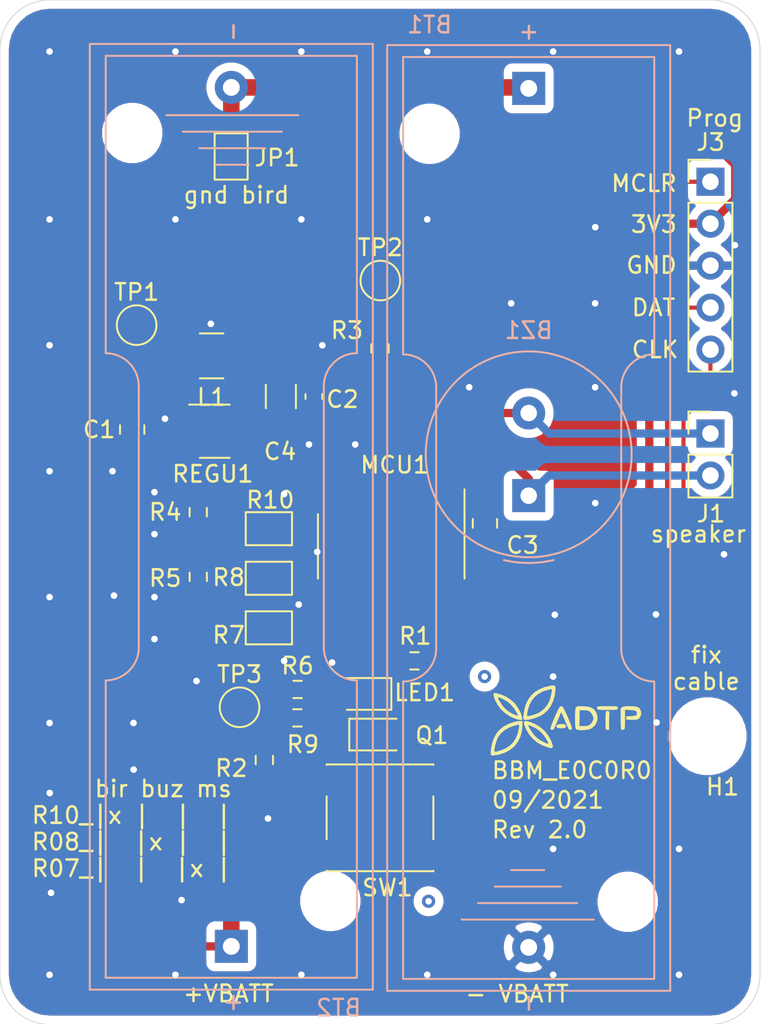
<source format=kicad_pcb>
(kicad_pcb (version 20171130) (host pcbnew "(5.1.9)-1")

  (general
    (thickness 1.6)
    (drawings 29)
    (tracks 260)
    (zones 0)
    (modules 31)
    (nets 21)
  )

  (page A4 portrait)
  (title_block
    (title "Stop BBM")
    (date 2021-03-29)
    (rev E0C0R0)
    (company ADTP)
  )

  (layers
    (0 F.Cu signal)
    (31 B.Cu signal hide)
    (32 B.Adhes user hide)
    (33 F.Adhes user hide)
    (34 B.Paste user hide)
    (35 F.Paste user hide)
    (36 B.SilkS user hide)
    (37 F.SilkS user)
    (38 B.Mask user hide)
    (39 F.Mask user hide)
    (40 Dwgs.User user hide)
    (41 Cmts.User user hide)
    (42 Eco1.User user hide)
    (43 Eco2.User user hide)
    (44 Edge.Cuts user hide)
    (45 Margin user hide)
    (46 B.CrtYd user hide)
    (47 F.CrtYd user hide)
    (48 B.Fab user hide)
    (49 F.Fab user hide)
  )

  (setup
    (last_trace_width 0.25)
    (user_trace_width 0.5)
    (user_trace_width 1)
    (trace_clearance 0.2)
    (zone_clearance 0.508)
    (zone_45_only no)
    (trace_min 0.2)
    (via_size 0.8)
    (via_drill 0.4)
    (via_min_size 0.4)
    (via_min_drill 0.3)
    (uvia_size 0.3)
    (uvia_drill 0.1)
    (uvias_allowed no)
    (uvia_min_size 0.2)
    (uvia_min_drill 0.1)
    (edge_width 0.05)
    (segment_width 0.2)
    (pcb_text_width 0.3)
    (pcb_text_size 1.5 1.5)
    (mod_edge_width 0.12)
    (mod_text_size 1 1)
    (mod_text_width 0.15)
    (pad_size 1.7 1.7)
    (pad_drill 1)
    (pad_to_mask_clearance 0)
    (aux_axis_origin 82 167)
    (grid_origin 82 167)
    (visible_elements 7FFFFFFF)
    (pcbplotparams
      (layerselection 0x010fc_ffffffff)
      (usegerberextensions false)
      (usegerberattributes true)
      (usegerberadvancedattributes true)
      (creategerberjobfile true)
      (excludeedgelayer true)
      (linewidth 0.100000)
      (plotframeref false)
      (viasonmask false)
      (mode 1)
      (useauxorigin false)
      (hpglpennumber 1)
      (hpglpenspeed 20)
      (hpglpendiameter 15.000000)
      (psnegative false)
      (psa4output false)
      (plotreference true)
      (plotvalue true)
      (plotinvisibletext false)
      (padsonsilk false)
      (subtractmaskfromsilk false)
      (outputformat 1)
      (mirror false)
      (drillshape 0)
      (scaleselection 1)
      (outputdirectory "fabrication/GERBER/20210922/"))
  )

  (net 0 "")
  (net 1 Vbatt)
  (net 2 GND)
  (net 3 REG_EN)
  (net 4 "Net-(L1-Pad2)")
  (net 5 "Net-(LED1-Pad2)")
  (net 6 "Net-(MCU1-Pad5)")
  (net 7 "Net-(R2-Pad1)")
  (net 8 "Net-(R4-Pad2)")
  (net 9 "Net-(BT1-Pad1)")
  (net 10 /buzz+)
  (net 11 /buzz-)
  (net 12 /MCLR)
  (net 13 /icspdat)
  (net 14 /led)
  (net 15 /chx2)
  (net 16 /chx1)
  (net 17 /chx3)
  (net 18 +3V3_5V)
  (net 19 "Net-(MCU1-Pad6)")
  (net 20 "Net-(MCU1-Pad10)")

  (net_class Default "This is the default net class."
    (clearance 0.2)
    (trace_width 0.25)
    (via_dia 0.8)
    (via_drill 0.4)
    (uvia_dia 0.3)
    (uvia_drill 0.1)
    (add_net +3V3_5V)
    (add_net /MCLR)
    (add_net /buzz+)
    (add_net /buzz-)
    (add_net /chx1)
    (add_net /chx2)
    (add_net /chx3)
    (add_net /icspdat)
    (add_net /led)
    (add_net GND)
    (add_net "Net-(BT1-Pad1)")
    (add_net "Net-(L1-Pad2)")
    (add_net "Net-(LED1-Pad2)")
    (add_net "Net-(MCU1-Pad10)")
    (add_net "Net-(MCU1-Pad5)")
    (add_net "Net-(MCU1-Pad6)")
    (add_net "Net-(R2-Pad1)")
    (add_net "Net-(R4-Pad2)")
    (add_net REG_EN)
    (add_net Vbatt)
  )

  (module Buzzer_Beeper:Buzzer_TDK_PS1240P02BT_D12.2mm_H6.5mm (layer B.Cu) (tedit 5BF1CB2D) (tstamp 605D29D9)
    (at 111 138 90)
    (descr "Buzzer, D12.2mm height 6.5mm, https://product.tdk.com/info/en/catalog/datasheets/piezoelectronic_buzzer_ps_en.pdf")
    (tags buzzer)
    (path /6065AE4E)
    (fp_text reference BZ1 (at 10 0 180) (layer B.SilkS)
      (effects (font (size 1 1) (thickness 0.15)) (justify mirror))
    )
    (fp_text value "Buzzer (BIRD)" (at 2.5 -7.31 90) (layer B.Fab)
      (effects (font (size 1 1) (thickness 0.15)) (justify mirror))
    )
    (fp_circle (center 2.5 0) (end 8.85 0) (layer B.CrtYd) (width 0.05))
    (fp_circle (center 2.5 0) (end 8.6 0) (layer B.Fab) (width 0.1))
    (fp_circle (center 2.5 0) (end 3.5 0) (layer B.Fab) (width 0.1))
    (fp_circle (center 2.5 0) (end 8.73 0) (layer B.SilkS) (width 0.12))
    (fp_line (start -1.3 1) (end -1.3 -1) (layer B.Fab) (width 0.1))
    (fp_text user %R (at 2.5 2.43 90) (layer B.Fab)
      (effects (font (size 1 1) (thickness 0.15)) (justify mirror))
    )
    (fp_arc (start 2.5 0) (end -3.9 1.5) (angle 26.38121493) (layer B.SilkS) (width 0.12))
    (pad 1 thru_hole rect (at 0 0 90) (size 2 2) (drill 1) (layers *.Cu *.Mask)
      (net 10 /buzz+))
    (pad 2 thru_hole circle (at 5 0 90) (size 2 2) (drill 1) (layers *.Cu *.Mask)
      (net 11 /buzz-))
    (model C:/Users/be/Documents/kicad/librairie_perso/packages3d_perso/Buzzer_Beeper.3dshapes/Buzzer_TDK_PS1240P02BT_D12.2mm_H6.5mm_shortold.wrl
      (at (xyz 0 0 0))
      (scale (xyz 0.4 0.4 0.4))
      (rotate (xyz 0 0 0))
    )
    (model C:/Users/be/Documents/kicad/librairie_perso/packages3d_perso/Buzzer_Beeper.3dshapes/Buzzer_TDK_PS1240P02BT_D12.2mm_H6.5mm_short.wrl
      (at (xyz 0 0 0))
      (scale (xyz 0.4 0.4 0.4))
      (rotate (xyz 0 0 0))
    )
  )

  (module DEV_BE:adtp (layer F.Cu) (tedit 0) (tstamp 60CBD308)
    (at 113.24 151.57)
    (fp_text reference G*** (at 0 0) (layer F.SilkS) hide
      (effects (font (size 1.524 1.524) (thickness 0.3)))
    )
    (fp_text value LOGO (at 0.75 0) (layer F.SilkS) hide
      (effects (font (size 1.524 1.524) (thickness 0.3)))
    )
    (fp_poly (pts (xy 2.732436 -0.824947) (xy 2.886098 -0.822763) (xy 2.993958 -0.81816) (xy 3.064861 -0.810351)
      (xy 3.107653 -0.798547) (xy 3.13118 -0.781963) (xy 3.13898 -0.770758) (xy 3.150859 -0.690051)
      (xy 3.13944 -0.659633) (xy 3.123449 -0.639622) (xy 3.094124 -0.624955) (xy 3.042586 -0.614817)
      (xy 2.959958 -0.608395) (xy 2.837361 -0.604876) (xy 2.665917 -0.603445) (xy 2.524125 -0.60325)
      (xy 2.316179 -0.603759) (xy 2.162851 -0.605829) (xy 2.055261 -0.610272) (xy 1.984532 -0.617903)
      (xy 1.941783 -0.629534) (xy 1.918138 -0.64598) (xy 1.908809 -0.659633) (xy 1.897601 -0.740962)
      (xy 1.909269 -0.770758) (xy 1.926079 -0.790248) (xy 1.957383 -0.804532) (xy 2.012028 -0.814397)
      (xy 2.09886 -0.820632) (xy 2.226724 -0.824022) (xy 2.404466 -0.825357) (xy 2.524124 -0.8255)
      (xy 2.732436 -0.824947)) (layer F.SilkS) (width 0.01))
    (fp_poly (pts (xy -0.664949 -2.058034) (xy -0.63007 -1.994885) (xy -0.620369 -1.884128) (xy -0.624238 -1.787207)
      (xy -0.67311 -1.438729) (xy -0.771096 -1.117144) (xy -0.914942 -0.828321) (xy -1.101396 -0.578124)
      (xy -1.327206 -0.37242) (xy -1.456142 -0.28673) (xy -1.609101 -0.20742) (xy -1.778898 -0.13774)
      (xy -1.954842 -0.079987) (xy -2.126245 -0.036462) (xy -2.282414 -0.009463) (xy -2.412662 -0.001289)
      (xy -2.506296 -0.01424) (xy -2.552628 -0.050615) (xy -2.552732 -0.050882) (xy -2.560645 -0.119506)
      (xy -2.554895 -0.233899) (xy -2.550505 -0.271214) (xy -2.3495 -0.271214) (xy -2.328589 -0.234232)
      (xy -2.263108 -0.224669) (xy -2.148935 -0.242727) (xy -1.981949 -0.288608) (xy -1.979782 -0.289275)
      (xy -1.809649 -0.345639) (xy -1.677023 -0.401513) (xy -1.557208 -0.469172) (xy -1.425507 -0.560891)
      (xy -1.409758 -0.572585) (xy -1.240172 -0.732186) (xy -1.090965 -0.937444) (xy -0.974403 -1.171038)
      (xy -0.960841 -1.2065) (xy -0.928692 -1.308177) (xy -0.896686 -1.432936) (xy -0.867843 -1.565176)
      (xy -0.845182 -1.689294) (xy -0.831724 -1.789687) (xy -0.830487 -1.850752) (xy -0.834211 -1.860795)
      (xy -0.87024 -1.861326) (xy -0.950808 -1.848483) (xy -1.059033 -1.825003) (xy -1.067617 -1.822932)
      (xy -1.389769 -1.716968) (xy -1.666472 -1.566949) (xy -1.897051 -1.373563) (xy -2.080832 -1.137498)
      (xy -2.217143 -0.859442) (xy -2.300491 -0.564902) (xy -2.323885 -0.442108) (xy -2.341206 -0.339802)
      (xy -2.349275 -0.277031) (xy -2.3495 -0.271214) (xy -2.550505 -0.271214) (xy -2.537892 -0.378397)
      (xy -2.512048 -0.537338) (xy -2.479771 -0.695058) (xy -2.443474 -0.835894) (xy -2.421451 -0.903889)
      (xy -2.281644 -1.206665) (xy -2.096027 -1.46575) (xy -1.864429 -1.68127) (xy -1.586681 -1.853349)
      (xy -1.262614 -1.982114) (xy -0.892058 -2.067689) (xy -0.835717 -2.076338) (xy -0.731375 -2.082282)
      (xy -0.664949 -2.058034)) (layer F.SilkS) (width 0.01))
    (fp_poly (pts (xy -4.172359 -1.601361) (xy -4.151144 -1.59697) (xy -3.847812 -1.506063) (xy -3.559219 -1.368742)
      (xy -3.299361 -1.193373) (xy -3.082234 -0.988327) (xy -3.031658 -0.927572) (xy -2.921252 -0.770836)
      (xy -2.818692 -0.59595) (xy -2.732368 -0.41991) (xy -2.670673 -0.259712) (xy -2.642757 -0.139865)
      (xy -2.626992 0) (xy -2.734309 -0.001708) (xy -2.826243 -0.012732) (xy -2.944595 -0.039092)
      (xy -3.01625 -0.059982) (xy -3.346457 -0.198633) (xy -3.642208 -0.387274) (xy -3.898361 -0.620905)
      (xy -4.109777 -0.894528) (xy -4.271315 -1.203141) (xy -4.316115 -1.321789) (xy -4.093401 -1.321789)
      (xy -4.063966 -1.242326) (xy -4.012985 -1.140737) (xy -3.835195 -0.861664) (xy -3.621333 -0.629858)
      (xy -3.448769 -0.4961) (xy -3.327701 -0.422385) (xy -3.201902 -0.356748) (xy -3.083265 -0.303976)
      (xy -2.983683 -0.268854) (xy -2.915048 -0.256169) (xy -2.889252 -0.270707) (xy -2.88925 -0.270931)
      (xy -2.905574 -0.320433) (xy -2.948487 -0.406591) (xy -3.008904 -0.51353) (xy -3.077738 -0.625374)
      (xy -3.145903 -0.72625) (xy -3.163744 -0.750517) (xy -3.368583 -0.976896) (xy -3.612523 -1.160342)
      (xy -3.79323 -1.258782) (xy -3.940168 -1.326716) (xy -4.036107 -1.36151) (xy -4.08565 -1.360693)
      (xy -4.093401 -1.321789) (xy -4.316115 -1.321789) (xy -4.317514 -1.325492) (xy -4.360516 -1.466106)
      (xy -4.372028 -1.556614) (xy -4.347522 -1.604403) (xy -4.282475 -1.616857) (xy -4.172359 -1.601361)) (layer F.SilkS) (width 0.01))
    (fp_poly (pts (xy -0.140967 0.260033) (xy -0.053643 0.287281) (xy -0.020796 0.312062) (xy 0.023436 0.369684)
      (xy 0.02151 0.411802) (xy -0.018143 0.458107) (xy -0.080518 0.49056) (xy -0.190716 0.506045)
      (xy -0.269875 0.508) (xy -0.408562 0.500603) (xy -0.494615 0.477191) (xy -0.521608 0.458107)
      (xy -0.561629 0.406884) (xy -0.5715 0.380532) (xy -0.542934 0.329253) (xy -0.468578 0.289448)
      (xy -0.365453 0.263232) (xy -0.250577 0.252722) (xy -0.140967 0.260033)) (layer F.SilkS) (width 0.01))
    (fp_poly (pts (xy 4.072657 -0.820657) (xy 4.230035 -0.803979) (xy 4.34562 -0.772249) (xy 4.429972 -0.722248)
      (xy 4.493652 -0.650757) (xy 4.507686 -0.628974) (xy 4.563716 -0.478956) (xy 4.559533 -0.317565)
      (xy 4.520093 -0.201838) (xy 4.466856 -0.115305) (xy 4.396203 -0.056644) (xy 4.296755 -0.021776)
      (xy 4.157135 -0.006622) (xy 3.976055 -0.006796) (xy 3.667125 -0.015875) (xy 3.667125 -0.206375)
      (xy 3.962065 -0.22225) (xy 4.118123 -0.233938) (xy 4.221174 -0.252405) (xy 4.281692 -0.282806)
      (xy 4.310149 -0.330292) (xy 4.317027 -0.396875) (xy 4.30342 -0.476143) (xy 4.257414 -0.532633)
      (xy 4.171234 -0.569843) (xy 4.037103 -0.591273) (xy 3.865562 -0.60004) (xy 3.58775 -0.606407)
      (xy 3.58775 -0.039679) (xy 3.586066 0.191996) (xy 3.580841 0.364463) (xy 3.571807 0.481927)
      (xy 3.558701 0.548597) (xy 3.54965 0.56515) (xy 3.488799 0.595402) (xy 3.412042 0.602188)
      (xy 3.355226 0.582389) (xy 3.354916 0.582083) (xy 3.348423 0.545213) (xy 3.342736 0.454841)
      (xy 3.338181 0.320964) (xy 3.335084 0.153579) (xy 3.333772 -0.037317) (xy 3.33375 -0.066488)
      (xy 3.33375 -0.693892) (xy 3.417406 -0.759696) (xy 3.461481 -0.788766) (xy 3.514506 -0.807866)
      (xy 3.590124 -0.819012) (xy 3.701982 -0.824218) (xy 3.862926 -0.8255) (xy 4.072657 -0.820657)) (layer F.SilkS) (width 0.01))
    (fp_poly (pts (xy 2.558425 -0.526072) (xy 2.636742 -0.506416) (xy 2.628058 0.040479) (xy 2.619375 0.587375)
      (xy 2.538811 0.59677) (xy 2.469458 0.595923) (xy 2.435624 0.58354) (xy 2.425687 0.542975)
      (xy 2.418581 0.45261) (xy 2.414177 0.325259) (xy 2.412351 0.173738) (xy 2.412976 0.010863)
      (xy 2.415924 -0.150553) (xy 2.421071 -0.297693) (xy 2.428289 -0.417743) (xy 2.437453 -0.497888)
      (xy 2.446554 -0.524991) (xy 2.500727 -0.533812) (xy 2.558425 -0.526072)) (layer F.SilkS) (width 0.01))
    (fp_poly (pts (xy -0.22719 -0.811563) (xy -0.198556 -0.798062) (xy -0.166199 -0.758555) (xy -0.115823 -0.670543)
      (xy -0.052131 -0.544813) (xy 0.020173 -0.392157) (xy 0.096387 -0.223364) (xy 0.171809 -0.049222)
      (xy 0.241735 0.119477) (xy 0.301462 0.271945) (xy 0.346288 0.397392) (xy 0.371511 0.485027)
      (xy 0.375015 0.517886) (xy 0.341522 0.577612) (xy 0.282875 0.596932) (xy 0.254073 0.598979)
      (xy 0.228869 0.593259) (xy 0.20358 0.573082) (xy 0.174522 0.531758) (xy 0.138008 0.462594)
      (xy 0.090357 0.358901) (xy 0.027882 0.213988) (xy -0.053101 0.021162) (xy -0.112191 -0.120517)
      (xy -0.170372 -0.256324) (xy -0.220427 -0.366103) (xy -0.25726 -0.439169) (xy -0.275774 -0.464836)
      (xy -0.276275 -0.464559) (xy -0.292519 -0.431828) (xy -0.328575 -0.35002) (xy -0.380285 -0.228864)
      (xy -0.443492 -0.078086) (xy -0.504224 0.068707) (xy -0.582506 0.257035) (xy -0.642183 0.394304)
      (xy -0.687735 0.488608) (xy -0.723644 0.548042) (xy -0.75439 0.580702) (xy -0.784455 0.594682)
      (xy -0.796538 0.59677) (xy -0.865275 0.595824) (xy -0.898126 0.58354) (xy -0.913697 0.556937)
      (xy -0.916332 0.514951) (xy -0.903777 0.450465) (xy -0.873776 0.356358) (xy -0.824073 0.225512)
      (xy -0.752413 0.050808) (xy -0.661526 -0.163243) (xy -0.564159 -0.387054) (xy -0.485604 -0.557482)
      (xy -0.421637 -0.680318) (xy -0.368036 -0.761353) (xy -0.320577 -0.806378) (xy -0.275036 -0.821184)
      (xy -0.22719 -0.811563)) (layer F.SilkS) (width 0.01))
    (fp_poly (pts (xy 0.9508 -0.823488) (xy 1.059008 -0.819463) (xy 1.295725 -0.801026) (xy 1.481163 -0.761392)
      (xy 1.625455 -0.695514) (xy 1.738737 -0.598343) (xy 1.83114 -0.464829) (xy 1.852752 -0.424021)
      (xy 1.914559 -0.235696) (xy 1.91952 -0.041309) (xy 1.871719 0.147316) (xy 1.775239 0.318353)
      (xy 1.634163 0.459974) (xy 1.523706 0.529032) (xy 1.397267 0.573573) (xy 1.230748 0.605439)
      (xy 1.046767 0.622017) (xy 0.867941 0.620693) (xy 0.79375 0.613368) (xy 0.72062 0.601386)
      (xy 0.66559 0.582476) (xy 0.62609 0.548382) (xy 0.599546 0.490846) (xy 0.583387 0.401611)
      (xy 0.582056 0.381) (xy 0.823846 0.381) (xy 1.07123 0.381) (xy 1.233867 0.374551)
      (xy 1.351719 0.353272) (xy 1.428453 0.322093) (xy 1.522985 0.244644) (xy 1.606868 0.130488)
      (xy 1.66496 0.004373) (xy 1.68275 -0.093517) (xy 1.659329 -0.209461) (xy 1.598946 -0.336755)
      (xy 1.516413 -0.449986) (xy 1.43443 -0.519452) (xy 1.341367 -0.55716) (xy 1.215893 -0.577654)
      (xy 1.08518 -0.583679) (xy 0.841375 -0.587375) (xy 0.83261 -0.103188) (xy 0.823846 0.381)
      (xy 0.582056 0.381) (xy 0.575042 0.272422) (xy 0.571938 0.095019) (xy 0.5715 -0.100171)
      (xy 0.571558 -0.334849) (xy 0.575087 -0.513468) (xy 0.587117 -0.643447) (xy 0.612675 -0.732208)
      (xy 0.656794 -0.787171) (xy 0.724501 -0.815759) (xy 0.820826 -0.825391) (xy 0.9508 -0.823488)) (layer F.SilkS) (width 0.01))
    (fp_poly (pts (xy -2.295585 0.092207) (xy -2.178771 0.125506) (xy -1.832032 0.266298) (xy -1.527045 0.454222)
      (xy -1.265511 0.687701) (xy -1.04913 0.965159) (xy -0.879603 1.285022) (xy -0.850635 1.356092)
      (xy -0.804115 1.484987) (xy -0.783125 1.571075) (xy -0.784969 1.62843) (xy -0.794044 1.651548)
      (xy -0.819483 1.689941) (xy -0.853321 1.707321) (xy -0.910814 1.70455) (xy -1.007217 1.682486)
      (xy -1.065922 1.666879) (xy -1.412518 1.542432) (xy -1.721659 1.367205) (xy -1.990884 1.143408)
      (xy -2.217734 0.873248) (xy -2.399749 0.558933) (xy -2.462598 0.413356) (xy -2.486844 0.341176)
      (xy -2.267577 0.341176) (xy -2.245033 0.404893) (xy -2.197831 0.497678) (xy -2.132552 0.60856)
      (xy -2.055775 0.726567) (xy -1.97408 0.840729) (xy -1.894046 0.940073) (xy -1.868563 0.968333)
      (xy -1.747081 1.088723) (xy -1.627506 1.182537) (xy -1.485553 1.267351) (xy -1.383973 1.319065)
      (xy -1.241089 1.388264) (xy -1.145496 1.431806) (xy -1.087803 1.452657) (xy -1.058619 1.453782)
      (xy -1.048551 1.438148) (xy -1.04775 1.425256) (xy -1.065965 1.361078) (xy -1.114593 1.261851)
      (xy -1.184613 1.142294) (xy -1.267001 1.017129) (xy -1.352734 0.901076) (xy -1.412279 0.830536)
      (xy -1.518566 0.725027) (xy -1.637051 0.623658) (xy -1.730375 0.556233) (xy -1.831261 0.498345)
      (xy -1.950631 0.437853) (xy -2.071223 0.382556) (xy -2.175774 0.340252) (xy -2.247022 0.318737)
      (xy -2.258884 0.3175) (xy -2.267577 0.341176) (xy -2.486844 0.341176) (xy -2.514199 0.259745)
      (xy -2.526575 0.154148) (xy -2.49645 0.093242) (xy -2.420545 0.073703) (xy -2.295585 0.092207)) (layer F.SilkS) (width 0.01))
    (fp_poly (pts (xy -2.723321 0.069369) (xy -2.619375 0.079375) (xy -2.621944 0.349692) (xy -2.653231 0.680175)
      (xy -2.738108 0.994302) (xy -2.87266 1.282647) (xy -3.052972 1.535787) (xy -3.161463 1.648459)
      (xy -3.4155 1.843689) (xy -3.710845 1.995415) (xy -4.039558 2.100221) (xy -4.322478 2.148123)
      (xy -4.425086 2.156897) (xy -4.482019 2.152217) (xy -4.510443 2.129755) (xy -4.523771 2.097405)
      (xy -4.532377 2.028873) (xy -4.531833 1.923339) (xy -4.524915 1.831306) (xy -4.524812 1.830703)
      (xy -4.318 1.830703) (xy -4.312824 1.891157) (xy -4.290568 1.925393) (xy -4.241143 1.934596)
      (xy -4.154461 1.919955) (xy -4.020432 1.882654) (xy -3.980032 1.870441) (xy -3.668835 1.748593)
      (xy -3.406913 1.587157) (xy -3.193426 1.385113) (xy -3.027535 1.141436) (xy -2.9084 0.855106)
      (xy -2.835178 0.525099) (xy -2.827684 0.468312) (xy -2.818884 0.351571) (xy -2.828027 0.293509)
      (xy -2.840153 0.28575) (xy -2.8856 0.293779) (xy -2.974457 0.315024) (xy -3.089087 0.345216)
      (xy -3.111913 0.351498) (xy -3.426397 0.464649) (xy -3.694369 0.616168) (xy -3.913314 0.804237)
      (xy -4.080715 1.027036) (xy -4.104382 1.069196) (xy -4.162743 1.199198) (xy -4.219391 1.361143)
      (xy -4.268207 1.533213) (xy -4.30307 1.693593) (xy -4.317861 1.820465) (xy -4.318 1.830703)
      (xy -4.524812 1.830703) (xy -4.460676 1.457008) (xy -4.352643 1.128458) (xy -4.199896 0.844565)
      (xy -4.00152 0.60424) (xy -3.756595 0.406392) (xy -3.464206 0.249931) (xy -3.123432 0.133767)
      (xy -3.088446 0.124772) (xy -2.953457 0.095219) (xy -2.82915 0.075371) (xy -2.737986 0.068635)
      (xy -2.723321 0.069369)) (layer F.SilkS) (width 0.01))
  )

  (module Battery:BatteryHolder_Keystone_2460_1xAA locked (layer B.Cu) (tedit 5DBEA3CC) (tstamp 605D29A5)
    (at 111 113.35 270)
    (descr https://www.keyelco.com/product-pdf.cfm?p=1025)
    (tags "AA battery cell holder")
    (path /60DA10EC)
    (fp_text reference BT1 (at -3.85 6 180) (layer B.SilkS)
      (effects (font (size 1 1) (thickness 0.15)) (justify mirror))
    )
    (fp_text value "AA - 1,5V" (at 24.5 0 270) (layer B.Fab)
      (effects (font (size 1 1) (thickness 0.15)) (justify mirror))
    )
    (fp_line (start 54.5 -8.445) (end 54.5 8.445) (layer B.Fab) (width 0.1))
    (fp_line (start -2.5 -8.445) (end 54.5 -8.445) (layer B.Fab) (width 0.1))
    (fp_line (start -2.5 8.445) (end -2.5 -8.445) (layer B.Fab) (width 0.1))
    (fp_line (start 54.5 8.445) (end -2.5 8.445) (layer B.Fab) (width 0.1))
    (fp_line (start -2.75 -8.7) (end -2.75 8.7) (layer B.CrtYd) (width 0.05))
    (fp_line (start -2.75 8.7) (end 54.75 8.7) (layer B.CrtYd) (width 0.05))
    (fp_line (start 54.75 8.7) (end 54.75 -8.7) (layer B.CrtYd) (width 0.05))
    (fp_line (start 54.75 -8.7) (end -2.75 -8.7) (layer B.CrtYd) (width 0.05))
    (fp_line (start 48.31 2.06) (end 48.31 -1.94) (layer B.SilkS) (width 0.12))
    (fp_line (start 49.31 -2.94) (end 49.31 3.06) (layer B.SilkS) (width 0.12))
    (fp_line (start 50.31 4.06) (end 50.31 -3.94) (layer B.SilkS) (width 0.12))
    (fp_line (start 47.31 1.06) (end 47.31 -0.94) (layer B.SilkS) (width 0.12))
    (fp_line (start 54.62 8.565) (end 54.62 -8.565) (layer B.SilkS) (width 0.12))
    (fp_line (start 54.62 -8.565) (end -2.62 -8.565) (layer B.SilkS) (width 0.12))
    (fp_line (start -2.62 -8.565) (end -2.62 8.565) (layer B.SilkS) (width 0.12))
    (fp_line (start -2.62 8.565) (end 54.62 8.565) (layer B.SilkS) (width 0.12))
    (fp_line (start -1.9 7.6) (end -1.9 -7.6) (layer B.SilkS) (width 0.12))
    (fp_line (start -1.9 -7.6) (end 16.1 -7.6) (layer B.SilkS) (width 0.12))
    (fp_line (start 53.9 7.6) (end 53.9 -7.6) (layer B.SilkS) (width 0.12))
    (fp_line (start -1.9 7.6) (end 16.1 7.6) (layer B.SilkS) (width 0.12))
    (fp_line (start 35.9 7.6) (end 53.9 7.6) (layer B.SilkS) (width 0.12))
    (fp_line (start 35.9 -7.6) (end 53.9 -7.6) (layer B.SilkS) (width 0.12))
    (fp_line (start 18.1 5.6) (end 33.9 5.6) (layer B.SilkS) (width 0.12))
    (fp_line (start 33.9 -5.6) (end 18.1 -5.6) (layer B.SilkS) (width 0.12))
    (fp_text user + (at -3.4 0.06 90) (layer B.SilkS)
      (effects (font (size 1 1) (thickness 0.15)) (justify mirror))
    )
    (fp_text user - (at 55.37 0.06 90) (layer B.SilkS)
      (effects (font (size 1 1) (thickness 0.15)) (justify mirror))
    )
    (fp_text user %R (at 0.01 0.06 90) (layer B.Fab)
      (effects (font (size 1 1) (thickness 0.15)) (justify mirror))
    )
    (fp_arc (start 18.1 -7.6) (end 18.1 -5.6) (angle 90) (layer B.SilkS) (width 0.12))
    (fp_arc (start 33.9 -7.6) (end 35.9 -7.6) (angle 90) (layer B.SilkS) (width 0.12))
    (fp_arc (start 33.9 7.6) (end 33.9 5.6) (angle 90) (layer B.SilkS) (width 0.12))
    (fp_arc (start 18.1 7.6) (end 16.1 7.6) (angle 90) (layer B.SilkS) (width 0.12))
    (pad 1 thru_hole rect (at 0 0 90) (size 2 2) (drill 1.02) (layers *.Cu *.Mask)
      (net 9 "Net-(BT1-Pad1)"))
    (pad 2 thru_hole circle (at 51.99 0 90) (size 2 2) (drill 1.02) (layers *.Cu *.Mask)
      (net 2 GND))
    (pad "" np_thru_hole circle (at 49.23 -5.995 270) (size 2.64 2.64) (drill 2.64) (layers *.Cu *.Mask))
    (pad "" np_thru_hole circle (at 2.75 5.995 180) (size 2.64 2.64) (drill 2.64) (layers *.Cu *.Mask))
    (model ${KISYS3DMOD}/Battery.3dshapes/BatteryHolder_Keystone_2460_1xAA.wrl
      (at (xyz 0 0 0))
      (scale (xyz 1 1 1))
      (rotate (xyz 0 0 0))
    )
    (model C:/Users/be/Documents/kicad/librairie_perso/packages3d_perso/keystone/keystone-PN2460_old.STEP
      (offset (xyz 23.1 0.75 10.5))
      (scale (xyz 1 1 1))
      (rotate (xyz -90 0 0))
    )
  )

  (module Battery:BatteryHolder_Keystone_2460_1xAA locked (layer B.Cu) (tedit 5DBEA3CC) (tstamp 605D29CC)
    (at 93 165.28 90)
    (descr https://www.keyelco.com/product-pdf.cfm?p=1025)
    (tags "AA battery cell holder")
    (path /605FCB7B)
    (fp_text reference BT2 (at -3.72 6.5 180) (layer B.SilkS)
      (effects (font (size 1 1) (thickness 0.15)) (justify mirror))
    )
    (fp_text value "AA - 1,5V" (at 24.5 0 -90) (layer B.Fab)
      (effects (font (size 1 1) (thickness 0.15)) (justify mirror))
    )
    (fp_line (start 33.9 -5.6) (end 18.1 -5.6) (layer B.SilkS) (width 0.12))
    (fp_line (start 18.1 5.6) (end 33.9 5.6) (layer B.SilkS) (width 0.12))
    (fp_line (start 35.9 -7.6) (end 53.9 -7.6) (layer B.SilkS) (width 0.12))
    (fp_line (start 35.9 7.6) (end 53.9 7.6) (layer B.SilkS) (width 0.12))
    (fp_line (start -1.9 7.6) (end 16.1 7.6) (layer B.SilkS) (width 0.12))
    (fp_line (start 53.9 7.6) (end 53.9 -7.6) (layer B.SilkS) (width 0.12))
    (fp_line (start -1.9 -7.6) (end 16.1 -7.6) (layer B.SilkS) (width 0.12))
    (fp_line (start -1.9 7.6) (end -1.9 -7.6) (layer B.SilkS) (width 0.12))
    (fp_line (start -2.62 8.565) (end 54.62 8.565) (layer B.SilkS) (width 0.12))
    (fp_line (start -2.62 -8.565) (end -2.62 8.565) (layer B.SilkS) (width 0.12))
    (fp_line (start 54.62 -8.565) (end -2.62 -8.565) (layer B.SilkS) (width 0.12))
    (fp_line (start 54.62 8.565) (end 54.62 -8.565) (layer B.SilkS) (width 0.12))
    (fp_line (start 47.31 1.06) (end 47.31 -0.94) (layer B.SilkS) (width 0.12))
    (fp_line (start 50.31 4.06) (end 50.31 -3.94) (layer B.SilkS) (width 0.12))
    (fp_line (start 49.31 -2.94) (end 49.31 3.06) (layer B.SilkS) (width 0.12))
    (fp_line (start 48.31 2.06) (end 48.31 -1.94) (layer B.SilkS) (width 0.12))
    (fp_line (start 54.75 -8.7) (end -2.75 -8.7) (layer B.CrtYd) (width 0.05))
    (fp_line (start 54.75 8.7) (end 54.75 -8.7) (layer B.CrtYd) (width 0.05))
    (fp_line (start -2.75 8.7) (end 54.75 8.7) (layer B.CrtYd) (width 0.05))
    (fp_line (start -2.75 -8.7) (end -2.75 8.7) (layer B.CrtYd) (width 0.05))
    (fp_line (start 54.5 8.445) (end -2.5 8.445) (layer B.Fab) (width 0.1))
    (fp_line (start -2.5 8.445) (end -2.5 -8.445) (layer B.Fab) (width 0.1))
    (fp_line (start -2.5 -8.445) (end 54.5 -8.445) (layer B.Fab) (width 0.1))
    (fp_line (start 54.5 -8.445) (end 54.5 8.445) (layer B.Fab) (width 0.1))
    (fp_arc (start 18.1 7.6) (end 16.1 7.6) (angle 90) (layer B.SilkS) (width 0.12))
    (fp_arc (start 33.9 7.6) (end 33.9 5.6) (angle 90) (layer B.SilkS) (width 0.12))
    (fp_arc (start 33.9 -7.6) (end 35.9 -7.6) (angle 90) (layer B.SilkS) (width 0.12))
    (fp_arc (start 18.1 -7.6) (end 18.1 -5.6) (angle 90) (layer B.SilkS) (width 0.12))
    (fp_text user %R (at 0.01 0.06 90) (layer B.Fab)
      (effects (font (size 1 1) (thickness 0.15)) (justify mirror))
    )
    (fp_text user - (at 55.37 0.06 90) (layer B.SilkS)
      (effects (font (size 1 1) (thickness 0.15)) (justify mirror))
    )
    (fp_text user + (at -3.4 0.06 90) (layer B.SilkS)
      (effects (font (size 1 1) (thickness 0.15)) (justify mirror))
    )
    (pad "" np_thru_hole circle (at 2.75 5.995) (size 2.64 2.64) (drill 2.64) (layers *.Cu *.Mask))
    (pad "" np_thru_hole circle (at 49.23 -5.995 90) (size 2.64 2.64) (drill 2.64) (layers *.Cu *.Mask))
    (pad 2 thru_hole circle (at 51.99 0 270) (size 2 2) (drill 1.02) (layers *.Cu *.Mask)
      (net 9 "Net-(BT1-Pad1)"))
    (pad 1 thru_hole rect (at 0 0 270) (size 2 2) (drill 1.02) (layers *.Cu *.Mask)
      (net 1 Vbatt))
    (model C:/Users/be/Documents/kicad/librairie_perso/packages3d_perso/keystone
      (at (xyz 0 0 0))
      (scale (xyz 1 1 1))
      (rotate (xyz 0 0 0))
    )
    (model C:/Users/be/Documents/kicad/librairie_perso/packages3d_perso/keystone/keystone-PN2460.STEP
      (offset (xyz 23.1 0.75 10.5))
      (scale (xyz 1 1 1))
      (rotate (xyz -90 0 0))
    )
  )

  (module Capacitor_SMD:C_0805_2012Metric_Pad1.18x1.45mm_HandSolder (layer F.Cu) (tedit 5F68FEEF) (tstamp 605D29EA)
    (at 87 134 270)
    (descr "Capacitor SMD 0805 (2012 Metric), square (rectangular) end terminal, IPC_7351 nominal with elongated pad for handsoldering. (Body size source: IPC-SM-782 page 76, https://www.pcb-3d.com/wordpress/wp-content/uploads/ipc-sm-782a_amendment_1_and_2.pdf, https://docs.google.com/spreadsheets/d/1BsfQQcO9C6DZCsRaXUlFlo91Tg2WpOkGARC1WS5S8t0/edit?usp=sharing), generated with kicad-footprint-generator")
    (tags "capacitor handsolder")
    (path /60601A95)
    (attr smd)
    (fp_text reference C1 (at 0 2) (layer F.SilkS)
      (effects (font (size 1 1) (thickness 0.15)))
    )
    (fp_text value 10uF (at 0 1.68 90) (layer F.Fab)
      (effects (font (size 1 1) (thickness 0.15)))
    )
    (fp_line (start 1.88 0.98) (end -1.88 0.98) (layer F.CrtYd) (width 0.05))
    (fp_line (start 1.88 -0.98) (end 1.88 0.98) (layer F.CrtYd) (width 0.05))
    (fp_line (start -1.88 -0.98) (end 1.88 -0.98) (layer F.CrtYd) (width 0.05))
    (fp_line (start -1.88 0.98) (end -1.88 -0.98) (layer F.CrtYd) (width 0.05))
    (fp_line (start -0.261252 0.735) (end 0.261252 0.735) (layer F.SilkS) (width 0.12))
    (fp_line (start -0.261252 -0.735) (end 0.261252 -0.735) (layer F.SilkS) (width 0.12))
    (fp_line (start 1 0.625) (end -1 0.625) (layer F.Fab) (width 0.1))
    (fp_line (start 1 -0.625) (end 1 0.625) (layer F.Fab) (width 0.1))
    (fp_line (start -1 -0.625) (end 1 -0.625) (layer F.Fab) (width 0.1))
    (fp_line (start -1 0.625) (end -1 -0.625) (layer F.Fab) (width 0.1))
    (fp_text user %R (at 0 0 90) (layer F.Fab)
      (effects (font (size 0.5 0.5) (thickness 0.08)))
    )
    (pad 2 smd roundrect (at 1.0375 0 270) (size 1.175 1.45) (layers F.Cu F.Paste F.Mask) (roundrect_rratio 0.2127659574468085)
      (net 2 GND))
    (pad 1 smd roundrect (at -1.0375 0 270) (size 1.175 1.45) (layers F.Cu F.Paste F.Mask) (roundrect_rratio 0.2127659574468085)
      (net 1 Vbatt))
    (model ${KISYS3DMOD}/Capacitor_SMD.3dshapes/C_0805_2012Metric.wrl
      (at (xyz 0 0 0))
      (scale (xyz 1 1 1))
      (rotate (xyz 0 0 0))
    )
  )

  (module Capacitor_SMD:C_0805_2012Metric_Pad1.18x1.45mm_HandSolder (layer F.Cu) (tedit 5F68FEEF) (tstamp 605D2A0C)
    (at 108.35 139.68 270)
    (descr "Capacitor SMD 0805 (2012 Metric), square (rectangular) end terminal, IPC_7351 nominal with elongated pad for handsoldering. (Body size source: IPC-SM-782 page 76, https://www.pcb-3d.com/wordpress/wp-content/uploads/ipc-sm-782a_amendment_1_and_2.pdf, https://docs.google.com/spreadsheets/d/1BsfQQcO9C6DZCsRaXUlFlo91Tg2WpOkGARC1WS5S8t0/edit?usp=sharing), generated with kicad-footprint-generator")
    (tags "capacitor handsolder")
    (path /605F37EF)
    (attr smd)
    (fp_text reference C3 (at 1.32 -2.28 180) (layer F.SilkS)
      (effects (font (size 1 1) (thickness 0.15)))
    )
    (fp_text value 100nF (at 0 1.68 90) (layer F.Fab)
      (effects (font (size 1 1) (thickness 0.15)))
    )
    (fp_line (start -1 0.625) (end -1 -0.625) (layer F.Fab) (width 0.1))
    (fp_line (start -1 -0.625) (end 1 -0.625) (layer F.Fab) (width 0.1))
    (fp_line (start 1 -0.625) (end 1 0.625) (layer F.Fab) (width 0.1))
    (fp_line (start 1 0.625) (end -1 0.625) (layer F.Fab) (width 0.1))
    (fp_line (start -0.261252 -0.735) (end 0.261252 -0.735) (layer F.SilkS) (width 0.12))
    (fp_line (start -0.261252 0.735) (end 0.261252 0.735) (layer F.SilkS) (width 0.12))
    (fp_line (start -1.88 0.98) (end -1.88 -0.98) (layer F.CrtYd) (width 0.05))
    (fp_line (start -1.88 -0.98) (end 1.88 -0.98) (layer F.CrtYd) (width 0.05))
    (fp_line (start 1.88 -0.98) (end 1.88 0.98) (layer F.CrtYd) (width 0.05))
    (fp_line (start 1.88 0.98) (end -1.88 0.98) (layer F.CrtYd) (width 0.05))
    (fp_text user %R (at 0 0 90) (layer F.Fab)
      (effects (font (size 0.5 0.5) (thickness 0.08)))
    )
    (pad 1 smd roundrect (at -1.0375 0 270) (size 1.175 1.45) (layers F.Cu F.Paste F.Mask) (roundrect_rratio 0.2127659574468085)
      (net 18 +3V3_5V))
    (pad 2 smd roundrect (at 1.0375 0 270) (size 1.175 1.45) (layers F.Cu F.Paste F.Mask) (roundrect_rratio 0.2127659574468085)
      (net 2 GND))
    (model ${KISYS3DMOD}/Capacitor_SMD.3dshapes/C_0805_2012Metric.wrl
      (at (xyz 0 0 0))
      (scale (xyz 1 1 1))
      (rotate (xyz 0 0 0))
    )
  )

  (module Connector_PinHeader_2.54mm:PinHeader_1x02_P2.54mm_Vertical (layer F.Cu) (tedit 59FED5CC) (tstamp 605D2A33)
    (at 122 134.24)
    (descr "Through hole straight pin header, 1x02, 2.54mm pitch, single row")
    (tags "Through hole pin header THT 1x02 2.54mm single row")
    (path /6064EA3D)
    (fp_text reference J1 (at 0.03 4.86) (layer F.SilkS)
      (effects (font (size 1 1) (thickness 0.15)))
    )
    (fp_text value "Haut parleur (MOUSE)" (at 0 4.87) (layer F.Fab)
      (effects (font (size 1 1) (thickness 0.15)))
    )
    (fp_line (start -0.635 -1.27) (end 1.27 -1.27) (layer F.Fab) (width 0.1))
    (fp_line (start 1.27 -1.27) (end 1.27 3.81) (layer F.Fab) (width 0.1))
    (fp_line (start 1.27 3.81) (end -1.27 3.81) (layer F.Fab) (width 0.1))
    (fp_line (start -1.27 3.81) (end -1.27 -0.635) (layer F.Fab) (width 0.1))
    (fp_line (start -1.27 -0.635) (end -0.635 -1.27) (layer F.Fab) (width 0.1))
    (fp_line (start -1.33 3.87) (end 1.33 3.87) (layer F.SilkS) (width 0.12))
    (fp_line (start -1.33 1.27) (end -1.33 3.87) (layer F.SilkS) (width 0.12))
    (fp_line (start 1.33 1.27) (end 1.33 3.87) (layer F.SilkS) (width 0.12))
    (fp_line (start -1.33 1.27) (end 1.33 1.27) (layer F.SilkS) (width 0.12))
    (fp_line (start -1.33 0) (end -1.33 -1.33) (layer F.SilkS) (width 0.12))
    (fp_line (start -1.33 -1.33) (end 0 -1.33) (layer F.SilkS) (width 0.12))
    (fp_line (start -1.8 -1.8) (end -1.8 4.35) (layer F.CrtYd) (width 0.05))
    (fp_line (start -1.8 4.35) (end 1.8 4.35) (layer F.CrtYd) (width 0.05))
    (fp_line (start 1.8 4.35) (end 1.8 -1.8) (layer F.CrtYd) (width 0.05))
    (fp_line (start 1.8 -1.8) (end -1.8 -1.8) (layer F.CrtYd) (width 0.05))
    (fp_text user %R (at 0 -1 90) (layer F.Fab)
      (effects (font (size 1 1) (thickness 0.15)))
    )
    (pad 1 thru_hole rect (at 0 0) (size 1.7 1.7) (drill 1) (layers *.Cu *.Mask)
      (net 11 /buzz-))
    (pad 2 thru_hole oval (at 0 2.54) (size 1.7 1.7) (drill 1) (layers *.Cu *.Mask)
      (net 10 /buzz+))
    (model ${KISYS3DMOD}/Connector_PinHeader_2.54mm.3dshapes/PinHeader_1x02_P2.54mm_Vertical.wrl
      (at (xyz 0 0 0))
      (scale (xyz 1 1 1))
      (rotate (xyz 0 0 0))
    )
  )

  (module Connector_PinHeader_2.54mm:PinHeader_1x05_P2.54mm_Vertical (layer F.Cu) (tedit 60EC2C49) (tstamp 605D2A4C)
    (at 122 119)
    (descr "Through hole straight pin header, 1x05, 2.54mm pitch, single row")
    (tags "Through hole pin header THT 1x05 2.54mm single row")
    (path /605CF3EA)
    (fp_text reference J3 (at 0.01 -2.39) (layer F.SilkS)
      (effects (font (size 1 1) (thickness 0.15)))
    )
    (fp_text value Conn_01x05 (at 0 12.49) (layer F.Fab)
      (effects (font (size 1 1) (thickness 0.15)))
    )
    (fp_line (start -0.635 -1.27) (end 1.27 -1.27) (layer F.Fab) (width 0.1))
    (fp_line (start 1.27 -1.27) (end 1.27 11.43) (layer F.Fab) (width 0.1))
    (fp_line (start 1.27 11.43) (end -1.27 11.43) (layer F.Fab) (width 0.1))
    (fp_line (start -1.27 11.43) (end -1.27 -0.635) (layer F.Fab) (width 0.1))
    (fp_line (start -1.27 -0.635) (end -0.635 -1.27) (layer F.Fab) (width 0.1))
    (fp_line (start -1.33 11.49) (end 1.33 11.49) (layer F.SilkS) (width 0.12))
    (fp_line (start -1.33 1.27) (end -1.33 11.49) (layer F.SilkS) (width 0.12))
    (fp_line (start 1.33 1.27) (end 1.33 11.49) (layer F.SilkS) (width 0.12))
    (fp_line (start -1.33 1.27) (end 1.33 1.27) (layer F.SilkS) (width 0.12))
    (fp_line (start -1.33 0) (end -1.33 -1.33) (layer F.SilkS) (width 0.12))
    (fp_line (start -1.33 -1.33) (end 0 -1.33) (layer F.SilkS) (width 0.12))
    (fp_line (start -1.8 -1.8) (end -1.8 11.95) (layer F.CrtYd) (width 0.05))
    (fp_line (start -1.8 11.95) (end 1.8 11.95) (layer F.CrtYd) (width 0.05))
    (fp_line (start 1.8 11.95) (end 1.8 -1.8) (layer F.CrtYd) (width 0.05))
    (fp_line (start 1.8 -1.8) (end -1.8 -1.8) (layer F.CrtYd) (width 0.05))
    (fp_text user %R (at 0 5.08 90) (layer F.Fab)
      (effects (font (size 1 1) (thickness 0.15)))
    )
    (pad 1 thru_hole rect (at 0 0) (size 1.7 1.7) (drill 1) (layers *.Cu *.Mask)
      (net 12 /MCLR))
    (pad 2 thru_hole oval (at 0 2.54) (size 1.7 1.7) (drill 1) (layers *.Cu *.Mask)
      (net 18 +3V3_5V))
    (pad 3 thru_hole oval (at 0 5.08) (size 1.7 1.7) (drill 1) (layers *.Cu *.Mask)
      (net 2 GND))
    (pad 4 thru_hole oval (at 0 7.62) (size 1.7 1.7) (drill 1) (layers *.Cu *.Mask)
      (net 13 /icspdat))
    (pad 5 thru_hole oval (at 0 10.16) (size 1.7 1.7) (drill 1) (layers *.Cu *.Mask)
      (net 3 REG_EN))
    (model ${KISYS3DMOD}/Connector_PinHeader_2.54mm.3dshapes/PinHeader_1x05_P2.54mm_Vertical_not_active.wrl
      (at (xyz 0 0 0))
      (scale (xyz 1 1 1))
      (rotate (xyz 0 0 0))
    )
  )

  (module Capacitor_SMD:C_1210_3225Metric (layer F.Cu) (tedit 5F68FEEE) (tstamp 605D2A5D)
    (at 91.81 129.54 180)
    (descr "Capacitor SMD 1210 (3225 Metric), square (rectangular) end terminal, IPC_7351 nominal, (Body size source: IPC-SM-782 page 76, https://www.pcb-3d.com/wordpress/wp-content/uploads/ipc-sm-782a_amendment_1_and_2.pdf), generated with kicad-footprint-generator")
    (tags capacitor)
    (path /605F028D)
    (attr smd)
    (fp_text reference L1 (at 0 -2.5) (layer F.SilkS)
      (effects (font (size 1 1) (thickness 0.15)))
    )
    (fp_text value 4,7uH (at 0 2.3) (layer F.Fab)
      (effects (font (size 1 1) (thickness 0.15)))
    )
    (fp_line (start -1.6 1.25) (end -1.6 -1.25) (layer F.Fab) (width 0.1))
    (fp_line (start -1.6 -1.25) (end 1.6 -1.25) (layer F.Fab) (width 0.1))
    (fp_line (start 1.6 -1.25) (end 1.6 1.25) (layer F.Fab) (width 0.1))
    (fp_line (start 1.6 1.25) (end -1.6 1.25) (layer F.Fab) (width 0.1))
    (fp_line (start -0.711252 -1.36) (end 0.711252 -1.36) (layer F.SilkS) (width 0.12))
    (fp_line (start -0.711252 1.36) (end 0.711252 1.36) (layer F.SilkS) (width 0.12))
    (fp_line (start -2.3 1.6) (end -2.3 -1.6) (layer F.CrtYd) (width 0.05))
    (fp_line (start -2.3 -1.6) (end 2.3 -1.6) (layer F.CrtYd) (width 0.05))
    (fp_line (start 2.3 -1.6) (end 2.3 1.6) (layer F.CrtYd) (width 0.05))
    (fp_line (start 2.3 1.6) (end -2.3 1.6) (layer F.CrtYd) (width 0.05))
    (fp_text user %R (at 0 0) (layer F.Fab)
      (effects (font (size 0.8 0.8) (thickness 0.12)))
    )
    (pad 1 smd roundrect (at -1.475 0 180) (size 1.15 2.7) (layers F.Cu F.Paste F.Mask) (roundrect_rratio 0.2173904347826087)
      (net 1 Vbatt))
    (pad 2 smd roundrect (at 1.475 0 180) (size 1.15 2.7) (layers F.Cu F.Paste F.Mask) (roundrect_rratio 0.2173904347826087)
      (net 4 "Net-(L1-Pad2)"))
    (model ${KISYS3DMOD}/Capacitor_SMD.3dshapes/C_1210_3225Metric.wrl
      (at (xyz 0 0 0))
      (scale (xyz 1 1 1))
      (rotate (xyz 0 0 0))
    )
  )

  (module Resistor_SMD:R_0603_1608Metric_Pad0.98x0.95mm_HandSolder (layer F.Cu) (tedit 5F68FEEE) (tstamp 605D2AAB)
    (at 104.0875 148)
    (descr "Resistor SMD 0603 (1608 Metric), square (rectangular) end terminal, IPC_7351 nominal with elongated pad for handsoldering. (Body size source: IPC-SM-782 page 72, https://www.pcb-3d.com/wordpress/wp-content/uploads/ipc-sm-782a_amendment_1_and_2.pdf), generated with kicad-footprint-generator")
    (tags "resistor handsolder")
    (path /605EFC38)
    (attr smd)
    (fp_text reference R1 (at 0.0425 -1.5) (layer F.SilkS)
      (effects (font (size 1 1) (thickness 0.15)))
    )
    (fp_text value 470K (at 0 1.43) (layer F.Fab)
      (effects (font (size 1 1) (thickness 0.15)))
    )
    (fp_line (start 1.65 0.73) (end -1.65 0.73) (layer F.CrtYd) (width 0.05))
    (fp_line (start 1.65 -0.73) (end 1.65 0.73) (layer F.CrtYd) (width 0.05))
    (fp_line (start -1.65 -0.73) (end 1.65 -0.73) (layer F.CrtYd) (width 0.05))
    (fp_line (start -1.65 0.73) (end -1.65 -0.73) (layer F.CrtYd) (width 0.05))
    (fp_line (start -0.254724 0.5225) (end 0.254724 0.5225) (layer F.SilkS) (width 0.12))
    (fp_line (start -0.254724 -0.5225) (end 0.254724 -0.5225) (layer F.SilkS) (width 0.12))
    (fp_line (start 0.8 0.4125) (end -0.8 0.4125) (layer F.Fab) (width 0.1))
    (fp_line (start 0.8 -0.4125) (end 0.8 0.4125) (layer F.Fab) (width 0.1))
    (fp_line (start -0.8 -0.4125) (end 0.8 -0.4125) (layer F.Fab) (width 0.1))
    (fp_line (start -0.8 0.4125) (end -0.8 -0.4125) (layer F.Fab) (width 0.1))
    (fp_text user %R (at 0 0) (layer F.Fab)
      (effects (font (size 0.4 0.4) (thickness 0.06)))
    )
    (pad 2 smd roundrect (at 0.9125 0) (size 0.975 0.95) (layers F.Cu F.Paste F.Mask) (roundrect_rratio 0.25)
      (net 2 GND))
    (pad 1 smd roundrect (at -0.9125 0) (size 0.975 0.95) (layers F.Cu F.Paste F.Mask) (roundrect_rratio 0.25)
      (net 3 REG_EN))
    (model ${KISYS3DMOD}/Resistor_SMD.3dshapes/R_0603_1608Metric.wrl
      (at (xyz 0 0 0))
      (scale (xyz 1 1 1))
      (rotate (xyz 0 0 0))
    )
  )

  (module Resistor_SMD:R_0603_1608Metric_Pad0.98x0.95mm_HandSolder (layer F.Cu) (tedit 5F68FEEE) (tstamp 605D2ABC)
    (at 95 154 90)
    (descr "Resistor SMD 0603 (1608 Metric), square (rectangular) end terminal, IPC_7351 nominal with elongated pad for handsoldering. (Body size source: IPC-SM-782 page 72, https://www.pcb-3d.com/wordpress/wp-content/uploads/ipc-sm-782a_amendment_1_and_2.pdf), generated with kicad-footprint-generator")
    (tags "resistor handsolder")
    (path /605EF9D7)
    (attr smd)
    (fp_text reference R2 (at -0.5 -2) (layer F.SilkS)
      (effects (font (size 1 1) (thickness 0.15)))
    )
    (fp_text value 4,7K (at 0 1.43 90) (layer F.Fab)
      (effects (font (size 1 1) (thickness 0.15)))
    )
    (fp_line (start -0.8 0.4125) (end -0.8 -0.4125) (layer F.Fab) (width 0.1))
    (fp_line (start -0.8 -0.4125) (end 0.8 -0.4125) (layer F.Fab) (width 0.1))
    (fp_line (start 0.8 -0.4125) (end 0.8 0.4125) (layer F.Fab) (width 0.1))
    (fp_line (start 0.8 0.4125) (end -0.8 0.4125) (layer F.Fab) (width 0.1))
    (fp_line (start -0.254724 -0.5225) (end 0.254724 -0.5225) (layer F.SilkS) (width 0.12))
    (fp_line (start -0.254724 0.5225) (end 0.254724 0.5225) (layer F.SilkS) (width 0.12))
    (fp_line (start -1.65 0.73) (end -1.65 -0.73) (layer F.CrtYd) (width 0.05))
    (fp_line (start -1.65 -0.73) (end 1.65 -0.73) (layer F.CrtYd) (width 0.05))
    (fp_line (start 1.65 -0.73) (end 1.65 0.73) (layer F.CrtYd) (width 0.05))
    (fp_line (start 1.65 0.73) (end -1.65 0.73) (layer F.CrtYd) (width 0.05))
    (fp_text user %R (at 0 0 90) (layer F.Fab)
      (effects (font (size 0.4 0.4) (thickness 0.06)))
    )
    (pad 1 smd roundrect (at -0.9125 0 90) (size 0.975 0.95) (layers F.Cu F.Paste F.Mask) (roundrect_rratio 0.25)
      (net 7 "Net-(R2-Pad1)"))
    (pad 2 smd roundrect (at 0.9125 0 90) (size 0.975 0.95) (layers F.Cu F.Paste F.Mask) (roundrect_rratio 0.25)
      (net 3 REG_EN))
    (model ${KISYS3DMOD}/Resistor_SMD.3dshapes/R_0603_1608Metric.wrl
      (at (xyz 0 0 0))
      (scale (xyz 1 1 1))
      (rotate (xyz 0 0 0))
    )
  )

  (module Resistor_SMD:R_0603_1608Metric_Pad0.98x0.95mm_HandSolder (layer F.Cu) (tedit 5F68FEEE) (tstamp 605D2ACD)
    (at 102 129.0875 270)
    (descr "Resistor SMD 0603 (1608 Metric), square (rectangular) end terminal, IPC_7351 nominal with elongated pad for handsoldering. (Body size source: IPC-SM-782 page 72, https://www.pcb-3d.com/wordpress/wp-content/uploads/ipc-sm-782a_amendment_1_and_2.pdf), generated with kicad-footprint-generator")
    (tags "resistor handsolder")
    (path /60607DAF)
    (attr smd)
    (fp_text reference R3 (at -1.0875 2 180) (layer F.SilkS)
      (effects (font (size 1 1) (thickness 0.15)))
    )
    (fp_text value 470K (at 0 1.43 90) (layer F.Fab)
      (effects (font (size 1 1) (thickness 0.15)))
    )
    (fp_line (start -0.8 0.4125) (end -0.8 -0.4125) (layer F.Fab) (width 0.1))
    (fp_line (start -0.8 -0.4125) (end 0.8 -0.4125) (layer F.Fab) (width 0.1))
    (fp_line (start 0.8 -0.4125) (end 0.8 0.4125) (layer F.Fab) (width 0.1))
    (fp_line (start 0.8 0.4125) (end -0.8 0.4125) (layer F.Fab) (width 0.1))
    (fp_line (start -0.254724 -0.5225) (end 0.254724 -0.5225) (layer F.SilkS) (width 0.12))
    (fp_line (start -0.254724 0.5225) (end 0.254724 0.5225) (layer F.SilkS) (width 0.12))
    (fp_line (start -1.65 0.73) (end -1.65 -0.73) (layer F.CrtYd) (width 0.05))
    (fp_line (start -1.65 -0.73) (end 1.65 -0.73) (layer F.CrtYd) (width 0.05))
    (fp_line (start 1.65 -0.73) (end 1.65 0.73) (layer F.CrtYd) (width 0.05))
    (fp_line (start 1.65 0.73) (end -1.65 0.73) (layer F.CrtYd) (width 0.05))
    (fp_text user %R (at 0 0 90) (layer F.Fab)
      (effects (font (size 0.4 0.4) (thickness 0.06)))
    )
    (pad 1 smd roundrect (at -0.9125 0 270) (size 0.975 0.95) (layers F.Cu F.Paste F.Mask) (roundrect_rratio 0.25)
      (net 18 +3V3_5V))
    (pad 2 smd roundrect (at 0.9125 0 270) (size 0.975 0.95) (layers F.Cu F.Paste F.Mask) (roundrect_rratio 0.25)
      (net 12 /MCLR))
    (model ${KISYS3DMOD}/Resistor_SMD.3dshapes/R_0603_1608Metric.wrl
      (at (xyz 0 0 0))
      (scale (xyz 1 1 1))
      (rotate (xyz 0 0 0))
    )
  )

  (module Resistor_SMD:R_0603_1608Metric_Pad0.98x0.95mm_HandSolder (layer F.Cu) (tedit 5F68FEEE) (tstamp 605D2ADE)
    (at 91 139 270)
    (descr "Resistor SMD 0603 (1608 Metric), square (rectangular) end terminal, IPC_7351 nominal with elongated pad for handsoldering. (Body size source: IPC-SM-782 page 72, https://www.pcb-3d.com/wordpress/wp-content/uploads/ipc-sm-782a_amendment_1_and_2.pdf), generated with kicad-footprint-generator")
    (tags "resistor handsolder")
    (path /605E95FB)
    (attr smd)
    (fp_text reference R4 (at 0 2 180) (layer F.SilkS)
      (effects (font (size 1 1) (thickness 0.15)))
    )
    (fp_text value 976K (at 0 1.43 90) (layer F.Fab)
      (effects (font (size 1 1) (thickness 0.15)))
    )
    (fp_line (start 1.65 0.73) (end -1.65 0.73) (layer F.CrtYd) (width 0.05))
    (fp_line (start 1.65 -0.73) (end 1.65 0.73) (layer F.CrtYd) (width 0.05))
    (fp_line (start -1.65 -0.73) (end 1.65 -0.73) (layer F.CrtYd) (width 0.05))
    (fp_line (start -1.65 0.73) (end -1.65 -0.73) (layer F.CrtYd) (width 0.05))
    (fp_line (start -0.254724 0.5225) (end 0.254724 0.5225) (layer F.SilkS) (width 0.12))
    (fp_line (start -0.254724 -0.5225) (end 0.254724 -0.5225) (layer F.SilkS) (width 0.12))
    (fp_line (start 0.8 0.4125) (end -0.8 0.4125) (layer F.Fab) (width 0.1))
    (fp_line (start 0.8 -0.4125) (end 0.8 0.4125) (layer F.Fab) (width 0.1))
    (fp_line (start -0.8 -0.4125) (end 0.8 -0.4125) (layer F.Fab) (width 0.1))
    (fp_line (start -0.8 0.4125) (end -0.8 -0.4125) (layer F.Fab) (width 0.1))
    (fp_text user %R (at 0 0 90) (layer F.Fab)
      (effects (font (size 0.4 0.4) (thickness 0.06)))
    )
    (pad 2 smd roundrect (at 0.9125 0 270) (size 0.975 0.95) (layers F.Cu F.Paste F.Mask) (roundrect_rratio 0.25)
      (net 8 "Net-(R4-Pad2)"))
    (pad 1 smd roundrect (at -0.9125 0 270) (size 0.975 0.95) (layers F.Cu F.Paste F.Mask) (roundrect_rratio 0.25)
      (net 18 +3V3_5V))
    (model ${KISYS3DMOD}/Resistor_SMD.3dshapes/R_0603_1608Metric.wrl
      (at (xyz 0 0 0))
      (scale (xyz 1 1 1))
      (rotate (xyz 0 0 0))
    )
  )

  (module Resistor_SMD:R_0603_1608Metric_Pad0.98x0.95mm_HandSolder (layer F.Cu) (tedit 5F68FEEE) (tstamp 605D2AEF)
    (at 91 142.9125 270)
    (descr "Resistor SMD 0603 (1608 Metric), square (rectangular) end terminal, IPC_7351 nominal with elongated pad for handsoldering. (Body size source: IPC-SM-782 page 72, https://www.pcb-3d.com/wordpress/wp-content/uploads/ipc-sm-782a_amendment_1_and_2.pdf), generated with kicad-footprint-generator")
    (tags "resistor handsolder")
    (path /605EF456)
    (attr smd)
    (fp_text reference R5 (at 0.0875 2 180) (layer F.SilkS)
      (effects (font (size 1 1) (thickness 0.15)))
    )
    (fp_text value "312K(Mouse) 562K(bird)" (at 0 1.43 90) (layer F.Fab)
      (effects (font (size 1 1) (thickness 0.15)))
    )
    (fp_line (start 1.65 0.73) (end -1.65 0.73) (layer F.CrtYd) (width 0.05))
    (fp_line (start 1.65 -0.73) (end 1.65 0.73) (layer F.CrtYd) (width 0.05))
    (fp_line (start -1.65 -0.73) (end 1.65 -0.73) (layer F.CrtYd) (width 0.05))
    (fp_line (start -1.65 0.73) (end -1.65 -0.73) (layer F.CrtYd) (width 0.05))
    (fp_line (start -0.254724 0.5225) (end 0.254724 0.5225) (layer F.SilkS) (width 0.12))
    (fp_line (start -0.254724 -0.5225) (end 0.254724 -0.5225) (layer F.SilkS) (width 0.12))
    (fp_line (start 0.8 0.4125) (end -0.8 0.4125) (layer F.Fab) (width 0.1))
    (fp_line (start 0.8 -0.4125) (end 0.8 0.4125) (layer F.Fab) (width 0.1))
    (fp_line (start -0.8 -0.4125) (end 0.8 -0.4125) (layer F.Fab) (width 0.1))
    (fp_line (start -0.8 0.4125) (end -0.8 -0.4125) (layer F.Fab) (width 0.1))
    (fp_text user %R (at 0 0 90) (layer F.Fab)
      (effects (font (size 0.4 0.4) (thickness 0.06)))
    )
    (pad 2 smd roundrect (at 0.9125 0 270) (size 0.975 0.95) (layers F.Cu F.Paste F.Mask) (roundrect_rratio 0.25)
      (net 2 GND))
    (pad 1 smd roundrect (at -0.9125 0 270) (size 0.975 0.95) (layers F.Cu F.Paste F.Mask) (roundrect_rratio 0.25)
      (net 8 "Net-(R4-Pad2)"))
    (model ${KISYS3DMOD}/Resistor_SMD.3dshapes/R_0603_1608Metric.wrl
      (at (xyz 0 0 0))
      (scale (xyz 1 1 1))
      (rotate (xyz 0 0 0))
    )
  )

  (module Resistor_SMD:R_0603_1608Metric_Pad0.98x0.95mm_HandSolder (layer F.Cu) (tedit 5F68FEEE) (tstamp 605D2B00)
    (at 97.01 149.73)
    (descr "Resistor SMD 0603 (1608 Metric), square (rectangular) end terminal, IPC_7351 nominal with elongated pad for handsoldering. (Body size source: IPC-SM-782 page 72, https://www.pcb-3d.com/wordpress/wp-content/uploads/ipc-sm-782a_amendment_1_and_2.pdf), generated with kicad-footprint-generator")
    (tags "resistor handsolder")
    (path /605F25C4)
    (attr smd)
    (fp_text reference R6 (at 0 -1.43) (layer F.SilkS)
      (effects (font (size 1 1) (thickness 0.15)))
    )
    (fp_text value 150 (at 0 1.43) (layer F.Fab)
      (effects (font (size 1 1) (thickness 0.15)))
    )
    (fp_line (start -0.8 0.4125) (end -0.8 -0.4125) (layer F.Fab) (width 0.1))
    (fp_line (start -0.8 -0.4125) (end 0.8 -0.4125) (layer F.Fab) (width 0.1))
    (fp_line (start 0.8 -0.4125) (end 0.8 0.4125) (layer F.Fab) (width 0.1))
    (fp_line (start 0.8 0.4125) (end -0.8 0.4125) (layer F.Fab) (width 0.1))
    (fp_line (start -0.254724 -0.5225) (end 0.254724 -0.5225) (layer F.SilkS) (width 0.12))
    (fp_line (start -0.254724 0.5225) (end 0.254724 0.5225) (layer F.SilkS) (width 0.12))
    (fp_line (start -1.65 0.73) (end -1.65 -0.73) (layer F.CrtYd) (width 0.05))
    (fp_line (start -1.65 -0.73) (end 1.65 -0.73) (layer F.CrtYd) (width 0.05))
    (fp_line (start 1.65 -0.73) (end 1.65 0.73) (layer F.CrtYd) (width 0.05))
    (fp_line (start 1.65 0.73) (end -1.65 0.73) (layer F.CrtYd) (width 0.05))
    (fp_text user %R (at 0 0) (layer F.Fab)
      (effects (font (size 0.4 0.4) (thickness 0.06)))
    )
    (pad 1 smd roundrect (at -0.9125 0) (size 0.975 0.95) (layers F.Cu F.Paste F.Mask) (roundrect_rratio 0.25)
      (net 18 +3V3_5V))
    (pad 2 smd roundrect (at 0.9125 0) (size 0.975 0.95) (layers F.Cu F.Paste F.Mask) (roundrect_rratio 0.25)
      (net 5 "Net-(LED1-Pad2)"))
    (model ${KISYS3DMOD}/Resistor_SMD.3dshapes/R_0603_1608Metric.wrl
      (at (xyz 0 0 0))
      (scale (xyz 1 1 1))
      (rotate (xyz 0 0 0))
    )
  )

  (module Package_TO_SOT_SMD:SOT-23-6 (layer F.Cu) (tedit 5A02FF57) (tstamp 605D2B16)
    (at 92 134.1)
    (descr "6-pin SOT-23 package")
    (tags SOT-23-6)
    (path /605E55B6)
    (attr smd)
    (fp_text reference REGU1 (at -0.12 2.59) (layer F.SilkS)
      (effects (font (size 1 1) (thickness 0.15)))
    )
    (fp_text value MCP1623 (at 0 2.9) (layer F.Fab)
      (effects (font (size 1 1) (thickness 0.15)))
    )
    (fp_line (start -0.9 1.61) (end 0.9 1.61) (layer F.SilkS) (width 0.12))
    (fp_line (start 0.9 -1.61) (end -1.55 -1.61) (layer F.SilkS) (width 0.12))
    (fp_line (start 1.9 -1.8) (end -1.9 -1.8) (layer F.CrtYd) (width 0.05))
    (fp_line (start 1.9 1.8) (end 1.9 -1.8) (layer F.CrtYd) (width 0.05))
    (fp_line (start -1.9 1.8) (end 1.9 1.8) (layer F.CrtYd) (width 0.05))
    (fp_line (start -1.9 -1.8) (end -1.9 1.8) (layer F.CrtYd) (width 0.05))
    (fp_line (start -0.9 -0.9) (end -0.25 -1.55) (layer F.Fab) (width 0.1))
    (fp_line (start 0.9 -1.55) (end -0.25 -1.55) (layer F.Fab) (width 0.1))
    (fp_line (start -0.9 -0.9) (end -0.9 1.55) (layer F.Fab) (width 0.1))
    (fp_line (start 0.9 1.55) (end -0.9 1.55) (layer F.Fab) (width 0.1))
    (fp_line (start 0.9 -1.55) (end 0.9 1.55) (layer F.Fab) (width 0.1))
    (fp_text user %R (at 0 0 90) (layer F.Fab)
      (effects (font (size 0.5 0.5) (thickness 0.075)))
    )
    (pad 1 smd rect (at -1.1 -0.95) (size 1.06 0.65) (layers F.Cu F.Paste F.Mask)
      (net 4 "Net-(L1-Pad2)"))
    (pad 2 smd rect (at -1.1 0) (size 1.06 0.65) (layers F.Cu F.Paste F.Mask)
      (net 2 GND))
    (pad 3 smd rect (at -1.1 0.95) (size 1.06 0.65) (layers F.Cu F.Paste F.Mask)
      (net 3 REG_EN))
    (pad 4 smd rect (at 1.1 0.95) (size 1.06 0.65) (layers F.Cu F.Paste F.Mask)
      (net 8 "Net-(R4-Pad2)"))
    (pad 6 smd rect (at 1.1 -0.95) (size 1.06 0.65) (layers F.Cu F.Paste F.Mask)
      (net 1 Vbatt))
    (pad 5 smd rect (at 1.1 0) (size 1.06 0.65) (layers F.Cu F.Paste F.Mask)
      (net 18 +3V3_5V))
    (model ${KISYS3DMOD}/Package_TO_SOT_SMD.3dshapes/SOT-23-6.wrl
      (at (xyz 0 0 0))
      (scale (xyz 1 1 1))
      (rotate (xyz 0 0 0))
    )
  )

  (module Jumper:SolderJumper-2_P1.3mm_Open_TrianglePad1.0x1.5mm (layer F.Cu) (tedit 5A64794F) (tstamp 605DBCE7)
    (at 95.275 146)
    (descr "SMD Solder Jumper, 1x1.5mm Triangular Pads, 0.3mm gap, open")
    (tags "solder jumper open")
    (path /6068B8D4)
    (attr virtual)
    (fp_text reference R7 (at -2.435 0.44) (layer F.SilkS)
      (effects (font (size 1 1) (thickness 0.15)))
    )
    (fp_text value R (at 0 1.9) (layer F.Fab)
      (effects (font (size 1 1) (thickness 0.15)))
    )
    (fp_line (start 1.65 1.25) (end -1.65 1.25) (layer F.CrtYd) (width 0.05))
    (fp_line (start 1.65 1.25) (end 1.65 -1.25) (layer F.CrtYd) (width 0.05))
    (fp_line (start -1.65 -1.25) (end -1.65 1.25) (layer F.CrtYd) (width 0.05))
    (fp_line (start -1.65 -1.25) (end 1.65 -1.25) (layer F.CrtYd) (width 0.05))
    (fp_line (start -1.4 -1) (end 1.4 -1) (layer F.SilkS) (width 0.12))
    (fp_line (start 1.4 -1) (end 1.4 1) (layer F.SilkS) (width 0.12))
    (fp_line (start 1.4 1) (end -1.4 1) (layer F.SilkS) (width 0.12))
    (fp_line (start -1.4 1) (end -1.4 -1) (layer F.SilkS) (width 0.12))
    (pad 1 smd custom (at -0.725 0) (size 0.3 0.3) (layers F.Cu F.Mask)
      (net 18 +3V3_5V) (zone_connect 2)
      (options (clearance outline) (anchor rect))
      (primitives
        (gr_poly (pts
           (xy -0.5 -0.75) (xy 0.5 -0.75) (xy 1 0) (xy 0.5 0.75) (xy -0.5 0.75)
) (width 0))
      ))
    (pad 2 smd custom (at 0.725 0) (size 0.3 0.3) (layers F.Cu F.Mask)
      (net 16 /chx1) (zone_connect 2)
      (options (clearance outline) (anchor rect))
      (primitives
        (gr_poly (pts
           (xy -0.65 -0.75) (xy 0.5 -0.75) (xy 0.5 0.75) (xy -0.65 0.75) (xy -0.15 0)
) (width 0))
      ))
  )

  (module Jumper:SolderJumper-2_P1.3mm_Open_TrianglePad1.0x1.5mm (layer F.Cu) (tedit 5A64794F) (tstamp 605DBCF5)
    (at 95.275 143)
    (descr "SMD Solder Jumper, 1x1.5mm Triangular Pads, 0.3mm gap, open")
    (tags "solder jumper open")
    (path /6068AF5D)
    (attr virtual)
    (fp_text reference R8 (at -2.435 -0.05) (layer F.SilkS)
      (effects (font (size 1 1) (thickness 0.15)))
    )
    (fp_text value R (at 0 1.9) (layer F.Fab)
      (effects (font (size 1 1) (thickness 0.15)))
    )
    (fp_line (start -1.4 1) (end -1.4 -1) (layer F.SilkS) (width 0.12))
    (fp_line (start 1.4 1) (end -1.4 1) (layer F.SilkS) (width 0.12))
    (fp_line (start 1.4 -1) (end 1.4 1) (layer F.SilkS) (width 0.12))
    (fp_line (start -1.4 -1) (end 1.4 -1) (layer F.SilkS) (width 0.12))
    (fp_line (start -1.65 -1.25) (end 1.65 -1.25) (layer F.CrtYd) (width 0.05))
    (fp_line (start -1.65 -1.25) (end -1.65 1.25) (layer F.CrtYd) (width 0.05))
    (fp_line (start 1.65 1.25) (end 1.65 -1.25) (layer F.CrtYd) (width 0.05))
    (fp_line (start 1.65 1.25) (end -1.65 1.25) (layer F.CrtYd) (width 0.05))
    (pad 2 smd custom (at 0.725 0) (size 0.3 0.3) (layers F.Cu F.Mask)
      (net 15 /chx2) (zone_connect 2)
      (options (clearance outline) (anchor rect))
      (primitives
        (gr_poly (pts
           (xy -0.65 -0.75) (xy 0.5 -0.75) (xy 0.5 0.75) (xy -0.65 0.75) (xy -0.15 0)
) (width 0))
      ))
    (pad 1 smd custom (at -0.725 0) (size 0.3 0.3) (layers F.Cu F.Mask)
      (net 18 +3V3_5V) (zone_connect 2)
      (options (clearance outline) (anchor rect))
      (primitives
        (gr_poly (pts
           (xy -0.5 -0.75) (xy 0.5 -0.75) (xy 1 0) (xy 0.5 0.75) (xy -0.5 0.75)
) (width 0))
      ))
  )

  (module Jumper:SolderJumper-2_P1.3mm_Open_TrianglePad1.0x1.5mm (layer F.Cu) (tedit 5A64794F) (tstamp 60612024)
    (at 95.275 140)
    (descr "SMD Solder Jumper, 1x1.5mm Triangular Pads, 0.3mm gap, open")
    (tags "solder jumper open")
    (path /6065A0E8)
    (attr virtual)
    (fp_text reference R10 (at 0.085 -1.74) (layer F.SilkS)
      (effects (font (size 1 1) (thickness 0.15)))
    )
    (fp_text value R (at 0 1.9) (layer F.Fab)
      (effects (font (size 1 1) (thickness 0.15)))
    )
    (fp_line (start -1.4 1) (end -1.4 -1) (layer F.SilkS) (width 0.12))
    (fp_line (start 1.4 1) (end -1.4 1) (layer F.SilkS) (width 0.12))
    (fp_line (start 1.4 -1) (end 1.4 1) (layer F.SilkS) (width 0.12))
    (fp_line (start -1.4 -1) (end 1.4 -1) (layer F.SilkS) (width 0.12))
    (fp_line (start -1.65 -1.25) (end 1.65 -1.25) (layer F.CrtYd) (width 0.05))
    (fp_line (start -1.65 -1.25) (end -1.65 1.25) (layer F.CrtYd) (width 0.05))
    (fp_line (start 1.65 1.25) (end 1.65 -1.25) (layer F.CrtYd) (width 0.05))
    (fp_line (start 1.65 1.25) (end -1.65 1.25) (layer F.CrtYd) (width 0.05))
    (pad 1 smd custom (at -0.725 0) (size 0.3 0.3) (layers F.Cu F.Mask)
      (net 18 +3V3_5V) (zone_connect 2)
      (options (clearance outline) (anchor rect))
      (primitives
        (gr_poly (pts
           (xy -0.5 -0.75) (xy 0.5 -0.75) (xy 1 0) (xy 0.5 0.75) (xy -0.5 0.75)
) (width 0))
      ))
    (pad 2 smd custom (at 0.725 0) (size 0.3 0.3) (layers F.Cu F.Mask)
      (net 17 /chx3) (zone_connect 2)
      (options (clearance outline) (anchor rect))
      (primitives
        (gr_poly (pts
           (xy -0.65 -0.75) (xy 0.5 -0.75) (xy 0.5 0.75) (xy -0.65 0.75) (xy -0.15 0)
) (width 0))
      ))
  )

  (module Capacitor_SMD:C_0603_1608Metric_Pad1.08x0.95mm_HandSolder (layer F.Cu) (tedit 5F68FEEF) (tstamp 60619A48)
    (at 98 132 90)
    (descr "Capacitor SMD 0603 (1608 Metric), square (rectangular) end terminal, IPC_7351 nominal with elongated pad for handsoldering. (Body size source: IPC-SM-782 page 76, https://www.pcb-3d.com/wordpress/wp-content/uploads/ipc-sm-782a_amendment_1_and_2.pdf), generated with kicad-footprint-generator")
    (tags "capacitor handsolder")
    (path /605EAB96)
    (attr smd)
    (fp_text reference C2 (at -0.17 1.73 180) (layer F.SilkS)
      (effects (font (size 1 1) (thickness 0.15)))
    )
    (fp_text value 10uF (at 0 1.43 90) (layer F.Fab)
      (effects (font (size 1 1) (thickness 0.15)))
    )
    (fp_line (start -0.8 0.4) (end -0.8 -0.4) (layer F.Fab) (width 0.1))
    (fp_line (start -0.8 -0.4) (end 0.8 -0.4) (layer F.Fab) (width 0.1))
    (fp_line (start 0.8 -0.4) (end 0.8 0.4) (layer F.Fab) (width 0.1))
    (fp_line (start 0.8 0.4) (end -0.8 0.4) (layer F.Fab) (width 0.1))
    (fp_line (start -0.146267 -0.51) (end 0.146267 -0.51) (layer F.SilkS) (width 0.12))
    (fp_line (start -0.146267 0.51) (end 0.146267 0.51) (layer F.SilkS) (width 0.12))
    (fp_line (start -1.65 0.73) (end -1.65 -0.73) (layer F.CrtYd) (width 0.05))
    (fp_line (start -1.65 -0.73) (end 1.65 -0.73) (layer F.CrtYd) (width 0.05))
    (fp_line (start 1.65 -0.73) (end 1.65 0.73) (layer F.CrtYd) (width 0.05))
    (fp_line (start 1.65 0.73) (end -1.65 0.73) (layer F.CrtYd) (width 0.05))
    (fp_text user %R (at 0 0 90) (layer F.Fab)
      (effects (font (size 0.4 0.4) (thickness 0.06)))
    )
    (pad 1 smd roundrect (at -0.8625 0 90) (size 1.075 0.95) (layers F.Cu F.Paste F.Mask) (roundrect_rratio 0.25)
      (net 18 +3V3_5V))
    (pad 2 smd roundrect (at 0.8625 0 90) (size 1.075 0.95) (layers F.Cu F.Paste F.Mask) (roundrect_rratio 0.25)
      (net 2 GND))
    (model ${KISYS3DMOD}/Capacitor_SMD.3dshapes/C_0603_1608Metric.wrl
      (at (xyz 0 0 0))
      (scale (xyz 1 1 1))
      (rotate (xyz 0 0 0))
    )
  )

  (module Capacitor_SMD:C_1206_3216Metric_Pad1.33x1.80mm_HandSolder (layer F.Cu) (tedit 5F68FEEF) (tstamp 60619A58)
    (at 96 132 90)
    (descr "Capacitor SMD 1206 (3216 Metric), square (rectangular) end terminal, IPC_7351 nominal with elongated pad for handsoldering. (Body size source: IPC-SM-782 page 76, https://www.pcb-3d.com/wordpress/wp-content/uploads/ipc-sm-782a_amendment_1_and_2.pdf), generated with kicad-footprint-generator")
    (tags "capacitor handsolder")
    (path /605F2FEA)
    (attr smd)
    (fp_text reference C4 (at -3.33 -0.05 180) (layer F.SilkS)
      (effects (font (size 1 1) (thickness 0.15)))
    )
    (fp_text value 47uF (at 0 1.85 90) (layer F.Fab)
      (effects (font (size 1 1) (thickness 0.15)))
    )
    (fp_line (start -1.6 0.8) (end -1.6 -0.8) (layer F.Fab) (width 0.1))
    (fp_line (start -1.6 -0.8) (end 1.6 -0.8) (layer F.Fab) (width 0.1))
    (fp_line (start 1.6 -0.8) (end 1.6 0.8) (layer F.Fab) (width 0.1))
    (fp_line (start 1.6 0.8) (end -1.6 0.8) (layer F.Fab) (width 0.1))
    (fp_line (start -0.711252 -0.91) (end 0.711252 -0.91) (layer F.SilkS) (width 0.12))
    (fp_line (start -0.711252 0.91) (end 0.711252 0.91) (layer F.SilkS) (width 0.12))
    (fp_line (start -2.48 1.15) (end -2.48 -1.15) (layer F.CrtYd) (width 0.05))
    (fp_line (start -2.48 -1.15) (end 2.48 -1.15) (layer F.CrtYd) (width 0.05))
    (fp_line (start 2.48 -1.15) (end 2.48 1.15) (layer F.CrtYd) (width 0.05))
    (fp_line (start 2.48 1.15) (end -2.48 1.15) (layer F.CrtYd) (width 0.05))
    (fp_text user %R (at 0 0 90) (layer F.Fab)
      (effects (font (size 0.8 0.8) (thickness 0.12)))
    )
    (pad 1 smd roundrect (at -1.5625 0 90) (size 1.325 1.8) (layers F.Cu F.Paste F.Mask) (roundrect_rratio 0.1886769811320755)
      (net 18 +3V3_5V))
    (pad 2 smd roundrect (at 1.5625 0 90) (size 1.325 1.8) (layers F.Cu F.Paste F.Mask) (roundrect_rratio 0.1886769811320755)
      (net 2 GND))
    (model ${KISYS3DMOD}/Capacitor_SMD.3dshapes/C_1206_3216Metric.wrl
      (at (xyz 0 0 0))
      (scale (xyz 1 1 1))
      (rotate (xyz 0 0 0))
    )
  )

  (module Button_Switch_SMD:SW_Push_1P1T_NO_6x6mm_H9.5mm (layer F.Cu) (tedit 6061CA6E) (tstamp 6062260C)
    (at 102 157.5 180)
    (descr "tactile push button, 6x6mm e.g. PTS645xx series, height=9.5mm")
    (tags "tact sw push 6mm smd")
    (path /605FA2AA)
    (attr smd)
    (fp_text reference SW1 (at -0.45 -4.23) (layer F.SilkS)
      (effects (font (size 1 1) (thickness 0.15)))
    )
    (fp_text value SW_Push (at 0 4.15) (layer F.Fab)
      (effects (font (size 1 1) (thickness 0.15)))
    )
    (fp_line (start -3 -3) (end -3 3) (layer F.Fab) (width 0.1))
    (fp_line (start -3 3) (end 3 3) (layer F.Fab) (width 0.1))
    (fp_line (start 3 3) (end 3 -3) (layer F.Fab) (width 0.1))
    (fp_line (start 3 -3) (end -3 -3) (layer F.Fab) (width 0.1))
    (fp_line (start 5 3.25) (end 5 -3.25) (layer F.CrtYd) (width 0.05))
    (fp_line (start -5 -3.25) (end -5 3.25) (layer F.CrtYd) (width 0.05))
    (fp_line (start -5 3.25) (end 5 3.25) (layer F.CrtYd) (width 0.05))
    (fp_line (start -5 -3.25) (end 5 -3.25) (layer F.CrtYd) (width 0.05))
    (fp_line (start 3.23 -3.23) (end 3.23 -3.2) (layer F.SilkS) (width 0.12))
    (fp_line (start 3.23 3.23) (end 3.23 3.2) (layer F.SilkS) (width 0.12))
    (fp_line (start -3.23 3.23) (end -3.23 3.2) (layer F.SilkS) (width 0.12))
    (fp_line (start -3.23 -3.2) (end -3.23 -3.23) (layer F.SilkS) (width 0.12))
    (fp_line (start 3.23 -1.3) (end 3.23 1.3) (layer F.SilkS) (width 0.12))
    (fp_line (start -3.23 -3.23) (end 3.23 -3.23) (layer F.SilkS) (width 0.12))
    (fp_line (start -3.23 -1.3) (end -3.23 1.3) (layer F.SilkS) (width 0.12))
    (fp_line (start -3.23 3.23) (end 3.23 3.23) (layer F.SilkS) (width 0.12))
    (fp_circle (center 0 0) (end 1.75 -0.05) (layer F.Fab) (width 0.1))
    (fp_text user %R (at 0 -4.05) (layer F.Fab)
      (effects (font (size 1 1) (thickness 0.15)))
    )
    (pad 2 smd rect (at -3.975 2.25 180) (size 2.5 1.3) (layers F.Cu F.Paste F.Mask)
      (net 7 "Net-(R2-Pad1)"))
    (pad 1 smd rect (at -3.975 -2.25 180) (size 2.5 1.3) (layers F.Cu F.Paste F.Mask)
      (net 1 Vbatt))
    (pad 1 smd rect (at 3.975 -2.25 180) (size 2.5 1.3) (layers F.Cu F.Paste F.Mask)
      (net 1 Vbatt))
    (pad 2 smd rect (at 3.975 2.25 180) (size 2.5 1.3) (layers F.Cu F.Paste F.Mask)
      (net 7 "Net-(R2-Pad1)"))
    (model ${KISYS3DMOD}/Button_Switch_SMD.3dshapes/SW_PUSH_6mm_H9.5mm.wrl
      (at (xyz 0 0 0))
      (scale (xyz 1 1 1))
      (rotate (xyz 0 0 0))
    )
    (model C:/Users/be/Documents/kicad/librairie_perso/packages3d_perso/button/TL3301DF160RG_13mm_TL3301DFxxxxG_old.stp
      (offset (xyz 0 0 0.5))
      (scale (xyz 1 1 1))
      (rotate (xyz 0 0 0))
    )
    (model ${KISYS3DMODADTP}/button/smd/PushButton.STEP
      (at (xyz 0 0 0))
      (scale (xyz 1 1 1))
      (rotate (xyz -90 0 0))
    )
  )

  (module Jumper:SolderJumper-2_P1.3mm_Open_TrianglePad1.0x1.5mm (layer F.Cu) (tedit 5A64794F) (tstamp 60CB46F6)
    (at 92.99 117.47 270)
    (descr "SMD Solder Jumper, 1x1.5mm Triangular Pads, 0.3mm gap, open")
    (tags "solder jumper open")
    (path /60CB7685)
    (attr virtual)
    (fp_text reference JP1 (at 0.08 -2.78 180) (layer F.SilkS)
      (effects (font (size 1 1) (thickness 0.15)))
    )
    (fp_text value strap (at 0 1.9 90) (layer F.Fab)
      (effects (font (size 1 1) (thickness 0.15)))
    )
    (fp_line (start 1.65 1.25) (end -1.65 1.25) (layer F.CrtYd) (width 0.05))
    (fp_line (start 1.65 1.25) (end 1.65 -1.25) (layer F.CrtYd) (width 0.05))
    (fp_line (start -1.65 -1.25) (end -1.65 1.25) (layer F.CrtYd) (width 0.05))
    (fp_line (start -1.65 -1.25) (end 1.65 -1.25) (layer F.CrtYd) (width 0.05))
    (fp_line (start -1.4 -1) (end 1.4 -1) (layer F.SilkS) (width 0.12))
    (fp_line (start 1.4 -1) (end 1.4 1) (layer F.SilkS) (width 0.12))
    (fp_line (start 1.4 1) (end -1.4 1) (layer F.SilkS) (width 0.12))
    (fp_line (start -1.4 1) (end -1.4 -1) (layer F.SilkS) (width 0.12))
    (pad 2 smd custom (at 0.725 0 270) (size 0.3 0.3) (layers F.Cu F.Mask)
      (net 2 GND) (zone_connect 2)
      (options (clearance outline) (anchor rect))
      (primitives
        (gr_poly (pts
           (xy -0.65 -0.75) (xy 0.5 -0.75) (xy 0.5 0.75) (xy -0.65 0.75) (xy -0.15 0)
) (width 0))
      ))
    (pad 1 smd custom (at -0.725 0 270) (size 0.3 0.3) (layers F.Cu F.Mask)
      (net 9 "Net-(BT1-Pad1)") (zone_connect 2)
      (options (clearance outline) (anchor rect))
      (primitives
        (gr_poly (pts
           (xy -0.5 -0.75) (xy 0.5 -0.75) (xy 1 0) (xy 0.5 0.75) (xy -0.5 0.75)
) (width 0))
      ))
  )

  (module TestPoint:TestPoint_Pad_D2.0mm (layer F.Cu) (tedit 5A0F774F) (tstamp 60CBD3A0)
    (at 87.27 127.68)
    (descr "SMD pad as test Point, diameter 2.0mm")
    (tags "test point SMD pad")
    (path /60DA7743)
    (attr virtual)
    (fp_text reference TP1 (at 0 -1.998) (layer F.SilkS)
      (effects (font (size 1 1) (thickness 0.15)))
    )
    (fp_text value Vbat (at 0 2.05) (layer F.Fab)
      (effects (font (size 1 1) (thickness 0.15)))
    )
    (fp_circle (center 0 0) (end 0 1.2) (layer F.SilkS) (width 0.12))
    (fp_circle (center 0 0) (end 1.5 0) (layer F.CrtYd) (width 0.05))
    (fp_text user %R (at 0 -2) (layer F.Fab)
      (effects (font (size 1 1) (thickness 0.15)))
    )
    (pad 1 smd circle (at 0 0) (size 2 2) (layers F.Cu F.Mask)
      (net 1 Vbatt))
  )

  (module TestPoint:TestPoint_Pad_D2.0mm (layer F.Cu) (tedit 5A0F774F) (tstamp 60CBD3A8)
    (at 102.02 124.98)
    (descr "SMD pad as test Point, diameter 2.0mm")
    (tags "test point SMD pad")
    (path /60DA542A)
    (attr virtual)
    (fp_text reference TP2 (at 0 -1.998) (layer F.SilkS)
      (effects (font (size 1 1) (thickness 0.15)))
    )
    (fp_text value reg_out (at 0 2.05) (layer F.Fab)
      (effects (font (size 1 1) (thickness 0.15)))
    )
    (fp_circle (center 0 0) (end 1.5 0) (layer F.CrtYd) (width 0.05))
    (fp_circle (center 0 0) (end 0 1.2) (layer F.SilkS) (width 0.12))
    (fp_text user %R (at 0 -2) (layer F.Fab)
      (effects (font (size 1 1) (thickness 0.15)))
    )
    (pad 1 smd circle (at 0 0) (size 2 2) (layers F.Cu F.Mask)
      (net 18 +3V3_5V))
  )

  (module TestPoint:TestPoint_Pad_D2.0mm (layer F.Cu) (tedit 5A0F774F) (tstamp 60CBD3B0)
    (at 93.5 150.81)
    (descr "SMD pad as test Point, diameter 2.0mm")
    (tags "test point SMD pad")
    (path /60DAFF2D)
    (attr virtual)
    (fp_text reference TP3 (at 0 -1.998) (layer F.SilkS)
      (effects (font (size 1 1) (thickness 0.15)))
    )
    (fp_text value Ph_detct (at 0 2.05) (layer F.Fab)
      (effects (font (size 1 1) (thickness 0.15)))
    )
    (fp_circle (center 0 0) (end 1.5 0) (layer F.CrtYd) (width 0.05))
    (fp_circle (center 0 0) (end 0 1.2) (layer F.SilkS) (width 0.12))
    (fp_text user %R (at 0 -2) (layer F.Fab)
      (effects (font (size 1 1) (thickness 0.15)))
    )
    (pad 1 smd circle (at 0 0) (size 2 2) (layers F.Cu F.Mask)
      (net 20 "Net-(MCU1-Pad10)"))
  )

  (module LED_SMD:LED_0805_2012Metric (layer F.Cu) (tedit 5F68FEF1) (tstamp 60EC2DC7)
    (at 101 150 180)
    (descr "LED SMD 0805 (2012 Metric), square (rectangular) end terminal, IPC_7351 nominal, (Body size source: https://docs.google.com/spreadsheets/d/1BsfQQcO9C6DZCsRaXUlFlo91Tg2WpOkGARC1WS5S8t0/edit?usp=sharing), generated with kicad-footprint-generator")
    (tags LED)
    (path /605F0D0A)
    (attr smd)
    (fp_text reference LED1 (at -3.7 0.08) (layer F.SilkS)
      (effects (font (size 1 1) (thickness 0.15)))
    )
    (fp_text value LED (at 0 1.65) (layer F.Fab)
      (effects (font (size 1 1) (thickness 0.15)))
    )
    (fp_line (start 1 -0.6) (end -0.7 -0.6) (layer F.Fab) (width 0.1))
    (fp_line (start -0.7 -0.6) (end -1 -0.3) (layer F.Fab) (width 0.1))
    (fp_line (start -1 -0.3) (end -1 0.6) (layer F.Fab) (width 0.1))
    (fp_line (start -1 0.6) (end 1 0.6) (layer F.Fab) (width 0.1))
    (fp_line (start 1 0.6) (end 1 -0.6) (layer F.Fab) (width 0.1))
    (fp_line (start 1 -0.96) (end -1.685 -0.96) (layer F.SilkS) (width 0.12))
    (fp_line (start -1.685 -0.96) (end -1.685 0.96) (layer F.SilkS) (width 0.12))
    (fp_line (start -1.685 0.96) (end 1 0.96) (layer F.SilkS) (width 0.12))
    (fp_line (start -1.68 0.95) (end -1.68 -0.95) (layer F.CrtYd) (width 0.05))
    (fp_line (start -1.68 -0.95) (end 1.68 -0.95) (layer F.CrtYd) (width 0.05))
    (fp_line (start 1.68 -0.95) (end 1.68 0.95) (layer F.CrtYd) (width 0.05))
    (fp_line (start 1.68 0.95) (end -1.68 0.95) (layer F.CrtYd) (width 0.05))
    (fp_text user %R (at 0 0) (layer F.Fab)
      (effects (font (size 0.5 0.5) (thickness 0.08)))
    )
    (pad 1 smd roundrect (at -0.9375 0 180) (size 0.975 1.4) (layers F.Cu F.Paste F.Mask) (roundrect_rratio 0.25)
      (net 14 /led))
    (pad 2 smd roundrect (at 0.9375 0 180) (size 0.975 1.4) (layers F.Cu F.Paste F.Mask) (roundrect_rratio 0.25)
      (net 5 "Net-(LED1-Pad2)"))
    (model ${KISYS3DMOD}/LED_SMD.3dshapes/LED_0805_2012Metric.wrl
      (at (xyz 0 0 0))
      (scale (xyz 1 1 1))
      (rotate (xyz 0 0 0))
    )
  )

  (module Package_SO:SOIC-14_3.9x8.7mm_P1.27mm (layer F.Cu) (tedit 5D9F72B1) (tstamp 60EC2DD9)
    (at 102.68 141.07 270)
    (descr "SOIC, 14 Pin (JEDEC MS-012AB, https://www.analog.com/media/en/package-pcb-resources/package/pkg_pdf/soic_narrow-r/r_14.pdf), generated with kicad-footprint-generator ipc_gullwing_generator.py")
    (tags "SOIC SO")
    (path /605D7010)
    (attr smd)
    (fp_text reference MCU1 (at -4.93 -0.21 180) (layer F.SilkS)
      (effects (font (size 1 1) (thickness 0.15)))
    )
    (fp_text value PIC16F15323-SOIC-14 (at 0 5.28 90) (layer F.Fab)
      (effects (font (size 1 1) (thickness 0.15)))
    )
    (fp_line (start 0 4.435) (end 1.95 4.435) (layer F.SilkS) (width 0.12))
    (fp_line (start 0 4.435) (end -1.95 4.435) (layer F.SilkS) (width 0.12))
    (fp_line (start 0 -4.435) (end 1.95 -4.435) (layer F.SilkS) (width 0.12))
    (fp_line (start 0 -4.435) (end -3.45 -4.435) (layer F.SilkS) (width 0.12))
    (fp_line (start -0.975 -4.325) (end 1.95 -4.325) (layer F.Fab) (width 0.1))
    (fp_line (start 1.95 -4.325) (end 1.95 4.325) (layer F.Fab) (width 0.1))
    (fp_line (start 1.95 4.325) (end -1.95 4.325) (layer F.Fab) (width 0.1))
    (fp_line (start -1.95 4.325) (end -1.95 -3.35) (layer F.Fab) (width 0.1))
    (fp_line (start -1.95 -3.35) (end -0.975 -4.325) (layer F.Fab) (width 0.1))
    (fp_line (start -3.7 -4.58) (end -3.7 4.58) (layer F.CrtYd) (width 0.05))
    (fp_line (start -3.7 4.58) (end 3.7 4.58) (layer F.CrtYd) (width 0.05))
    (fp_line (start 3.7 4.58) (end 3.7 -4.58) (layer F.CrtYd) (width 0.05))
    (fp_line (start 3.7 -4.58) (end -3.7 -4.58) (layer F.CrtYd) (width 0.05))
    (fp_text user %R (at -0.22 0.93 90) (layer F.Fab)
      (effects (font (size 0.98 0.98) (thickness 0.15)))
    )
    (pad 1 smd roundrect (at -2.475 -3.81 270) (size 1.95 0.6) (layers F.Cu F.Paste F.Mask) (roundrect_rratio 0.25)
      (net 18 +3V3_5V))
    (pad 2 smd roundrect (at -2.475 -2.54 270) (size 1.95 0.6) (layers F.Cu F.Paste F.Mask) (roundrect_rratio 0.25)
      (net 10 /buzz+))
    (pad 3 smd roundrect (at -2.475 -1.27 270) (size 1.95 0.6) (layers F.Cu F.Paste F.Mask) (roundrect_rratio 0.25)
      (net 11 /buzz-))
    (pad 4 smd roundrect (at -2.475 0 270) (size 1.95 0.6) (layers F.Cu F.Paste F.Mask) (roundrect_rratio 0.25)
      (net 12 /MCLR))
    (pad 5 smd roundrect (at -2.475 1.27 270) (size 1.95 0.6) (layers F.Cu F.Paste F.Mask) (roundrect_rratio 0.25)
      (net 6 "Net-(MCU1-Pad5)"))
    (pad 6 smd roundrect (at -2.475 2.54 270) (size 1.95 0.6) (layers F.Cu F.Paste F.Mask) (roundrect_rratio 0.25)
      (net 19 "Net-(MCU1-Pad6)"))
    (pad 7 smd roundrect (at -2.475 3.81 270) (size 1.95 0.6) (layers F.Cu F.Paste F.Mask) (roundrect_rratio 0.25)
      (net 17 /chx3))
    (pad 8 smd roundrect (at 2.475 3.81 270) (size 1.95 0.6) (layers F.Cu F.Paste F.Mask) (roundrect_rratio 0.25)
      (net 15 /chx2))
    (pad 9 smd roundrect (at 2.475 2.54 270) (size 1.95 0.6) (layers F.Cu F.Paste F.Mask) (roundrect_rratio 0.25)
      (net 16 /chx1))
    (pad 10 smd roundrect (at 2.475 1.27 270) (size 1.95 0.6) (layers F.Cu F.Paste F.Mask) (roundrect_rratio 0.25)
      (net 20 "Net-(MCU1-Pad10)"))
    (pad 11 smd roundrect (at 2.475 0 270) (size 1.95 0.6) (layers F.Cu F.Paste F.Mask) (roundrect_rratio 0.25)
      (net 14 /led))
    (pad 12 smd roundrect (at 2.475 -1.27 270) (size 1.95 0.6) (layers F.Cu F.Paste F.Mask) (roundrect_rratio 0.25)
      (net 3 REG_EN))
    (pad 13 smd roundrect (at 2.475 -2.54 270) (size 1.95 0.6) (layers F.Cu F.Paste F.Mask) (roundrect_rratio 0.25)
      (net 13 /icspdat))
    (pad 14 smd roundrect (at 2.475 -3.81 270) (size 1.95 0.6) (layers F.Cu F.Paste F.Mask) (roundrect_rratio 0.25)
      (net 2 GND))
    (model ${KISYS3DMOD}/Package_SO.3dshapes/SOIC-14_3.9x8.7mm_P1.27mm.wrl
      (at (xyz 0 0 0))
      (scale (xyz 1 1 1))
      (rotate (xyz 0 0 0))
    )
  )

  (module MountingHole:MountingHole_3.7mm (layer F.Cu) (tedit 56D1B4CB) (tstamp 60EC9848)
    (at 121.83 152.56)
    (descr "Mounting Hole 3.7mm, no annular")
    (tags "mounting hole 3.7mm no annular")
    (path /60EE8D3D)
    (attr virtual)
    (fp_text reference H1 (at 0.9 3.07) (layer F.SilkS)
      (effects (font (size 1 1) (thickness 0.15)))
    )
    (fp_text value Hole4Cable (at 0 4.7) (layer F.Fab)
      (effects (font (size 1 1) (thickness 0.15)))
    )
    (fp_circle (center 0 0) (end 3.7 0) (layer Cmts.User) (width 0.15))
    (fp_circle (center 0 0) (end 3.95 0) (layer F.CrtYd) (width 0.05))
    (fp_text user %R (at 0.3 0) (layer F.Fab)
      (effects (font (size 1 1) (thickness 0.15)))
    )
    (pad 1 np_thru_hole circle (at 0 0) (size 3.7 3.7) (drill 3.7) (layers *.Cu *.Mask))
  )

  (module Resistor_SMD:R_0603_1608Metric_Pad0.98x0.95mm_HandSolder (layer F.Cu) (tedit 5F68FEEE) (tstamp 61118A74)
    (at 97 151.45)
    (descr "Resistor SMD 0603 (1608 Metric), square (rectangular) end terminal, IPC_7351 nominal with elongated pad for handsoldering. (Body size source: IPC-SM-782 page 72, https://www.pcb-3d.com/wordpress/wp-content/uploads/ipc-sm-782a_amendment_1_and_2.pdf), generated with kicad-footprint-generator")
    (tags "resistor handsolder")
    (path /610DB2DF)
    (attr smd)
    (fp_text reference R9 (at 0.33 1.61) (layer F.SilkS)
      (effects (font (size 1 1) (thickness 0.15)))
    )
    (fp_text value 5K (at 0 1.43) (layer F.Fab)
      (effects (font (size 1 1) (thickness 0.15)))
    )
    (fp_line (start 1.65 0.73) (end -1.65 0.73) (layer F.CrtYd) (width 0.05))
    (fp_line (start 1.65 -0.73) (end 1.65 0.73) (layer F.CrtYd) (width 0.05))
    (fp_line (start -1.65 -0.73) (end 1.65 -0.73) (layer F.CrtYd) (width 0.05))
    (fp_line (start -1.65 0.73) (end -1.65 -0.73) (layer F.CrtYd) (width 0.05))
    (fp_line (start -0.254724 0.5225) (end 0.254724 0.5225) (layer F.SilkS) (width 0.12))
    (fp_line (start -0.254724 -0.5225) (end 0.254724 -0.5225) (layer F.SilkS) (width 0.12))
    (fp_line (start 0.8 0.4125) (end -0.8 0.4125) (layer F.Fab) (width 0.1))
    (fp_line (start 0.8 -0.4125) (end 0.8 0.4125) (layer F.Fab) (width 0.1))
    (fp_line (start -0.8 -0.4125) (end 0.8 -0.4125) (layer F.Fab) (width 0.1))
    (fp_line (start -0.8 0.4125) (end -0.8 -0.4125) (layer F.Fab) (width 0.1))
    (fp_text user %R (at 0 0) (layer F.Fab)
      (effects (font (size 0.4 0.4) (thickness 0.06)))
    )
    (pad 1 smd roundrect (at -0.9125 0) (size 0.975 0.95) (layers F.Cu F.Paste F.Mask) (roundrect_rratio 0.25)
      (net 18 +3V3_5V))
    (pad 2 smd roundrect (at 0.9125 0) (size 0.975 0.95) (layers F.Cu F.Paste F.Mask) (roundrect_rratio 0.25)
      (net 20 "Net-(MCU1-Pad10)"))
    (model ${KISYS3DMOD}/Resistor_SMD.3dshapes/R_0603_1608Metric.wrl
      (at (xyz 0 0 0))
      (scale (xyz 1 1 1))
      (rotate (xyz 0 0 0))
    )
  )

  (module LED_SMD:LED_0805_2012Metric_Pad1.15x1.40mm_HandSolder (layer F.Cu) (tedit 5F68FEF1) (tstamp 61118CC7)
    (at 102 152.46)
    (descr "LED SMD 0805 (2012 Metric), square (rectangular) end terminal, IPC_7351 nominal, (Body size source: https://docs.google.com/spreadsheets/d/1BsfQQcO9C6DZCsRaXUlFlo91Tg2WpOkGARC1WS5S8t0/edit?usp=sharing), generated with kicad-footprint-generator")
    (tags "LED handsolder")
    (path /60678D67)
    (attr smd)
    (fp_text reference Q1 (at 3.14 0.05) (layer F.SilkS)
      (effects (font (size 1 1) (thickness 0.15)))
    )
    (fp_text value "Q_Photo_NPN (BIRD)" (at 0 1.65) (layer F.Fab)
      (effects (font (size 1 1) (thickness 0.15)))
    )
    (fp_line (start 1.85 0.95) (end -1.85 0.95) (layer F.CrtYd) (width 0.05))
    (fp_line (start 1.85 -0.95) (end 1.85 0.95) (layer F.CrtYd) (width 0.05))
    (fp_line (start -1.85 -0.95) (end 1.85 -0.95) (layer F.CrtYd) (width 0.05))
    (fp_line (start -1.85 0.95) (end -1.85 -0.95) (layer F.CrtYd) (width 0.05))
    (fp_line (start -1.86 0.96) (end 1 0.96) (layer F.SilkS) (width 0.12))
    (fp_line (start -1.86 -0.96) (end -1.86 0.96) (layer F.SilkS) (width 0.12))
    (fp_line (start 1 -0.96) (end -1.86 -0.96) (layer F.SilkS) (width 0.12))
    (fp_line (start 1 0.6) (end 1 -0.6) (layer F.Fab) (width 0.1))
    (fp_line (start -1 0.6) (end 1 0.6) (layer F.Fab) (width 0.1))
    (fp_line (start -1 -0.3) (end -1 0.6) (layer F.Fab) (width 0.1))
    (fp_line (start -0.7 -0.6) (end -1 -0.3) (layer F.Fab) (width 0.1))
    (fp_line (start 1 -0.6) (end -0.7 -0.6) (layer F.Fab) (width 0.1))
    (fp_text user %R (at 0 0) (layer F.Fab)
      (effects (font (size 0.5 0.5) (thickness 0.08)))
    )
    (pad 1 smd roundrect (at -1.025 0) (size 1.15 1.4) (layers F.Cu F.Paste F.Mask) (roundrect_rratio 0.2173904347826087)
      (net 20 "Net-(MCU1-Pad10)"))
    (pad 2 smd roundrect (at 1.025 0) (size 1.15 1.4) (layers F.Cu F.Paste F.Mask) (roundrect_rratio 0.2173904347826087)
      (net 2 GND))
    (model ${KISYS3DMOD}/LED_SMD.3dshapes/LED_0805_2012Metric.wrl
      (at (xyz 0 0 0))
      (scale (xyz 1 1 1))
      (rotate (xyz 0 0 0))
    )
  )

  (gr_text "Rev 2.0" (at 111.658574 158.22) (layer F.SilkS) (tstamp 61121C64)
    (effects (font (size 1 1) (thickness 0.15)))
  )
  (gr_text DAT (at 118.551429 126.62) (layer F.SilkS) (tstamp 61121A5B)
    (effects (font (size 1 1) (thickness 0.15)))
  )
  (gr_text CLK (at 118.646667 129.16) (layer F.SilkS) (tstamp 61121A5B)
    (effects (font (size 1 1) (thickness 0.15)))
  )
  (gr_text GND (at 118.432381 124.05) (layer F.SilkS) (tstamp 61121A5B)
    (effects (font (size 1 1) (thickness 0.15)))
  )
  (gr_text 3V3 (at 118.575238 121.58) (layer F.SilkS) (tstamp 61121A5B)
    (effects (font (size 1 1) (thickness 0.15)))
  )
  (gr_text MCLR (at 117.98 119.1) (layer F.SilkS) (tstamp 61121A5B)
    (effects (font (size 1 1) (thickness 0.15)))
  )
  (gr_text "fix\ncable" (at 121.75 148.44) (layer F.SilkS)
    (effects (font (size 1 1) (thickness 0.15)))
  )
  (gr_text speaker (at 121.27 140.32) (layer F.SilkS)
    (effects (font (size 1 1) (thickness 0.15)))
  )
  (gr_text Prog (at 122.26 115.15) (layer F.SilkS)
    (effects (font (size 1 1) (thickness 0.15)))
  )
  (gr_text 09/2021 (at 112.158574 156.426466) (layer F.SilkS)
    (effects (font (size 1 1) (thickness 0.15)))
  )
  (gr_text BBM_E0C0R0 (at 113.610955 154.632932) (layer F.SilkS)
    (effects (font (size 1 1) (thickness 0.15)))
  )
  (dimension 62 (width 0.15) (layer Dwgs.User)
    (gr_text "62,000 mm" (at 139.27881 139 90) (layer Dwgs.User)
      (effects (font (size 1 1) (thickness 0.15)))
    )
    (feature1 (pts (xy 124.97881 108) (xy 138.565231 108)))
    (feature2 (pts (xy 124.97881 170) (xy 138.565231 170)))
    (crossbar (pts (xy 137.97881 170) (xy 137.97881 108)))
    (arrow1a (pts (xy 137.97881 108) (xy 138.565231 109.126504)))
    (arrow1b (pts (xy 137.97881 108) (xy 137.392389 109.126504)))
    (arrow2a (pts (xy 137.97881 170) (xy 138.565231 168.873496)))
    (arrow2b (pts (xy 137.97881 170) (xy 137.392389 168.873496)))
  )
  (dimension 46 (width 0.15) (layer Dwgs.User)
    (gr_text "46,000 mm" (at 102 100.7) (layer Dwgs.User)
      (effects (font (size 1 1) (thickness 0.15)))
    )
    (feature1 (pts (xy 125 111) (xy 125 101.413579)))
    (feature2 (pts (xy 79 111) (xy 79 101.413579)))
    (crossbar (pts (xy 79 102) (xy 125 102)))
    (arrow1a (pts (xy 125 102) (xy 123.873496 102.586421)))
    (arrow1b (pts (xy 125 102) (xy 123.873496 101.413579)))
    (arrow2a (pts (xy 79 102) (xy 80.126504 102.586421)))
    (arrow2b (pts (xy 79 102) (xy 80.126504 101.413579)))
  )
  (gr_text "     bir buz ms\nR10_|x |  |  |\nR08_|  |x |  |\nR07_|  |  |x |" (at 80.83 158.15) (layer F.SilkS)
    (effects (font (size 1 1) (thickness 0.15)) (justify left))
  )
  (gr_arc (start 122 167) (end 122 170) (angle -90) (layer Edge.Cuts) (width 0.05))
  (gr_arc (start 82 167) (end 79 167) (angle -90) (layer Edge.Cuts) (width 0.05))
  (gr_arc (start 82 111) (end 82 108) (angle -90) (layer Edge.Cuts) (width 0.05))
  (gr_arc (start 122 111) (end 125 111) (angle -90) (layer Edge.Cuts) (width 0.05))
  (gr_line (start 82 108) (end 122 108) (layer Edge.Cuts) (width 0.05))
  (gr_line (start 79 167) (end 79 111) (layer Edge.Cuts) (width 0.05))
  (gr_line (start 122 170) (end 82 170) (layer Edge.Cuts) (width 0.05))
  (gr_line (start 125 111) (end 125 167) (layer Edge.Cuts) (width 0.05))
  (gr_text "gnd bird" (at 93.31 119.8) (layer F.SilkS)
    (effects (font (size 1 1) (thickness 0.15)))
  )
  (gr_text "- VBATT" (at 110.3 168.16) (layer F.SilkS)
    (effects (font (size 1 1) (thickness 0.15)))
  )
  (gr_text +VBATT (at 92.83 168.14) (layer F.SilkS)
    (effects (font (size 1 1) (thickness 0.15)))
  )
  (gr_circle (center 122 167) (end 122 170) (layer Dwgs.User) (width 0.15))
  (gr_circle (center 82 167) (end 82 170) (layer Dwgs.User) (width 0.15))
  (gr_circle (center 122 111) (end 122 108) (layer Dwgs.User) (width 0.15))
  (gr_circle (center 82 111) (end 82 108) (layer Dwgs.User) (width 0.15))

  (via (at 108.33 148.95) (size 0.8) (drill 0.4) (layers F.Cu B.Cu) (net 0) (tstamp 60EC9C45))
  (via (at 104.94 162.55) (size 0.8) (drill 0.4) (layers F.Cu B.Cu) (net 0) (tstamp 60EC9C45))
  (segment (start 93 165.28) (end 93.22 165.28) (width 0.25) (layer F.Cu) (net 1) (status 30))
  (segment (start 97 160) (end 98.5 160) (width 0.25) (layer F.Cu) (net 1) (status 30))
  (segment (start 93 165.28) (end 93 162.5) (width 1) (layer F.Cu) (net 1) (status 10))
  (segment (start 95.75 159.75) (end 98.025 159.75) (width 1) (layer F.Cu) (net 1) (status 20))
  (segment (start 93 162.5) (end 95.75 159.75) (width 1) (layer F.Cu) (net 1))
  (segment (start 89 130) (end 87 132) (width 0.5) (layer F.Cu) (net 1))
  (segment (start 87 132.9625) (end 87 132) (width 0.5) (layer F.Cu) (net 1) (status 10))
  (segment (start 86 131) (end 87 132) (width 0.5) (layer F.Cu) (net 1))
  (segment (start 84.98 131) (end 86 131) (width 0.5) (layer F.Cu) (net 1))
  (segment (start 83.71 132.27) (end 84.98 131) (width 0.5) (layer F.Cu) (net 1))
  (segment (start 89.17 165.28) (end 83.71 159.82) (width 0.5) (layer F.Cu) (net 1))
  (segment (start 83.71 159.82) (end 83.71 132.27) (width 0.5) (layer F.Cu) (net 1))
  (segment (start 93 165.28) (end 89.17 165.28) (width 0.5) (layer F.Cu) (net 1) (status 10))
  (segment (start 105.975 159.75) (end 98.025 159.75) (width 0.5) (layer F.Cu) (net 1) (status 30))
  (segment (start 93.1 133.15) (end 93.35 133.15) (width 0.25) (layer F.Cu) (net 1))
  (segment (start 89 130) (end 89 127.42) (width 0.25) (layer F.Cu) (net 1))
  (segment (start 89 129.41) (end 87.27 127.68) (width 0.5) (layer F.Cu) (net 1))
  (segment (start 89 130) (end 89 129.41) (width 0.5) (layer F.Cu) (net 1))
  (segment (start 93.285 127.326998) (end 92.268002 126.31) (width 0.5) (layer F.Cu) (net 1))
  (segment (start 93.285 129.54) (end 93.285 127.326998) (width 0.5) (layer F.Cu) (net 1))
  (segment (start 90.11 126.31) (end 89.14 127.28) (width 0.5) (layer F.Cu) (net 1))
  (segment (start 92.268002 126.31) (end 90.11 126.31) (width 0.5) (layer F.Cu) (net 1))
  (segment (start 89 127.42) (end 89.14 127.28) (width 0.25) (layer F.Cu) (net 1))
  (segment (start 89 129.41) (end 89 127.42) (width 0.5) (layer F.Cu) (net 1))
  (segment (start 93.9 129.54) (end 93.285 129.54) (width 0.5) (layer F.Cu) (net 1))
  (segment (start 94.37 130.01) (end 93.9 129.54) (width 0.5) (layer F.Cu) (net 1))
  (segment (start 94.37 132.88) (end 94.37 130.01) (width 0.5) (layer F.Cu) (net 1))
  (segment (start 94.1 133.15) (end 94.37 132.88) (width 0.5) (layer F.Cu) (net 1))
  (segment (start 93.1 133.15) (end 94.1 133.15) (width 0.5) (layer F.Cu) (net 1))
  (via (at 122.82 141.55) (size 0.8) (drill 0.4) (layers F.Cu B.Cu) (net 2) (tstamp 60EC3B6A))
  (via (at 123.45 131.81) (size 0.8) (drill 0.4) (layers F.Cu B.Cu) (net 2) (tstamp 60EC3B6A))
  (via (at 123.48 122.84) (size 0.8) (drill 0.4) (layers F.Cu B.Cu) (net 2) (tstamp 60EC3B6A))
  (via (at 82.09 162.04) (size 0.8) (drill 0.4) (layers F.Cu B.Cu) (net 2) (tstamp 60EC3C74))
  (via (at 89.99 162.48) (size 0.8) (drill 0.4) (layers F.Cu B.Cu) (net 2) (tstamp 60EC3C74))
  (via (at 87.09 154.58) (size 0.8) (drill 0.4) (layers F.Cu B.Cu) (net 2) (tstamp 60EC3C74))
  (segment (start 96 130.4375) (end 96 125.5) (width 0.25) (layer F.Cu) (net 2) (status 10))
  (segment (start 93 122.5) (end 93 118.225) (width 0.25) (layer F.Cu) (net 2) (status 20))
  (segment (start 96 125.5) (end 93 122.5) (width 0.25) (layer F.Cu) (net 2))
  (via (at 82 121.28) (size 0.8) (drill 0.4) (layers F.Cu B.Cu) (net 2))
  (via (at 115.02 126.36) (size 0.8) (drill 0.4) (layers F.Cu B.Cu) (net 2))
  (via (at 115.02 131.44) (size 0.8) (drill 0.4) (layers F.Cu B.Cu) (net 2))
  (via (at 109.94 126.36) (size 0.8) (drill 0.4) (layers F.Cu B.Cu) (net 2))
  (via (at 107.4 131.44) (size 0.8) (drill 0.4) (layers F.Cu B.Cu) (net 2))
  (via (at 120.1 111.12) (size 0.8) (drill 0.4) (layers F.Cu B.Cu) (net 2))
  (via (at 82 167) (size 0.8) (drill 0.4) (layers F.Cu B.Cu) (net 2))
  (via (at 97.24 167) (size 0.8) (drill 0.4) (layers F.Cu B.Cu) (net 2))
  (via (at 104.86 167) (size 0.8) (drill 0.4) (layers F.Cu B.Cu) (net 2))
  (via (at 112.48 167) (size 0.8) (drill 0.4) (layers F.Cu B.Cu) (net 2))
  (via (at 120.1 167) (size 0.8) (drill 0.4) (layers F.Cu B.Cu) (net 2))
  (via (at 120.1 159.38) (size 0.8) (drill 0.4) (layers F.Cu B.Cu) (net 2))
  (via (at 118.74 151.73) (size 0.8) (drill 0.4) (layers F.Cu B.Cu) (net 2))
  (via (at 112.48 148.95) (size 0.8) (drill 0.4) (layers F.Cu B.Cu) (net 2))
  (via (at 112.48 159.38) (size 0.8) (drill 0.4) (layers F.Cu B.Cu) (net 2))
  (via (at 87.08 151.76) (size 0.8) (drill 0.4) (layers F.Cu B.Cu) (net 2))
  (via (at 112.58 145.21) (size 0.8) (drill 0.4) (layers F.Cu B.Cu) (net 2))
  (via (at 118.7 145.19) (size 0.8) (drill 0.4) (layers F.Cu B.Cu) (net 2))
  (via (at 115.03 138.45) (size 0.8) (drill 0.4) (layers F.Cu B.Cu) (net 2))
  (via (at 82 128.9) (size 0.8) (drill 0.4) (layers F.Cu B.Cu) (net 2))
  (via (at 97.24 111.12) (size 0.8) (drill 0.4) (layers F.Cu B.Cu) (net 2))
  (via (at 104.86 111.12) (size 0.8) (drill 0.4) (layers F.Cu B.Cu) (net 2))
  (via (at 112.48 111.12) (size 0.8) (drill 0.4) (layers F.Cu B.Cu) (net 2))
  (via (at 82 111.12) (size 0.8) (drill 0.4) (layers F.Cu B.Cu) (net 2))
  (via (at 82 151.76) (size 0.8) (drill 0.4) (layers F.Cu B.Cu) (net 2))
  (via (at 82 144.14) (size 0.8) (drill 0.4) (layers F.Cu B.Cu) (net 2))
  (via (at 82 136.52) (size 0.8) (drill 0.4) (layers F.Cu B.Cu) (net 2))
  (via (at 89.62 111.12) (size 0.8) (drill 0.4) (layers F.Cu B.Cu) (net 2))
  (via (at 89.62 167) (size 0.8) (drill 0.4) (layers F.Cu B.Cu) (net 2))
  (via (at 89.62 121.28) (size 0.8) (drill 0.4) (layers F.Cu B.Cu) (net 2))
  (via (at 97.24 121.28) (size 0.8) (drill 0.4) (layers F.Cu B.Cu) (net 2))
  (via (at 104.86 121.28) (size 0.8) (drill 0.4) (layers F.Cu B.Cu) (net 2))
  (via (at 95.22 157.54) (size 0.8) (drill 0.4) (layers F.Cu B.Cu) (net 2))
  (via (at 82.01 156) (size 0.8) (drill 0.4) (layers F.Cu B.Cu) (net 2))
  (via (at 115.03 121.75) (size 0.8) (drill 0.4) (layers F.Cu B.Cu) (net 2))
  (via (at 88.985 133.345) (size 0.8) (drill 0.4) (layers F.Cu B.Cu) (net 2))
  (via (at 98.51 128.9) (size 0.8) (drill 0.4) (layers F.Cu B.Cu) (net 2))
  (via (at 96.2 148) (size 0.8) (drill 0.4) (layers F.Cu B.Cu) (net 2))
  (via (at 99.1 148.1) (size 0.8) (drill 0.4) (layers F.Cu B.Cu) (net 2))
  (via (at 97.08 144.59) (size 0.8) (drill 0.4) (layers F.Cu B.Cu) (net 2))
  (via (at 98.2 141.4) (size 0.8) (drill 0.4) (layers F.Cu B.Cu) (net 2))
  (via (at 96.2 137.9) (size 0.8) (drill 0.4) (layers F.Cu B.Cu) (net 2))
  (via (at 97.7 134.9) (size 0.8) (drill 0.4) (layers F.Cu B.Cu) (net 2))
  (via (at 100.5 134.9) (size 0.8) (drill 0.4) (layers F.Cu B.Cu) (net 2))
  (segment (start 90.9 134.1) (end 89.2 134.1) (width 0.5) (layer F.Cu) (net 2) (status 10))
  (segment (start 88.2625 135.0375) (end 87 135.0375) (width 0.5) (layer F.Cu) (net 2) (status 20))
  (segment (start 89.2 134.1) (end 88.2625 135.0375) (width 0.5) (layer F.Cu) (net 2))
  (via (at 91.76 127.6) (size 0.8) (drill 0.4) (layers F.Cu B.Cu) (net 2))
  (via (at 88.35 144.14) (size 0.8) (drill 0.4) (layers F.Cu B.Cu) (net 2))
  (via (at 88.35 140.33) (size 0.8) (drill 0.4) (layers F.Cu B.Cu) (net 2))
  (via (at 88.35 137.79) (size 0.8) (drill 0.4) (layers F.Cu B.Cu) (net 2))
  (via (at 88.35 146.68) (size 0.8) (drill 0.4) (layers F.Cu B.Cu) (net 2))
  (via (at 90.89 149.22) (size 0.8) (drill 0.4) (layers F.Cu B.Cu) (net 2))
  (via (at 85.81 136.52) (size 0.8) (drill 0.4) (layers F.Cu B.Cu) (net 2))
  (via (at 85.9 144.05) (size 0.8) (drill 0.4) (layers F.Cu B.Cu) (net 2))
  (segment (start 103.175 147.325) (end 103.175 148) (width 0.25) (layer F.Cu) (net 3) (status 20))
  (segment (start 95 153.0875) (end 91.0875 153.0875) (width 0.25) (layer F.Cu) (net 3) (status 10))
  (segment (start 90.9 135.05) (end 90.25 135.05) (width 0.25) (layer F.Cu) (net 3) (status 10))
  (segment (start 90.25 135.05) (end 88.7 136.6) (width 0.25) (layer F.Cu) (net 3))
  (segment (start 87.9 136.6) (end 87.7 136.6) (width 0.25) (layer F.Cu) (net 3))
  (segment (start 88.7 136.6) (end 87.9 136.6) (width 0.25) (layer F.Cu) (net 3))
  (segment (start 87.25 137.05) (end 87.25 149.25) (width 0.25) (layer F.Cu) (net 3))
  (segment (start 87.7 136.6) (end 87.25 137.05) (width 0.25) (layer F.Cu) (net 3))
  (segment (start 87.25 149.25) (end 91.0875 153.0875) (width 0.25) (layer F.Cu) (net 3))
  (segment (start 103.95 146.55) (end 103.175 147.325) (width 0.25) (layer F.Cu) (net 3))
  (segment (start 103.95 143.545) (end 103.95 146.55) (width 0.25) (layer F.Cu) (net 3) (status 10))
  (segment (start 104 146.5) (end 103.175 147.325) (width 0.25) (layer F.Cu) (net 3))
  (segment (start 111.89 143.28) (end 108.67 146.5) (width 0.25) (layer F.Cu) (net 3))
  (segment (start 114.9 143.28) (end 111.89 143.28) (width 0.25) (layer F.Cu) (net 3))
  (segment (start 120.37 137.81) (end 114.9 143.28) (width 0.25) (layer F.Cu) (net 3))
  (segment (start 120.37 132.28) (end 120.37 137.81) (width 0.25) (layer F.Cu) (net 3))
  (segment (start 108.67 146.5) (end 104 146.5) (width 0.25) (layer F.Cu) (net 3))
  (segment (start 122 130.65) (end 120.37 132.28) (width 0.25) (layer F.Cu) (net 3))
  (segment (start 122 129.16) (end 122 130.65) (width 0.25) (layer F.Cu) (net 3) (status 10))
  (segment (start 98.0875 153.0875) (end 95 153.0875) (width 0.25) (layer F.Cu) (net 3) (status 20))
  (segment (start 99 154) (end 98.0875 153.0875) (width 0.25) (layer F.Cu) (net 3))
  (segment (start 101.87 154) (end 99 154) (width 0.25) (layer F.Cu) (net 3))
  (segment (start 102.02 151.48) (end 102.02 153.85) (width 0.25) (layer F.Cu) (net 3))
  (segment (start 103.175 150.325) (end 102.02 151.48) (width 0.25) (layer F.Cu) (net 3))
  (segment (start 102.02 153.85) (end 101.87 154) (width 0.25) (layer F.Cu) (net 3))
  (segment (start 103.175 148) (end 103.175 150.325) (width 0.25) (layer F.Cu) (net 3) (status 10))
  (segment (start 90.9 133.15) (end 90.47 133.15) (width 0.5) (layer F.Cu) (net 4))
  (segment (start 90.335 133.015) (end 90.335 129.54) (width 0.5) (layer F.Cu) (net 4))
  (segment (start 90.47 133.15) (end 90.335 133.015) (width 0.5) (layer F.Cu) (net 4))
  (segment (start 98.1925 150) (end 97.9225 149.73) (width 0.25) (layer F.Cu) (net 5) (status 30))
  (segment (start 100.0625 150) (end 98.1925 150) (width 0.25) (layer F.Cu) (net 5) (status 30))
  (segment (start 105 155.5) (end 98.5 155.5) (width 0.25) (layer F.Cu) (net 7) (status 30))
  (segment (start 97.9125 154.9125) (end 98.5 155.5) (width 0.25) (layer F.Cu) (net 7) (status 30))
  (segment (start 95 154.9125) (end 97.9125 154.9125) (width 0.25) (layer F.Cu) (net 7) (status 30))
  (segment (start 91 139.9125) (end 91 142) (width 0.25) (layer F.Cu) (net 8) (status 30))
  (segment (start 93.1 135.05) (end 93.55 135.05) (width 0.25) (layer F.Cu) (net 8) (status 30))
  (segment (start 93.55 135.05) (end 94 135.5) (width 0.25) (layer F.Cu) (net 8) (status 10))
  (segment (start 94 135.5) (end 94 136) (width 0.25) (layer F.Cu) (net 8))
  (segment (start 94 136) (end 93.5 136.5) (width 0.25) (layer F.Cu) (net 8))
  (segment (start 93.5 136.5) (end 90 136.5) (width 0.25) (layer F.Cu) (net 8))
  (segment (start 90 136.5) (end 89.5 137) (width 0.25) (layer F.Cu) (net 8))
  (segment (start 89.5 137) (end 89.5 139.5) (width 0.25) (layer F.Cu) (net 8))
  (segment (start 89.9125 139.9125) (end 91 139.9125) (width 0.25) (layer F.Cu) (net 8) (status 20))
  (segment (start 89.5 139.5) (end 89.9125 139.9125) (width 0.25) (layer F.Cu) (net 8))
  (segment (start 110.94 113.29) (end 111 113.35) (width 1) (layer F.Cu) (net 9) (status 30))
  (segment (start 93 113.29) (end 110.94 113.29) (width 1) (layer F.Cu) (net 9) (status 30))
  (segment (start 93 113.29) (end 93 116.775) (width 1) (layer F.Cu) (net 9) (status 30))
  (segment (start 111 138) (end 111 136.98) (width 0.5) (layer F.Cu) (net 10) (status 10))
  (segment (start 111 136.98) (end 109.39 135.37) (width 0.5) (layer F.Cu) (net 10))
  (segment (start 109.39 135.37) (end 105.95 135.37) (width 0.5) (layer F.Cu) (net 10))
  (segment (start 105.22 136.1) (end 105.22 138.595) (width 0.5) (layer F.Cu) (net 10) (status 20))
  (segment (start 105.95 135.37) (end 105.22 136.1) (width 0.5) (layer F.Cu) (net 10))
  (segment (start 112.22 136.78) (end 111 138) (width 0.5) (layer B.Cu) (net 10) (status 20))
  (segment (start 122 136.78) (end 112.22 136.78) (width 0.5) (layer B.Cu) (net 10) (status 10))
  (segment (start 111 133) (end 105.49 133) (width 0.5) (layer F.Cu) (net 11) (status 10))
  (segment (start 103.95 134.54) (end 103.95 138.595) (width 0.5) (layer F.Cu) (net 11) (status 20))
  (segment (start 105.49 133) (end 103.95 134.54) (width 0.5) (layer F.Cu) (net 11))
  (segment (start 112.24 134.24) (end 111 133) (width 0.5) (layer B.Cu) (net 11) (status 20))
  (segment (start 122 134.24) (end 112.24 134.24) (width 0.5) (layer B.Cu) (net 11) (status 10))
  (segment (start 102 130) (end 104 130) (width 0.25) (layer F.Cu) (net 12) (status 10))
  (segment (start 115 119) (end 122 119) (width 0.25) (layer F.Cu) (net 12) (status 20))
  (segment (start 104 130) (end 115 119) (width 0.25) (layer F.Cu) (net 12))
  (segment (start 102 130) (end 101.675 130.325) (width 0.25) (layer F.Cu) (net 12) (status 30))
  (segment (start 102.68 135.35) (end 102.68 138.595) (width 0.25) (layer F.Cu) (net 12) (status 20))
  (segment (start 102 134.67) (end 102.68 135.35) (width 0.25) (layer F.Cu) (net 12))
  (segment (start 102 130) (end 102 134.67) (width 0.25) (layer F.Cu) (net 12) (status 10))
  (segment (start 105.22 145.28) (end 105.22 143.545) (width 0.25) (layer F.Cu) (net 13) (status 20))
  (segment (start 105.88 145.94) (end 105.22 145.28) (width 0.25) (layer F.Cu) (net 13))
  (segment (start 114.9 142.38) (end 110.8 142.38) (width 0.25) (layer F.Cu) (net 13))
  (segment (start 107.24 145.94) (end 105.88 145.94) (width 0.25) (layer F.Cu) (net 13))
  (segment (start 119.374999 137.905001) (end 114.9 142.38) (width 0.25) (layer F.Cu) (net 13))
  (segment (start 119.374999 131.455001) (end 119.374999 137.905001) (width 0.25) (layer F.Cu) (net 13))
  (segment (start 110.8 142.38) (end 107.24 145.94) (width 0.25) (layer F.Cu) (net 13))
  (segment (start 120 130.83) (end 119.374999 131.455001) (width 0.25) (layer F.Cu) (net 13))
  (segment (start 120 127) (end 120 130.83) (width 0.25) (layer F.Cu) (net 13))
  (segment (start 120.38 126.62) (end 120 127) (width 0.25) (layer F.Cu) (net 13))
  (segment (start 122 126.62) (end 120.38 126.62) (width 0.25) (layer F.Cu) (net 13) (status 10))
  (segment (start 101.675 149.8875) (end 101.7875 150) (width 0.25) (layer F.Cu) (net 14) (status 30))
  (segment (start 101.67 149.8825) (end 101.7875 150) (width 0.25) (layer F.Cu) (net 14) (status 30))
  (segment (start 101.9375 150) (end 101.9375 146.9125) (width 0.25) (layer F.Cu) (net 14) (status 10))
  (segment (start 102.68 146.17) (end 102.68 143.545) (width 0.25) (layer F.Cu) (net 14) (status 20))
  (segment (start 101.9375 146.9125) (end 102.68 146.17) (width 0.25) (layer F.Cu) (net 14))
  (segment (start 96.773002 143) (end 98.07 144.296998) (width 0.25) (layer F.Cu) (net 15))
  (segment (start 96 143) (end 96.773002 143) (width 0.25) (layer F.Cu) (net 15) (status 10))
  (segment (start 98.07 144.296998) (end 98.07 144.95) (width 0.25) (layer F.Cu) (net 15))
  (segment (start 98.07 144.95) (end 98.31 145.19) (width 0.25) (layer F.Cu) (net 15))
  (segment (start 98.31 145.19) (end 98.73 145.19) (width 0.25) (layer F.Cu) (net 15))
  (segment (start 98.87 145.05) (end 98.87 143.545) (width 0.25) (layer F.Cu) (net 15) (status 20))
  (segment (start 98.73 145.19) (end 98.87 145.05) (width 0.25) (layer F.Cu) (net 15))
  (segment (start 96 146) (end 99.36 146) (width 0.25) (layer F.Cu) (net 16) (status 10))
  (segment (start 100.14 145.22) (end 100.14 143.545) (width 0.25) (layer F.Cu) (net 16) (status 20))
  (segment (start 99.36 146) (end 100.14 145.22) (width 0.25) (layer F.Cu) (net 16))
  (segment (start 98.61 136.63) (end 98.87 136.89) (width 0.25) (layer F.Cu) (net 17))
  (segment (start 98.04 136.63) (end 98.61 136.63) (width 0.25) (layer F.Cu) (net 17))
  (segment (start 97.73 139.37) (end 97.73 136.94) (width 0.25) (layer F.Cu) (net 17))
  (segment (start 97.1 140) (end 97.73 139.37) (width 0.25) (layer F.Cu) (net 17))
  (segment (start 98.87 136.89) (end 98.87 138.595) (width 0.25) (layer F.Cu) (net 17) (status 20))
  (segment (start 97.73 136.94) (end 98.04 136.63) (width 0.25) (layer F.Cu) (net 17))
  (segment (start 96 140) (end 97.1 140) (width 0.25) (layer F.Cu) (net 17) (status 10))
  (segment (start 93.5 146) (end 94.55 146) (width 0.25) (layer F.Cu) (net 18) (status 20))
  (segment (start 93 145.5) (end 93.5 146) (width 0.25) (layer F.Cu) (net 18))
  (segment (start 92.0875 138.0875) (end 93 139) (width 0.25) (layer F.Cu) (net 18))
  (segment (start 91 138.0875) (end 92.0875 138.0875) (width 0.25) (layer F.Cu) (net 18) (status 10))
  (segment (start 93.5 143) (end 93 142.5) (width 0.25) (layer F.Cu) (net 18))
  (segment (start 94.55 143) (end 93.5 143) (width 0.25) (layer F.Cu) (net 18) (status 10))
  (segment (start 93 142.5) (end 93 145.5) (width 0.25) (layer F.Cu) (net 18))
  (segment (start 93.5 140) (end 93 139.5) (width 0.25) (layer F.Cu) (net 18))
  (segment (start 94.55 140) (end 93.5 140) (width 0.25) (layer F.Cu) (net 18) (status 10))
  (segment (start 93 139.5) (end 93 142.5) (width 0.25) (layer F.Cu) (net 18))
  (segment (start 93 139) (end 93 139.5) (width 0.25) (layer F.Cu) (net 18))
  (segment (start 93.1 134.1) (end 94.9375 134.1) (width 0.25) (layer F.Cu) (net 18) (status 10))
  (segment (start 100.5 131) (end 100.5 129.675) (width 0.25) (layer F.Cu) (net 18))
  (segment (start 98 132.8625) (end 99.1375 132.8625) (width 0.5) (layer F.Cu) (net 18) (status 10))
  (segment (start 99.1375 132.8625) (end 100.5 131.5) (width 0.5) (layer F.Cu) (net 18))
  (segment (start 100.5 131.5) (end 100.5 128.9) (width 0.5) (layer F.Cu) (net 18))
  (segment (start 101.225 128.175) (end 102 128.175) (width 0.5) (layer F.Cu) (net 18) (status 20))
  (segment (start 100.5 128.9) (end 101.225 128.175) (width 0.5) (layer F.Cu) (net 18))
  (segment (start 95.4625 134.1) (end 96 133.5625) (width 0.5) (layer F.Cu) (net 18) (status 30))
  (segment (start 93.1 134.1) (end 95.4625 134.1) (width 0.5) (layer F.Cu) (net 18) (status 30))
  (segment (start 97.3 133.5625) (end 98 132.8625) (width 0.5) (layer F.Cu) (net 18) (status 20))
  (segment (start 96 133.5625) (end 97.3 133.5625) (width 0.5) (layer F.Cu) (net 18) (status 10))
  (segment (start 91 138.0875) (end 93.7125 138.0875) (width 0.5) (layer F.Cu) (net 18) (status 10))
  (segment (start 96 135.8) (end 96 133.5625) (width 0.5) (layer F.Cu) (net 18) (status 20))
  (segment (start 93.7125 138.0875) (end 96 135.8) (width 0.5) (layer F.Cu) (net 18))
  (segment (start 104.325 128.175) (end 102 128.175) (width 0.5) (layer F.Cu) (net 18) (status 20))
  (segment (start 115.3 117.2) (end 104.325 128.175) (width 0.5) (layer F.Cu) (net 18))
  (segment (start 123.5 117.989998) (end 122.710002 117.2) (width 0.5) (layer F.Cu) (net 18))
  (segment (start 123.5 120.04) (end 123.5 117.989998) (width 0.5) (layer F.Cu) (net 18))
  (segment (start 122.710002 117.2) (end 115.3 117.2) (width 0.5) (layer F.Cu) (net 18))
  (segment (start 122 121.54) (end 123.5 120.04) (width 0.5) (layer F.Cu) (net 18) (status 10))
  (segment (start 108.35 138.6425) (end 108.35 137.61) (width 0.5) (layer F.Cu) (net 18) (status 10))
  (segment (start 108.35 137.61) (end 107.5 136.76) (width 0.5) (layer F.Cu) (net 18))
  (segment (start 107.5 136.76) (end 106.78 136.76) (width 0.5) (layer F.Cu) (net 18))
  (segment (start 106.49 137.05) (end 106.49 138.595) (width 0.5) (layer F.Cu) (net 18) (status 20))
  (segment (start 106.78 136.76) (end 106.49 137.05) (width 0.5) (layer F.Cu) (net 18))
  (segment (start 110.0075 140.3) (end 108.35 138.6425) (width 0.5) (layer F.Cu) (net 18) (status 20))
  (segment (start 115.68 140.3) (end 110.0075 140.3) (width 0.5) (layer F.Cu) (net 18))
  (segment (start 118.3 137.68) (end 115.68 140.3) (width 0.5) (layer F.Cu) (net 18))
  (segment (start 118.3 123.8) (end 118.3 137.68) (width 0.5) (layer F.Cu) (net 18))
  (segment (start 120.56 121.54) (end 118.3 123.8) (width 0.5) (layer F.Cu) (net 18))
  (segment (start 122 121.54) (end 120.56 121.54) (width 0.5) (layer F.Cu) (net 18) (status 10))
  (segment (start 93 147.45) (end 93 147.32) (width 0.25) (layer F.Cu) (net 18))
  (segment (start 93 147.32) (end 93 145.5) (width 0.25) (layer F.Cu) (net 18))
  (segment (start 96.0975 150.6625) (end 96.0875 150.6725) (width 0.25) (layer F.Cu) (net 18))
  (segment (start 96.0975 149.73) (end 96.0975 150.6625) (width 0.25) (layer F.Cu) (net 18) (status 10))
  (segment (start 96.0875 150.6725) (end 96.0875 150) (width 0.25) (layer F.Cu) (net 18) (status 20))
  (segment (start 96.0875 151.45) (end 96.0875 150.6725) (width 0.25) (layer F.Cu) (net 18) (status 10))
  (segment (start 95.28 149.73) (end 95 149.45) (width 0.25) (layer F.Cu) (net 18))
  (segment (start 96.0975 149.73) (end 95.28 149.73) (width 0.25) (layer F.Cu) (net 18) (status 10))
  (segment (start 95 149.45) (end 93 147.45) (width 0.25) (layer F.Cu) (net 18))
  (segment (start 102 125) (end 102.02 124.98) (width 0.5) (layer F.Cu) (net 18))
  (segment (start 102 128.175) (end 102 125) (width 0.5) (layer F.Cu) (net 18))
  (segment (start 101.025 151.9875) (end 100.5125 152.5) (width 0.25) (layer F.Cu) (net 20) (status 30))
  (segment (start 101.02 151.9925) (end 100.5125 152.5) (width 0.25) (layer F.Cu) (net 20) (status 30))
  (segment (start 100.5125 152.5) (end 100.99 152.0225) (width 0.25) (layer F.Cu) (net 20) (status 30))
  (segment (start 100.99 152.0225) (end 100.99 146.16) (width 0.25) (layer F.Cu) (net 20) (status 10))
  (segment (start 101.41 145.74) (end 101.41 143.545) (width 0.25) (layer F.Cu) (net 20) (status 20))
  (segment (start 100.99 146.16) (end 101.41 145.74) (width 0.25) (layer F.Cu) (net 20))
  (segment (start 100.5125 152.5) (end 100.28749 152.27499) (width 0.25) (layer F.Cu) (net 20) (status 10))
  (segment (start 93.99 150.81) (end 93.5 150.81) (width 0.25) (layer F.Cu) (net 20) (status 30))
  (segment (start 95.45499 152.27499) (end 93.99 150.81) (width 0.25) (layer F.Cu) (net 20) (status 20))
  (segment (start 97.9125 151.82248) (end 98.36501 152.27499) (width 0.25) (layer F.Cu) (net 20) (status 10))
  (segment (start 97.9125 151.45) (end 97.9125 151.82248) (width 0.25) (layer F.Cu) (net 20) (status 30))
  (segment (start 98.36501 152.27499) (end 95.45499 152.27499) (width 0.25) (layer F.Cu) (net 20))
  (segment (start 100.28749 152.27499) (end 98.36501 152.27499) (width 0.25) (layer F.Cu) (net 20))

  (zone (net 2) (net_name GND) (layer F.Cu) (tstamp 614B3462) (hatch edge 0.508)
    (connect_pads (clearance 0.508))
    (min_thickness 0.254)
    (fill yes (arc_segments 32) (thermal_gap 0.508) (thermal_bridge_width 0.508))
    (polygon
      (pts
        (xy 123.5 108.5) (xy 124.5 109.5) (xy 125 111) (xy 125 167) (xy 124.5 168.5)
        (xy 123.5 169.5) (xy 122 170) (xy 82 170) (xy 80.5 169.5) (xy 79.5 168.5)
        (xy 79 167.5) (xy 79 111) (xy 79.5 109.5) (xy 80.5 108.5) (xy 82 108)
        (xy 122 108)
      )
    )
    (filled_polygon
      (pts
        (xy 122.453893 108.70767) (xy 122.890498 108.839489) (xy 123.293185 109.0536) (xy 123.646612 109.341848) (xy 123.937327 109.693261)
        (xy 124.154242 110.094439) (xy 124.289106 110.530113) (xy 124.34 111.014344) (xy 124.34 117.710377) (xy 124.321589 117.649685)
        (xy 124.239411 117.495939) (xy 124.128817 117.361181) (xy 124.095049 117.333468) (xy 123.366536 116.604956) (xy 123.338819 116.571183)
        (xy 123.204061 116.460589) (xy 123.050315 116.378411) (xy 122.883492 116.327805) (xy 122.753479 116.315) (xy 122.753471 116.315)
        (xy 122.710002 116.310719) (xy 122.666533 116.315) (xy 115.343469 116.315) (xy 115.3 116.310719) (xy 115.256531 116.315)
        (xy 115.256523 116.315) (xy 115.12651 116.327805) (xy 114.959687 116.378411) (xy 114.805941 116.460589) (xy 114.704953 116.543468)
        (xy 114.704951 116.54347) (xy 114.671183 116.571183) (xy 114.64347 116.604951) (xy 103.958422 127.29) (xy 102.885 127.29)
        (xy 102.885 126.368423) (xy 103.062252 126.249987) (xy 103.289987 126.022252) (xy 103.468918 125.754463) (xy 103.592168 125.456912)
        (xy 103.655 125.141033) (xy 103.655 124.818967) (xy 103.592168 124.503088) (xy 103.468918 124.205537) (xy 103.289987 123.937748)
        (xy 103.062252 123.710013) (xy 102.794463 123.531082) (xy 102.496912 123.407832) (xy 102.181033 123.345) (xy 101.858967 123.345)
        (xy 101.543088 123.407832) (xy 101.245537 123.531082) (xy 100.977748 123.710013) (xy 100.750013 123.937748) (xy 100.571082 124.205537)
        (xy 100.447832 124.503088) (xy 100.385 124.818967) (xy 100.385 125.141033) (xy 100.447832 125.456912) (xy 100.571082 125.754463)
        (xy 100.750013 126.022252) (xy 100.977748 126.249987) (xy 101.115001 126.341696) (xy 101.115 127.296552) (xy 101.05151 127.302805)
        (xy 100.884687 127.353411) (xy 100.760106 127.42) (xy 100.730941 127.435589) (xy 100.629953 127.518468) (xy 100.629951 127.51847)
        (xy 100.596183 127.546183) (xy 100.56847 127.579951) (xy 99.904951 128.243471) (xy 99.871184 128.271183) (xy 99.843471 128.304951)
        (xy 99.843468 128.304954) (xy 99.76059 128.405941) (xy 99.678412 128.559687) (xy 99.627805 128.72651) (xy 99.610719 128.9)
        (xy 99.615001 128.943479) (xy 99.615 131.133421) (xy 99.112594 131.635828) (xy 99.11 131.42325) (xy 98.95125 131.2645)
        (xy 98.127 131.2645) (xy 98.127 131.2845) (xy 97.873 131.2845) (xy 97.873 131.2645) (xy 97.853 131.2645)
        (xy 97.853 131.0105) (xy 97.873 131.0105) (xy 97.873 130.12375) (xy 98.127 130.12375) (xy 98.127 131.0105)
        (xy 98.95125 131.0105) (xy 99.11 130.85175) (xy 99.113072 130.6) (xy 99.100812 130.475518) (xy 99.064502 130.35582)
        (xy 99.005537 130.245506) (xy 98.926185 130.148815) (xy 98.829494 130.069463) (xy 98.71918 130.010498) (xy 98.599482 129.974188)
        (xy 98.475 129.961928) (xy 98.28575 129.965) (xy 98.127 130.12375) (xy 97.873 130.12375) (xy 97.71425 129.965)
        (xy 97.536546 129.962115) (xy 97.538072 129.775) (xy 97.525812 129.650518) (xy 97.489502 129.53082) (xy 97.430537 129.420506)
        (xy 97.351185 129.323815) (xy 97.254494 129.244463) (xy 97.14418 129.185498) (xy 97.024482 129.149188) (xy 96.9 129.136928)
        (xy 96.28575 129.14) (xy 96.127 129.29875) (xy 96.127 130.3105) (xy 96.147 130.3105) (xy 96.147 130.5645)
        (xy 96.127 130.5645) (xy 96.127 131.57625) (xy 96.28575 131.735) (xy 96.893136 131.738038) (xy 96.899188 131.799482)
        (xy 96.935498 131.91918) (xy 96.994463 132.029494) (xy 97.033774 132.077394) (xy 96.953577 132.227433) (xy 96.928273 132.310848)
        (xy 96.823257 132.278992) (xy 96.650003 132.261928) (xy 95.349997 132.261928) (xy 95.255 132.271284) (xy 95.255 131.737297)
        (xy 95.71425 131.735) (xy 95.873 131.57625) (xy 95.873 130.5645) (xy 95.853 130.5645) (xy 95.853 130.3105)
        (xy 95.873 130.3105) (xy 95.873 129.29875) (xy 95.71425 129.14) (xy 95.1 129.136928) (xy 94.975518 129.149188)
        (xy 94.85582 129.185498) (xy 94.817538 129.20596) (xy 94.556534 128.944956) (xy 94.528817 128.911183) (xy 94.498072 128.885951)
        (xy 94.498072 128.439999) (xy 94.481008 128.266745) (xy 94.430472 128.100149) (xy 94.348405 127.946613) (xy 94.237962 127.812038)
        (xy 94.17 127.756263) (xy 94.17 127.370463) (xy 94.174281 127.326997) (xy 94.17 127.283531) (xy 94.17 127.283521)
        (xy 94.157195 127.153508) (xy 94.106589 126.986685) (xy 94.024411 126.832939) (xy 94.00021 126.80345) (xy 93.941532 126.731951)
        (xy 93.94153 126.731949) (xy 93.913817 126.698181) (xy 93.880049 126.670468) (xy 92.924536 125.714956) (xy 92.896819 125.681183)
        (xy 92.762061 125.570589) (xy 92.608315 125.488411) (xy 92.441492 125.437805) (xy 92.311479 125.425) (xy 92.311471 125.425)
        (xy 92.268002 125.420719) (xy 92.224533 125.425) (xy 90.153465 125.425) (xy 90.109999 125.420719) (xy 90.066533 125.425)
        (xy 90.066523 125.425) (xy 89.93651 125.437805) (xy 89.769687 125.488411) (xy 89.615941 125.570589) (xy 89.615939 125.57059)
        (xy 89.61594 125.57059) (xy 89.514953 125.653468) (xy 89.514951 125.65347) (xy 89.481183 125.681183) (xy 89.45347 125.714951)
        (xy 88.53533 126.633091) (xy 88.312252 126.410013) (xy 88.044463 126.231082) (xy 87.746912 126.107832) (xy 87.431033 126.045)
        (xy 87.108967 126.045) (xy 86.793088 126.107832) (xy 86.495537 126.231082) (xy 86.227748 126.410013) (xy 86.000013 126.637748)
        (xy 85.821082 126.905537) (xy 85.697832 127.203088) (xy 85.635 127.518967) (xy 85.635 127.841033) (xy 85.697832 128.156912)
        (xy 85.821082 128.454463) (xy 86.000013 128.722252) (xy 86.227748 128.949987) (xy 86.495537 129.128918) (xy 86.793088 129.252168)
        (xy 87.108967 129.315) (xy 87.431033 129.315) (xy 87.616525 129.278103) (xy 88.043421 129.705) (xy 87 130.748422)
        (xy 86.656534 130.404956) (xy 86.628817 130.371183) (xy 86.494059 130.260589) (xy 86.340313 130.178411) (xy 86.17349 130.127805)
        (xy 86.043477 130.115) (xy 86.043469 130.115) (xy 86 130.110719) (xy 85.956531 130.115) (xy 85.023465 130.115)
        (xy 84.979999 130.110719) (xy 84.936533 130.115) (xy 84.936523 130.115) (xy 84.80651 130.127805) (xy 84.639687 130.178411)
        (xy 84.485941 130.260589) (xy 84.485939 130.26059) (xy 84.48594 130.26059) (xy 84.384953 130.343468) (xy 84.384951 130.34347)
        (xy 84.351183 130.371183) (xy 84.32347 130.404951) (xy 83.114951 131.613471) (xy 83.081184 131.641183) (xy 83.053471 131.674951)
        (xy 83.053468 131.674954) (xy 82.97059 131.775941) (xy 82.888412 131.929687) (xy 82.837805 132.09651) (xy 82.820719 132.27)
        (xy 82.825001 132.313479) (xy 82.825 159.776531) (xy 82.820719 159.82) (xy 82.825 159.863469) (xy 82.825 159.863476)
        (xy 82.837805 159.993489) (xy 82.888411 160.160312) (xy 82.970589 160.314058) (xy 83.081183 160.448817) (xy 83.114956 160.476534)
        (xy 88.51347 165.875049) (xy 88.541183 165.908817) (xy 88.574951 165.93653) (xy 88.574953 165.936532) (xy 88.634677 165.985546)
        (xy 88.675941 166.019411) (xy 88.829687 166.101589) (xy 88.99651 166.152195) (xy 89.126523 166.165) (xy 89.126533 166.165)
        (xy 89.169999 166.169281) (xy 89.213466 166.165) (xy 91.361928 166.165) (xy 91.361928 166.28) (xy 91.374188 166.404482)
        (xy 91.410498 166.52418) (xy 91.469463 166.634494) (xy 91.548815 166.731185) (xy 91.645506 166.810537) (xy 91.75582 166.869502)
        (xy 91.875518 166.905812) (xy 92 166.918072) (xy 94 166.918072) (xy 94.124482 166.905812) (xy 94.24418 166.869502)
        (xy 94.354494 166.810537) (xy 94.451185 166.731185) (xy 94.530537 166.634494) (xy 94.589502 166.52418) (xy 94.604295 166.475413)
        (xy 110.044192 166.475413) (xy 110.139956 166.739814) (xy 110.429571 166.880704) (xy 110.741108 166.962384) (xy 111.062595 166.981718)
        (xy 111.381675 166.937961) (xy 111.686088 166.832795) (xy 111.860044 166.739814) (xy 111.955808 166.475413) (xy 111 165.519605)
        (xy 110.044192 166.475413) (xy 94.604295 166.475413) (xy 94.625812 166.404482) (xy 94.638072 166.28) (xy 94.638072 165.402595)
        (xy 109.358282 165.402595) (xy 109.402039 165.721675) (xy 109.507205 166.026088) (xy 109.600186 166.200044) (xy 109.864587 166.295808)
        (xy 110.820395 165.34) (xy 111.179605 165.34) (xy 112.135413 166.295808) (xy 112.399814 166.200044) (xy 112.540704 165.910429)
        (xy 112.622384 165.598892) (xy 112.641718 165.277405) (xy 112.597961 164.958325) (xy 112.492795 164.653912) (xy 112.399814 164.479956)
        (xy 112.135413 164.384192) (xy 111.179605 165.34) (xy 110.820395 165.34) (xy 109.864587 164.384192) (xy 109.600186 164.479956)
        (xy 109.459296 164.769571) (xy 109.377616 165.081108) (xy 109.358282 165.402595) (xy 94.638072 165.402595) (xy 94.638072 164.28)
        (xy 94.625812 164.155518) (xy 94.589502 164.03582) (xy 94.530537 163.925506) (xy 94.451185 163.828815) (xy 94.354494 163.749463)
        (xy 94.24418 163.690498) (xy 94.135 163.657379) (xy 94.135 162.970131) (xy 96.220132 160.885) (xy 96.365019 160.885)
        (xy 96.420506 160.930537) (xy 96.53082 160.989502) (xy 96.650518 161.025812) (xy 96.775 161.038072) (xy 97.722141 161.038072)
        (xy 97.476453 161.28376) (xy 97.262502 161.60396) (xy 97.11513 161.959748) (xy 97.04 162.337449) (xy 97.04 162.722551)
        (xy 97.11513 163.100252) (xy 97.262502 163.45604) (xy 97.476453 163.77624) (xy 97.74876 164.048547) (xy 98.06896 164.262498)
        (xy 98.424748 164.40987) (xy 98.802449 164.485) (xy 99.187551 164.485) (xy 99.565252 164.40987) (xy 99.92104 164.262498)
        (xy 100.007709 164.204587) (xy 110.044192 164.204587) (xy 111 165.160395) (xy 111.955808 164.204587) (xy 111.860044 163.940186)
        (xy 111.570429 163.799296) (xy 111.258892 163.717616) (xy 110.937405 163.698282) (xy 110.618325 163.742039) (xy 110.313912 163.847205)
        (xy 110.139956 163.940186) (xy 110.044192 164.204587) (xy 100.007709 164.204587) (xy 100.24124 164.048547) (xy 100.513547 163.77624)
        (xy 100.727498 163.45604) (xy 100.87487 163.100252) (xy 100.95 162.722551) (xy 100.95 162.448061) (xy 103.905 162.448061)
        (xy 103.905 162.651939) (xy 103.944774 162.851898) (xy 104.022795 163.040256) (xy 104.136063 163.209774) (xy 104.280226 163.353937)
        (xy 104.449744 163.467205) (xy 104.638102 163.545226) (xy 104.838061 163.585) (xy 105.041939 163.585) (xy 105.241898 163.545226)
        (xy 105.430256 163.467205) (xy 105.599774 163.353937) (xy 105.743937 163.209774) (xy 105.857205 163.040256) (xy 105.935226 162.851898)
        (xy 105.975 162.651939) (xy 105.975 162.448061) (xy 105.962944 162.387449) (xy 115.04 162.387449) (xy 115.04 162.772551)
        (xy 115.11513 163.150252) (xy 115.262502 163.50604) (xy 115.476453 163.82624) (xy 115.74876 164.098547) (xy 116.06896 164.312498)
        (xy 116.424748 164.45987) (xy 116.802449 164.535) (xy 117.187551 164.535) (xy 117.565252 164.45987) (xy 117.92104 164.312498)
        (xy 118.24124 164.098547) (xy 118.513547 163.82624) (xy 118.727498 163.50604) (xy 118.87487 163.150252) (xy 118.95 162.772551)
        (xy 118.95 162.387449) (xy 118.87487 162.009748) (xy 118.727498 161.65396) (xy 118.513547 161.33376) (xy 118.24124 161.061453)
        (xy 117.92104 160.847502) (xy 117.565252 160.70013) (xy 117.187551 160.625) (xy 116.802449 160.625) (xy 116.424748 160.70013)
        (xy 116.06896 160.847502) (xy 115.74876 161.061453) (xy 115.476453 161.33376) (xy 115.262502 161.65396) (xy 115.11513 162.009748)
        (xy 115.04 162.387449) (xy 105.962944 162.387449) (xy 105.935226 162.248102) (xy 105.857205 162.059744) (xy 105.743937 161.890226)
        (xy 105.599774 161.746063) (xy 105.430256 161.632795) (xy 105.241898 161.554774) (xy 105.041939 161.515) (xy 104.838061 161.515)
        (xy 104.638102 161.554774) (xy 104.449744 161.632795) (xy 104.280226 161.746063) (xy 104.136063 161.890226) (xy 104.022795 162.059744)
        (xy 103.944774 162.248102) (xy 103.905 162.448061) (xy 100.95 162.448061) (xy 100.95 162.337449) (xy 100.87487 161.959748)
        (xy 100.727498 161.60396) (xy 100.513547 161.28376) (xy 100.24124 161.011453) (xy 99.92104 160.797502) (xy 99.807653 160.750536)
        (xy 99.864502 160.64418) (xy 99.867287 160.635) (xy 104.132713 160.635) (xy 104.135498 160.64418) (xy 104.194463 160.754494)
        (xy 104.273815 160.851185) (xy 104.370506 160.930537) (xy 104.48082 160.989502) (xy 104.600518 161.025812) (xy 104.725 161.038072)
        (xy 107.225 161.038072) (xy 107.349482 161.025812) (xy 107.46918 160.989502) (xy 107.579494 160.930537) (xy 107.676185 160.851185)
        (xy 107.755537 160.754494) (xy 107.814502 160.64418) (xy 107.850812 160.524482) (xy 107.863072 160.4) (xy 107.863072 159.1)
        (xy 107.850812 158.975518) (xy 107.814502 158.85582) (xy 107.755537 158.745506) (xy 107.676185 158.648815) (xy 107.579494 158.569463)
        (xy 107.46918 158.510498) (xy 107.349482 158.474188) (xy 107.225 158.461928) (xy 104.725 158.461928) (xy 104.600518 158.474188)
        (xy 104.48082 158.510498) (xy 104.370506 158.569463) (xy 104.273815 158.648815) (xy 104.194463 158.745506) (xy 104.135498 158.85582)
        (xy 104.132713 158.865) (xy 99.867287 158.865) (xy 99.864502 158.85582) (xy 99.805537 158.745506) (xy 99.726185 158.648815)
        (xy 99.629494 158.569463) (xy 99.51918 158.510498) (xy 99.399482 158.474188) (xy 99.275 158.461928) (xy 96.775 158.461928)
        (xy 96.650518 158.474188) (xy 96.53082 158.510498) (xy 96.420506 158.569463) (xy 96.365019 158.615) (xy 95.805741 158.615)
        (xy 95.749999 158.60951) (xy 95.694257 158.615) (xy 95.694248 158.615) (xy 95.527501 158.631423) (xy 95.313553 158.696324)
        (xy 95.116377 158.801716) (xy 94.943551 158.943551) (xy 94.908009 158.986859) (xy 92.23686 161.658009) (xy 92.193552 161.693551)
        (xy 92.051717 161.866377) (xy 92.03897 161.890226) (xy 91.946324 162.063554) (xy 91.881423 162.277502) (xy 91.859509 162.5)
        (xy 91.865001 162.555761) (xy 91.865001 163.657378) (xy 91.75582 163.690498) (xy 91.645506 163.749463) (xy 91.548815 163.828815)
        (xy 91.469463 163.925506) (xy 91.410498 164.03582) (xy 91.374188 164.155518) (xy 91.361928 164.28) (xy 91.361928 164.395)
        (xy 89.536579 164.395) (xy 84.595 159.453422) (xy 84.595 132.636578) (xy 85.346579 131.885) (xy 85.633422 131.885)
        (xy 85.828714 132.080292) (xy 85.786595 132.131614) (xy 85.704528 132.28515) (xy 85.653992 132.451746) (xy 85.636928 132.625)
        (xy 85.636928 133.3) (xy 85.653992 133.473254) (xy 85.704528 133.63985) (xy 85.786595 133.793386) (xy 85.897038 133.927962)
        (xy 85.903594 133.933342) (xy 85.823815 133.998815) (xy 85.744463 134.095506) (xy 85.685498 134.20582) (xy 85.649188 134.325518)
        (xy 85.636928 134.45) (xy 85.64 134.75175) (xy 85.79875 134.9105) (xy 86.873 134.9105) (xy 86.873 134.8905)
        (xy 87.127 134.8905) (xy 87.127 134.9105) (xy 88.20125 134.9105) (xy 88.36 134.75175) (xy 88.363072 134.45)
        (xy 88.350812 134.325518) (xy 88.314502 134.20582) (xy 88.255537 134.095506) (xy 88.176185 133.998815) (xy 88.096406 133.933342)
        (xy 88.102962 133.927962) (xy 88.213405 133.793386) (xy 88.295472 133.63985) (xy 88.346008 133.473254) (xy 88.363072 133.3)
        (xy 88.363072 132.625) (xy 88.346008 132.451746) (xy 88.295472 132.28515) (xy 88.213405 132.131614) (xy 88.171286 132.080292)
        (xy 89.21816 131.033418) (xy 89.271595 131.133387) (xy 89.382038 131.267962) (xy 89.45 131.323737) (xy 89.45 132.971531)
        (xy 89.445719 133.015) (xy 89.45 133.058469) (xy 89.45 133.058476) (xy 89.458603 133.14582) (xy 89.462805 133.18849)
        (xy 89.478157 133.239096) (xy 89.513411 133.355312) (xy 89.595589 133.509058) (xy 89.706183 133.643817) (xy 89.739956 133.671534)
        (xy 89.741924 133.673502) (xy 89.731928 133.775) (xy 89.735 133.81425) (xy 89.89375 133.973) (xy 89.975859 133.973)
        (xy 90.015506 134.005537) (xy 90.12582 134.064502) (xy 90.242841 134.1) (xy 90.12582 134.135498) (xy 90.015506 134.194463)
        (xy 89.975859 134.227) (xy 89.89375 134.227) (xy 89.735 134.38575) (xy 89.731928 134.425) (xy 89.738033 134.486992)
        (xy 89.709999 134.509999) (xy 89.686201 134.538997) (xy 88.385199 135.84) (xy 88.323354 135.84) (xy 88.350812 135.749482)
        (xy 88.363072 135.625) (xy 88.36 135.32325) (xy 88.20125 135.1645) (xy 87.127 135.1645) (xy 87.127 135.1845)
        (xy 86.873 135.1845) (xy 86.873 135.1645) (xy 85.79875 135.1645) (xy 85.64 135.32325) (xy 85.636928 135.625)
        (xy 85.649188 135.749482) (xy 85.685498 135.86918) (xy 85.744463 135.979494) (xy 85.823815 136.076185) (xy 85.920506 136.155537)
        (xy 86.03082 136.214502) (xy 86.150518 136.250812) (xy 86.275 136.263072) (xy 86.71425 136.26) (xy 86.872998 136.101252)
        (xy 86.872998 136.26) (xy 86.965199 136.26) (xy 86.739003 136.486196) (xy 86.709999 136.509999) (xy 86.678144 136.548815)
        (xy 86.615026 136.625724) (xy 86.57236 136.705546) (xy 86.544454 136.757754) (xy 86.500997 136.901015) (xy 86.49 137.012668)
        (xy 86.49 137.012678) (xy 86.486324 137.05) (xy 86.49 137.087322) (xy 86.490001 149.212668) (xy 86.486324 149.25)
        (xy 86.490001 149.287333) (xy 86.495435 149.342499) (xy 86.500998 149.398985) (xy 86.544454 149.542246) (xy 86.615026 149.674276)
        (xy 86.680403 149.753937) (xy 86.71 149.790001) (xy 86.738998 149.813799) (xy 90.5237 153.598502) (xy 90.547499 153.627501)
        (xy 90.576497 153.651299) (xy 90.663224 153.722474) (xy 90.795253 153.793046) (xy 90.938514 153.836503) (xy 91.0875 153.851177)
        (xy 91.124833 153.8475) (xy 94.053822 153.8475) (xy 94.143377 153.956623) (xy 94.196232 154) (xy 94.143377 154.043377)
        (xy 94.034488 154.176058) (xy 93.953577 154.327433) (xy 93.903752 154.491684) (xy 93.886928 154.6625) (xy 93.886928 155.1625)
        (xy 93.903752 155.333316) (xy 93.953577 155.497567) (xy 94.034488 155.648942) (xy 94.143377 155.781623) (xy 94.276058 155.890512)
        (xy 94.427433 155.971423) (xy 94.591684 156.021248) (xy 94.7625 156.038072) (xy 95.2375 156.038072) (xy 95.408316 156.021248)
        (xy 95.572567 155.971423) (xy 95.723942 155.890512) (xy 95.856623 155.781623) (xy 95.946178 155.6725) (xy 96.136928 155.6725)
        (xy 96.136928 155.9) (xy 96.149188 156.024482) (xy 96.185498 156.14418) (xy 96.244463 156.254494) (xy 96.323815 156.351185)
        (xy 96.420506 156.430537) (xy 96.53082 156.489502) (xy 96.650518 156.525812) (xy 96.775 156.538072) (xy 99.275 156.538072)
        (xy 99.399482 156.525812) (xy 99.51918 156.489502) (xy 99.629494 156.430537) (xy 99.726185 156.351185) (xy 99.801018 156.26)
        (xy 104.198982 156.26) (xy 104.273815 156.351185) (xy 104.370506 156.430537) (xy 104.48082 156.489502) (xy 104.600518 156.525812)
        (xy 104.725 156.538072) (xy 107.225 156.538072) (xy 107.349482 156.525812) (xy 107.46918 156.489502) (xy 107.579494 156.430537)
        (xy 107.676185 156.351185) (xy 107.755537 156.254494) (xy 107.814502 156.14418) (xy 107.850812 156.024482) (xy 107.863072 155.9)
        (xy 107.863072 154.6) (xy 107.850812 154.475518) (xy 107.814502 154.35582) (xy 107.755537 154.245506) (xy 107.676185 154.148815)
        (xy 107.579494 154.069463) (xy 107.46918 154.010498) (xy 107.349482 153.974188) (xy 107.225 153.961928) (xy 104.725 153.961928)
        (xy 104.600518 153.974188) (xy 104.48082 154.010498) (xy 104.370506 154.069463) (xy 104.273815 154.148815) (xy 104.194463 154.245506)
        (xy 104.135498 154.35582) (xy 104.099188 154.475518) (xy 104.086928 154.6) (xy 104.086928 154.74) (xy 102.048665 154.74)
        (xy 102.162247 154.705546) (xy 102.294276 154.634974) (xy 102.410001 154.540001) (xy 102.433804 154.510997) (xy 102.530997 154.413804)
        (xy 102.560001 154.390001) (xy 102.654974 154.274276) (xy 102.725546 154.142247) (xy 102.769003 153.998986) (xy 102.78 153.887333)
        (xy 102.78 153.887324) (xy 102.783676 153.850001) (xy 102.78 153.812678) (xy 102.78 153.75425) (xy 102.898 153.63625)
        (xy 102.898 152.587) (xy 103.152 152.587) (xy 103.152 153.63625) (xy 103.31075 153.795) (xy 103.6 153.798072)
        (xy 103.724482 153.785812) (xy 103.84418 153.749502) (xy 103.954494 153.690537) (xy 104.051185 153.611185) (xy 104.130537 153.514494)
        (xy 104.189502 153.40418) (xy 104.225812 153.284482) (xy 104.238072 153.16) (xy 104.235 152.74575) (xy 104.07625 152.587)
        (xy 103.152 152.587) (xy 102.898 152.587) (xy 102.878 152.587) (xy 102.878 152.333) (xy 102.898 152.333)
        (xy 102.898 152.313) (xy 103.152 152.313) (xy 103.152 152.333) (xy 104.07625 152.333) (xy 104.094001 152.315249)
        (xy 119.345 152.315249) (xy 119.345 152.804751) (xy 119.440497 153.284848) (xy 119.627821 153.737089) (xy 119.899774 154.144095)
        (xy 120.245905 154.490226) (xy 120.652911 154.762179) (xy 121.105152 154.949503) (xy 121.585249 155.045) (xy 122.074751 155.045)
        (xy 122.554848 154.949503) (xy 123.007089 154.762179) (xy 123.414095 154.490226) (xy 123.760226 154.144095) (xy 124.032179 153.737089)
        (xy 124.219503 153.284848) (xy 124.315 152.804751) (xy 124.315 152.315249) (xy 124.219503 151.835152) (xy 124.032179 151.382911)
        (xy 123.760226 150.975905) (xy 123.414095 150.629774) (xy 123.007089 150.357821) (xy 122.554848 150.170497) (xy 122.074751 150.075)
        (xy 121.585249 150.075) (xy 121.105152 150.170497) (xy 120.652911 150.357821) (xy 120.245905 150.629774) (xy 119.899774 150.975905)
        (xy 119.627821 151.382911) (xy 119.440497 151.835152) (xy 119.345 152.315249) (xy 104.094001 152.315249) (xy 104.235 152.17425)
        (xy 104.238072 151.76) (xy 104.225812 151.635518) (xy 104.189502 151.51582) (xy 104.130537 151.405506) (xy 104.051185 151.308815)
        (xy 103.954494 151.229463) (xy 103.84418 151.170498) (xy 103.724482 151.134188) (xy 103.6 151.121928) (xy 103.451294 151.123507)
        (xy 103.686003 150.888799) (xy 103.715001 150.865001) (xy 103.809974 150.749276) (xy 103.880546 150.617247) (xy 103.924003 150.473986)
        (xy 103.935 150.362333) (xy 103.935 150.362325) (xy 103.938676 150.325) (xy 103.935 150.287675) (xy 103.935 148.946178)
        (xy 104.020283 148.876188) (xy 104.061315 148.926185) (xy 104.158006 149.005537) (xy 104.26832 149.064502) (xy 104.388018 149.100812)
        (xy 104.5125 149.113072) (xy 104.71425 149.11) (xy 104.873 148.95125) (xy 104.873 148.127) (xy 105.127 148.127)
        (xy 105.127 148.95125) (xy 105.28575 149.11) (xy 105.4875 149.113072) (xy 105.611982 149.100812) (xy 105.73168 149.064502)
        (xy 105.841994 149.005537) (xy 105.938685 148.926185) (xy 106.002799 148.848061) (xy 107.295 148.848061) (xy 107.295 149.051939)
        (xy 107.334774 149.251898) (xy 107.412795 149.440256) (xy 107.526063 149.609774) (xy 107.670226 149.753937) (xy 107.839744 149.867205)
        (xy 108.028102 149.945226) (xy 108.228061 149.985) (xy 108.431939 149.985) (xy 108.631898 149.945226) (xy 108.820256 149.867205)
        (xy 108.989774 149.753937) (xy 109.133937 149.609774) (xy 109.247205 149.440256) (xy 109.325226 149.251898) (xy 109.365 149.051939)
        (xy 109.365 148.848061) (xy 109.325226 148.648102) (xy 109.247205 148.459744) (xy 109.133937 148.290226) (xy 108.989774 148.146063)
        (xy 108.820256 148.032795) (xy 108.631898 147.954774) (xy 108.431939 147.915) (xy 108.228061 147.915) (xy 108.028102 147.954774)
        (xy 107.839744 148.032795) (xy 107.670226 148.146063) (xy 107.526063 148.290226) (xy 107.412795 148.459744) (xy 107.334774 148.648102)
        (xy 107.295 148.848061) (xy 106.002799 148.848061) (xy 106.018037 148.829494) (xy 106.077002 148.71918) (xy 106.113312 148.599482)
        (xy 106.125572 148.475) (xy 106.1225 148.28575) (xy 105.96375 148.127) (xy 105.127 148.127) (xy 104.873 148.127)
        (xy 104.853 148.127) (xy 104.853 147.873) (xy 104.873 147.873) (xy 104.873 147.853) (xy 105.127 147.853)
        (xy 105.127 147.873) (xy 105.96375 147.873) (xy 106.1225 147.71425) (xy 106.125572 147.525) (xy 106.113312 147.400518)
        (xy 106.077002 147.28082) (xy 106.065873 147.26) (xy 108.632678 147.26) (xy 108.67 147.263676) (xy 108.707322 147.26)
        (xy 108.707333 147.26) (xy 108.818986 147.249003) (xy 108.962247 147.205546) (xy 109.094276 147.134974) (xy 109.210001 147.040001)
        (xy 109.233804 147.010997) (xy 112.204802 144.04) (xy 114.862678 144.04) (xy 114.9 144.043676) (xy 114.937322 144.04)
        (xy 114.937333 144.04) (xy 115.048986 144.029003) (xy 115.192247 143.985546) (xy 115.324276 143.914974) (xy 115.440001 143.820001)
        (xy 115.463804 143.790997) (xy 120.881003 138.373799) (xy 120.910001 138.350001) (xy 121.004974 138.234276) (xy 121.075546 138.102247)
        (xy 121.114376 137.974239) (xy 121.296589 138.09599) (xy 121.566842 138.207932) (xy 121.85374 138.265) (xy 122.14626 138.265)
        (xy 122.433158 138.207932) (xy 122.703411 138.09599) (xy 122.946632 137.933475) (xy 123.153475 137.726632) (xy 123.31599 137.483411)
        (xy 123.427932 137.213158) (xy 123.485 136.92626) (xy 123.485 136.63374) (xy 123.427932 136.346842) (xy 123.31599 136.076589)
        (xy 123.153475 135.833368) (xy 123.02162 135.701513) (xy 123.09418 135.679502) (xy 123.204494 135.620537) (xy 123.301185 135.541185)
        (xy 123.380537 135.444494) (xy 123.439502 135.33418) (xy 123.475812 135.214482) (xy 123.488072 135.09) (xy 123.488072 133.39)
        (xy 123.475812 133.265518) (xy 123.439502 133.14582) (xy 123.380537 133.035506) (xy 123.301185 132.938815) (xy 123.204494 132.859463)
        (xy 123.09418 132.800498) (xy 122.974482 132.764188) (xy 122.85 132.751928) (xy 121.15 132.751928) (xy 121.13 132.753898)
        (xy 121.13 132.594801) (xy 122.511003 131.213799) (xy 122.540001 131.190001) (xy 122.591044 131.127805) (xy 122.634974 131.074277)
        (xy 122.705546 130.942247) (xy 122.721759 130.888799) (xy 122.749003 130.798986) (xy 122.76 130.687333) (xy 122.76 130.687324)
        (xy 122.763676 130.650001) (xy 122.76 130.612678) (xy 122.76 130.438178) (xy 122.946632 130.313475) (xy 123.153475 130.106632)
        (xy 123.31599 129.863411) (xy 123.427932 129.593158) (xy 123.485 129.30626) (xy 123.485 129.01374) (xy 123.427932 128.726842)
        (xy 123.31599 128.456589) (xy 123.153475 128.213368) (xy 122.946632 128.006525) (xy 122.77224 127.89) (xy 122.946632 127.773475)
        (xy 123.153475 127.566632) (xy 123.31599 127.323411) (xy 123.427932 127.053158) (xy 123.485 126.76626) (xy 123.485 126.47374)
        (xy 123.427932 126.186842) (xy 123.31599 125.916589) (xy 123.153475 125.673368) (xy 122.946632 125.466525) (xy 122.764466 125.344805)
        (xy 122.881355 125.275178) (xy 123.097588 125.080269) (xy 123.271641 124.84692) (xy 123.396825 124.584099) (xy 123.441476 124.43689)
        (xy 123.320155 124.207) (xy 122.127 124.207) (xy 122.127 124.227) (xy 121.873 124.227) (xy 121.873 124.207)
        (xy 120.679845 124.207) (xy 120.558524 124.43689) (xy 120.603175 124.584099) (xy 120.728359 124.84692) (xy 120.902412 125.080269)
        (xy 121.118645 125.275178) (xy 121.235534 125.344805) (xy 121.053368 125.466525) (xy 120.846525 125.673368) (xy 120.721822 125.86)
        (xy 120.417322 125.86) (xy 120.379999 125.856324) (xy 120.342676 125.86) (xy 120.342667 125.86) (xy 120.231014 125.870997)
        (xy 120.087753 125.914454) (xy 119.955724 125.985026) (xy 119.839999 126.079999) (xy 119.816196 126.109003) (xy 119.489003 126.436196)
        (xy 119.459999 126.459999) (xy 119.413775 126.516324) (xy 119.365026 126.575724) (xy 119.327983 126.645026) (xy 119.294454 126.707754)
        (xy 119.250997 126.851015) (xy 119.24 126.962668) (xy 119.24 126.962678) (xy 119.236324 127) (xy 119.24 127.037323)
        (xy 119.240001 130.515197) (xy 119.185 130.570198) (xy 119.185 124.166578) (xy 120.855736 122.495843) (xy 121.053368 122.693475)
        (xy 121.235534 122.815195) (xy 121.118645 122.884822) (xy 120.902412 123.079731) (xy 120.728359 123.31308) (xy 120.603175 123.575901)
        (xy 120.558524 123.72311) (xy 120.679845 123.953) (xy 121.873 123.953) (xy 121.873 123.933) (xy 122.127 123.933)
        (xy 122.127 123.953) (xy 123.320155 123.953) (xy 123.441476 123.72311) (xy 123.396825 123.575901) (xy 123.271641 123.31308)
        (xy 123.097588 123.079731) (xy 122.881355 122.884822) (xy 122.764466 122.815195) (xy 122.946632 122.693475) (xy 123.153475 122.486632)
        (xy 123.31599 122.243411) (xy 123.427932 121.973158) (xy 123.485 121.68626) (xy 123.485 121.39374) (xy 123.470539 121.32104)
        (xy 124.09505 120.696529) (xy 124.128817 120.668817) (xy 124.239411 120.534059) (xy 124.321589 120.380313) (xy 124.34 120.31962)
        (xy 124.340001 166.967711) (xy 124.29233 167.453894) (xy 124.160512 167.890497) (xy 123.946399 168.293186) (xy 123.65815 168.646613)
        (xy 123.306739 168.937327) (xy 122.905564 169.15424) (xy 122.469886 169.289106) (xy 121.985664 169.34) (xy 82.032279 169.34)
        (xy 81.546106 169.29233) (xy 81.109503 169.160512) (xy 80.706814 168.946399) (xy 80.353387 168.65815) (xy 80.062673 168.306739)
        (xy 79.84576 167.905564) (xy 79.710894 167.469886) (xy 79.66 166.985664) (xy 79.66 115.857449) (xy 85.05 115.857449)
        (xy 85.05 116.242551) (xy 85.12513 116.620252) (xy 85.272502 116.97604) (xy 85.486453 117.29624) (xy 85.75876 117.568547)
        (xy 86.07896 117.782498) (xy 86.434748 117.92987) (xy 86.812449 118.005) (xy 87.197551 118.005) (xy 87.575252 117.92987)
        (xy 87.93104 117.782498) (xy 88.25124 117.568547) (xy 88.523547 117.29624) (xy 88.737498 116.97604) (xy 88.88487 116.620252)
        (xy 88.96 116.242551) (xy 88.96 115.857449) (xy 88.88487 115.479748) (xy 88.737498 115.12396) (xy 88.523547 114.80376)
        (xy 88.25124 114.531453) (xy 87.93104 114.317502) (xy 87.575252 114.17013) (xy 87.197551 114.095) (xy 86.812449 114.095)
        (xy 86.434748 114.17013) (xy 86.07896 114.317502) (xy 85.75876 114.531453) (xy 85.486453 114.80376) (xy 85.272502 115.12396)
        (xy 85.12513 115.479748) (xy 85.05 115.857449) (xy 79.66 115.857449) (xy 79.66 113.128967) (xy 91.365 113.128967)
        (xy 91.365 113.451033) (xy 91.427832 113.766912) (xy 91.551082 114.064463) (xy 91.730013 114.332252) (xy 91.865 114.467239)
        (xy 91.865001 115.731291) (xy 91.788815 115.793815) (xy 91.709463 115.890506) (xy 91.650498 116.00082) (xy 91.614188 116.120518)
        (xy 91.601928 116.245) (xy 91.601928 117.245) (xy 91.614319 117.370136) (xy 91.650754 117.489796) (xy 91.709834 117.600049)
        (xy 91.789287 117.696657) (xy 91.886061 117.775908) (xy 92.636061 118.275908) (xy 92.745204 118.334246) (xy 92.864864 118.370681)
        (xy 92.989333 118.383072) (xy 93.113827 118.370941) (xy 93.233563 118.334757) (xy 93.343939 118.275908) (xy 94.093939 117.775908)
        (xy 94.191185 117.696185) (xy 94.270537 117.599494) (xy 94.329502 117.48918) (xy 94.365812 117.369482) (xy 94.378072 117.245)
        (xy 94.378072 116.245) (xy 94.365812 116.120518) (xy 94.329502 116.00082) (xy 94.270537 115.890506) (xy 94.191185 115.793815)
        (xy 94.135 115.747705) (xy 94.135 114.467239) (xy 94.177239 114.425) (xy 103.992908 114.425) (xy 103.75876 114.581453)
        (xy 103.486453 114.85376) (xy 103.272502 115.17396) (xy 103.12513 115.529748) (xy 103.05 115.907449) (xy 103.05 116.292551)
        (xy 103.12513 116.670252) (xy 103.272502 117.02604) (xy 103.486453 117.34624) (xy 103.75876 117.618547) (xy 104.07896 117.832498)
        (xy 104.434748 117.97987) (xy 104.812449 118.055) (xy 105.197551 118.055) (xy 105.575252 117.97987) (xy 105.93104 117.832498)
        (xy 106.25124 117.618547) (xy 106.523547 117.34624) (xy 106.737498 117.02604) (xy 106.88487 116.670252) (xy 106.96 116.292551)
        (xy 106.96 115.907449) (xy 106.88487 115.529748) (xy 106.737498 115.17396) (xy 106.523547 114.85376) (xy 106.25124 114.581453)
        (xy 106.017092 114.425) (xy 109.369315 114.425) (xy 109.374188 114.474482) (xy 109.410498 114.59418) (xy 109.469463 114.704494)
        (xy 109.548815 114.801185) (xy 109.645506 114.880537) (xy 109.75582 114.939502) (xy 109.875518 114.975812) (xy 110 114.988072)
        (xy 112 114.988072) (xy 112.124482 114.975812) (xy 112.24418 114.939502) (xy 112.354494 114.880537) (xy 112.451185 114.801185)
        (xy 112.530537 114.704494) (xy 112.589502 114.59418) (xy 112.625812 114.474482) (xy 112.638072 114.35) (xy 112.638072 112.35)
        (xy 112.625812 112.225518) (xy 112.589502 112.10582) (xy 112.530537 111.995506) (xy 112.451185 111.898815) (xy 112.354494 111.819463)
        (xy 112.24418 111.760498) (xy 112.124482 111.724188) (xy 112 111.711928) (xy 110 111.711928) (xy 109.875518 111.724188)
        (xy 109.75582 111.760498) (xy 109.645506 111.819463) (xy 109.548815 111.898815) (xy 109.469463 111.995506) (xy 109.410498 112.10582)
        (xy 109.395579 112.155) (xy 94.177239 112.155) (xy 94.042252 112.020013) (xy 93.774463 111.841082) (xy 93.476912 111.717832)
        (xy 93.161033 111.655) (xy 92.838967 111.655) (xy 92.523088 111.717832) (xy 92.225537 111.841082) (xy 91.957748 112.020013)
        (xy 91.730013 112.247748) (xy 91.551082 112.515537) (xy 91.427832 112.813088) (xy 91.365 113.128967) (xy 79.66 113.128967)
        (xy 79.66 111.032279) (xy 79.70767 110.546107) (xy 79.839489 110.109502) (xy 80.0536 109.706815) (xy 80.341848 109.353388)
        (xy 80.693261 109.062673) (xy 81.094439 108.845758) (xy 81.530113 108.710894) (xy 82.014344 108.66) (xy 121.967721 108.66)
      )
    )
    (filled_polygon
      (pts
        (xy 88.740001 139.462667) (xy 88.736324 139.5) (xy 88.740001 139.537333) (xy 88.750998 139.648986) (xy 88.757731 139.671183)
        (xy 88.794454 139.792246) (xy 88.865026 139.924276) (xy 88.936201 140.011002) (xy 88.96 140.040001) (xy 88.988998 140.063799)
        (xy 89.348696 140.423497) (xy 89.372499 140.452501) (xy 89.488224 140.547474) (xy 89.620253 140.618046) (xy 89.763514 140.661503)
        (xy 89.875167 140.6725) (xy 89.875176 140.6725) (xy 89.912499 140.676176) (xy 89.949822 140.6725) (xy 90.053822 140.6725)
        (xy 90.143377 140.781623) (xy 90.24 140.86092) (xy 90.240001 141.05158) (xy 90.143377 141.130877) (xy 90.034488 141.263558)
        (xy 89.953577 141.414933) (xy 89.903752 141.579184) (xy 89.886928 141.75) (xy 89.886928 142.25) (xy 89.903752 142.420816)
        (xy 89.953577 142.585067) (xy 90.034488 142.736442) (xy 90.123812 142.845283) (xy 90.073815 142.886315) (xy 89.994463 142.983006)
        (xy 89.935498 143.09332) (xy 89.899188 143.213018) (xy 89.886928 143.3375) (xy 89.89 143.53925) (xy 90.04875 143.698)
        (xy 90.873 143.698) (xy 90.873 143.678) (xy 91.127 143.678) (xy 91.127 143.698) (xy 91.95125 143.698)
        (xy 92.11 143.53925) (xy 92.113072 143.3375) (xy 92.100812 143.213018) (xy 92.064502 143.09332) (xy 92.005537 142.983006)
        (xy 91.926185 142.886315) (xy 91.876188 142.845283) (xy 91.965512 142.736442) (xy 92.046423 142.585067) (xy 92.096248 142.420816)
        (xy 92.113072 142.25) (xy 92.113072 141.75) (xy 92.096248 141.579184) (xy 92.046423 141.414933) (xy 91.965512 141.263558)
        (xy 91.856623 141.130877) (xy 91.76 141.05158) (xy 91.76 140.86092) (xy 91.856623 140.781623) (xy 91.965512 140.648942)
        (xy 92.046423 140.497567) (xy 92.096248 140.333316) (xy 92.113072 140.1625) (xy 92.113072 139.6625) (xy 92.096248 139.491684)
        (xy 92.046423 139.327433) (xy 91.965512 139.176058) (xy 91.856623 139.043377) (xy 91.803768 139) (xy 91.837277 138.9725)
        (xy 91.897699 138.9725) (xy 92.24 139.314802) (xy 92.24 139.462678) (xy 92.236324 139.5) (xy 92.24 139.537323)
        (xy 92.240001 142.462658) (xy 92.24 142.462668) (xy 92.24 142.462678) (xy 92.236324 142.5) (xy 92.24 142.537323)
        (xy 92.240001 145.462667) (xy 92.236324 145.5) (xy 92.240001 145.537332) (xy 92.24 147.282667) (xy 92.24 147.412678)
        (xy 92.236324 147.45) (xy 92.24 147.487322) (xy 92.24 147.487332) (xy 92.250997 147.598985) (xy 92.283991 147.707753)
        (xy 92.294454 147.742246) (xy 92.365026 147.874276) (xy 92.376945 147.888799) (xy 92.459999 147.990001) (xy 92.489003 148.013804)
        (xy 93.650198 149.175) (xy 93.338967 149.175) (xy 93.023088 149.237832) (xy 92.725537 149.361082) (xy 92.457748 149.540013)
        (xy 92.230013 149.767748) (xy 92.051082 150.035537) (xy 91.927832 150.333088) (xy 91.865 150.648967) (xy 91.865 150.971033)
        (xy 91.927832 151.286912) (xy 92.051082 151.584463) (xy 92.230013 151.852252) (xy 92.457748 152.079987) (xy 92.725537 152.258918)
        (xy 92.891108 152.3275) (xy 91.402302 152.3275) (xy 88.01 148.935199) (xy 88.01 144.3125) (xy 89.886928 144.3125)
        (xy 89.899188 144.436982) (xy 89.935498 144.55668) (xy 89.994463 144.666994) (xy 90.073815 144.763685) (xy 90.170506 144.843037)
        (xy 90.28082 144.902002) (xy 90.400518 144.938312) (xy 90.525 144.950572) (xy 90.71425 144.9475) (xy 90.873 144.78875)
        (xy 90.873 143.952) (xy 91.127 143.952) (xy 91.127 144.78875) (xy 91.28575 144.9475) (xy 91.475 144.950572)
        (xy 91.599482 144.938312) (xy 91.71918 144.902002) (xy 91.829494 144.843037) (xy 91.926185 144.763685) (xy 92.005537 144.666994)
        (xy 92.064502 144.55668) (xy 92.100812 144.436982) (xy 92.113072 144.3125) (xy 92.11 144.11075) (xy 91.95125 143.952)
        (xy 91.127 143.952) (xy 90.873 143.952) (xy 90.04875 143.952) (xy 89.89 144.11075) (xy 89.886928 144.3125)
        (xy 88.01 144.3125) (xy 88.01 137.364801) (xy 88.014801 137.36) (xy 88.662678 137.36) (xy 88.7 137.363676)
        (xy 88.737322 137.36) (xy 88.737333 137.36) (xy 88.74 137.359737)
      )
    )
    (filled_polygon
      (pts
        (xy 100.230001 148.661928) (xy 99.81875 148.661928) (xy 99.646715 148.678872) (xy 99.481291 148.729053) (xy 99.328836 148.810542)
        (xy 99.195208 148.920208) (xy 99.085542 149.053836) (xy 99.004053 149.206291) (xy 99.000148 149.219163) (xy 98.981423 149.157433)
        (xy 98.900512 149.006058) (xy 98.791623 148.873377) (xy 98.658942 148.764488) (xy 98.507567 148.683577) (xy 98.343316 148.633752)
        (xy 98.1725 148.616928) (xy 97.6725 148.616928) (xy 97.501684 148.633752) (xy 97.337433 148.683577) (xy 97.186058 148.764488)
        (xy 97.053377 148.873377) (xy 97.01 148.926232) (xy 96.966623 148.873377) (xy 96.833942 148.764488) (xy 96.682567 148.683577)
        (xy 96.518316 148.633752) (xy 96.3475 148.616928) (xy 95.8475 148.616928) (xy 95.676684 148.633752) (xy 95.512433 148.683577)
        (xy 95.379456 148.754654) (xy 94.008817 147.384016) (xy 94.05 147.388072) (xy 95.05 147.388072) (xy 95.175136 147.375681)
        (xy 95.200064 147.368091) (xy 95.225518 147.375812) (xy 95.35 147.388072) (xy 96.5 147.388072) (xy 96.624482 147.375812)
        (xy 96.74418 147.339502) (xy 96.854494 147.280537) (xy 96.951185 147.201185) (xy 97.030537 147.104494) (xy 97.089502 146.99418)
        (xy 97.125812 146.874482) (xy 97.137087 146.76) (xy 99.322678 146.76) (xy 99.36 146.763676) (xy 99.397322 146.76)
        (xy 99.397333 146.76) (xy 99.508986 146.749003) (xy 99.652247 146.705546) (xy 99.784276 146.634974) (xy 99.900001 146.540001)
        (xy 99.923803 146.510998) (xy 100.230001 146.2048)
      )
    )
    (filled_polygon
      (pts
        (xy 97.31 144.6118) (xy 97.31 144.912678) (xy 97.306324 144.95) (xy 97.31 144.987322) (xy 97.31 144.987333)
        (xy 97.320997 145.098986) (xy 97.363772 145.24) (xy 97.137087 145.24) (xy 97.125812 145.125518) (xy 97.089502 145.00582)
        (xy 97.030537 144.895506) (xy 96.951185 144.798815) (xy 96.854494 144.719463) (xy 96.74418 144.660498) (xy 96.624482 144.624188)
        (xy 96.5 144.611928) (xy 95.35 144.611928) (xy 95.226173 144.624059) (xy 95.200065 144.631949) (xy 95.174482 144.624188)
        (xy 95.05 144.611928) (xy 94.05 144.611928) (xy 93.925518 144.624188) (xy 93.80582 144.660498) (xy 93.76 144.68499)
        (xy 93.76 144.31501) (xy 93.80582 144.339502) (xy 93.925518 144.375812) (xy 94.05 144.388072) (xy 95.05 144.388072)
        (xy 95.175136 144.375681) (xy 95.200064 144.368091) (xy 95.225518 144.375812) (xy 95.35 144.388072) (xy 96.5 144.388072)
        (xy 96.624482 144.375812) (xy 96.74418 144.339502) (xy 96.854494 144.280537) (xy 96.922734 144.224534)
      )
    )
    (filled_polygon
      (pts
        (xy 98.282171 140.075258) (xy 98.418418 140.148084) (xy 98.566255 140.192929) (xy 98.72 140.208072) (xy 99.02 140.208072)
        (xy 99.173745 140.192929) (xy 99.321582 140.148084) (xy 99.457829 140.075258) (xy 99.505 140.036546) (xy 99.552171 140.075258)
        (xy 99.688418 140.148084) (xy 99.836255 140.192929) (xy 99.99 140.208072) (xy 100.29 140.208072) (xy 100.443745 140.192929)
        (xy 100.591582 140.148084) (xy 100.727829 140.075258) (xy 100.775 140.036546) (xy 100.822171 140.075258) (xy 100.958418 140.148084)
        (xy 101.106255 140.192929) (xy 101.26 140.208072) (xy 101.56 140.208072) (xy 101.713745 140.192929) (xy 101.861582 140.148084)
        (xy 101.997829 140.075258) (xy 102.045 140.036546) (xy 102.092171 140.075258) (xy 102.228418 140.148084) (xy 102.376255 140.192929)
        (xy 102.53 140.208072) (xy 102.83 140.208072) (xy 102.983745 140.192929) (xy 103.131582 140.148084) (xy 103.267829 140.075258)
        (xy 103.315 140.036546) (xy 103.362171 140.075258) (xy 103.498418 140.148084) (xy 103.646255 140.192929) (xy 103.8 140.208072)
        (xy 104.1 140.208072) (xy 104.253745 140.192929) (xy 104.401582 140.148084) (xy 104.537829 140.075258) (xy 104.585 140.036546)
        (xy 104.632171 140.075258) (xy 104.768418 140.148084) (xy 104.916255 140.192929) (xy 105.07 140.208072) (xy 105.37 140.208072)
        (xy 105.523745 140.192929) (xy 105.671582 140.148084) (xy 105.807829 140.075258) (xy 105.855 140.036546) (xy 105.902171 140.075258)
        (xy 106.038418 140.148084) (xy 106.186255 140.192929) (xy 106.34 140.208072) (xy 106.64 140.208072) (xy 106.793745 140.192929)
        (xy 106.941582 140.148084) (xy 106.987568 140.123504) (xy 106.986928 140.13) (xy 106.99 140.43175) (xy 107.14875 140.5905)
        (xy 108.223 140.5905) (xy 108.223 140.5705) (xy 108.477 140.5705) (xy 108.477 140.5905) (xy 108.497 140.5905)
        (xy 108.497 140.8445) (xy 108.477 140.8445) (xy 108.477 141.78125) (xy 108.63575 141.94) (xy 109.075 141.943072)
        (xy 109.199482 141.930812) (xy 109.31918 141.894502) (xy 109.429494 141.835537) (xy 109.526185 141.756185) (xy 109.605537 141.659494)
        (xy 109.664502 141.54918) (xy 109.700812 141.429482) (xy 109.713072 141.305) (xy 109.711341 141.134983) (xy 109.783403 141.156843)
        (xy 109.834009 141.172195) (xy 109.848806 141.173652) (xy 109.964023 141.185) (xy 109.964031 141.185) (xy 110.0075 141.189281)
        (xy 110.050969 141.185) (xy 115.020199 141.185) (xy 114.585199 141.62) (xy 110.837322 141.62) (xy 110.799999 141.616324)
        (xy 110.762676 141.62) (xy 110.762667 141.62) (xy 110.651014 141.630997) (xy 110.507753 141.674454) (xy 110.375724 141.745026)
        (xy 110.259999 141.839999) (xy 110.236201 141.868997) (xy 107.396259 144.70894) (xy 107.415812 144.644482) (xy 107.428072 144.52)
        (xy 107.425 143.83075) (xy 107.26625 143.672) (xy 106.617 143.672) (xy 106.617 144.99625) (xy 106.77575 145.155)
        (xy 106.79 145.158072) (xy 106.914482 145.145812) (xy 106.97894 145.126259) (xy 106.925199 145.18) (xy 106.194802 145.18)
        (xy 106.171003 145.156201) (xy 106.19 145.158072) (xy 106.20425 145.155) (xy 106.363 144.99625) (xy 106.363 143.672)
        (xy 106.343 143.672) (xy 106.343 143.418) (xy 106.363 143.418) (xy 106.363 142.09375) (xy 106.617 142.09375)
        (xy 106.617 143.418) (xy 107.26625 143.418) (xy 107.425 143.25925) (xy 107.428072 142.57) (xy 107.415812 142.445518)
        (xy 107.379502 142.32582) (xy 107.320537 142.215506) (xy 107.241185 142.118815) (xy 107.144494 142.039463) (xy 107.03418 141.980498)
        (xy 106.914482 141.944188) (xy 106.79 141.931928) (xy 106.77575 141.935) (xy 106.617 142.09375) (xy 106.363 142.09375)
        (xy 106.20425 141.935) (xy 106.19 141.931928) (xy 106.065518 141.944188) (xy 105.94582 141.980498) (xy 105.835506 142.039463)
        (xy 105.805936 142.06373) (xy 105.671582 141.991916) (xy 105.523745 141.947071) (xy 105.37 141.931928) (xy 105.07 141.931928)
        (xy 104.916255 141.947071) (xy 104.768418 141.991916) (xy 104.632171 142.064742) (xy 104.585 142.103454) (xy 104.537829 142.064742)
        (xy 104.401582 141.991916) (xy 104.253745 141.947071) (xy 104.1 141.931928) (xy 103.8 141.931928) (xy 103.646255 141.947071)
        (xy 103.498418 141.991916) (xy 103.362171 142.064742) (xy 103.315 142.103454) (xy 103.267829 142.064742) (xy 103.131582 141.991916)
        (xy 102.983745 141.947071) (xy 102.83 141.931928) (xy 102.53 141.931928) (xy 102.376255 141.947071) (xy 102.228418 141.991916)
        (xy 102.092171 142.064742) (xy 102.045 142.103454) (xy 101.997829 142.064742) (xy 101.861582 141.991916) (xy 101.713745 141.947071)
        (xy 101.56 141.931928) (xy 101.26 141.931928) (xy 101.106255 141.947071) (xy 100.958418 141.991916) (xy 100.822171 142.064742)
        (xy 100.775 142.103454) (xy 100.727829 142.064742) (xy 100.591582 141.991916) (xy 100.443745 141.947071) (xy 100.29 141.931928)
        (xy 99.99 141.931928) (xy 99.836255 141.947071) (xy 99.688418 141.991916) (xy 99.552171 142.064742) (xy 99.505 142.103454)
        (xy 99.457829 142.064742) (xy 99.321582 141.991916) (xy 99.173745 141.947071) (xy 99.02 141.931928) (xy 98.72 141.931928)
        (xy 98.566255 141.947071) (xy 98.418418 141.991916) (xy 98.282171 142.064742) (xy 98.162749 142.162749) (xy 98.064742 142.282171)
        (xy 97.991916 142.418418) (xy 97.947071 142.566255) (xy 97.931928 142.72) (xy 97.931928 143.084125) (xy 97.336806 142.489003)
        (xy 97.313003 142.459999) (xy 97.197278 142.365026) (xy 97.138072 142.333379) (xy 97.138072 142.25) (xy 97.125812 142.125518)
        (xy 97.089502 142.00582) (xy 97.030537 141.895506) (xy 96.951185 141.798815) (xy 96.854494 141.719463) (xy 96.74418 141.660498)
        (xy 96.624482 141.624188) (xy 96.5 141.611928) (xy 95.35 141.611928) (xy 95.226173 141.624059) (xy 95.200065 141.631949)
        (xy 95.174482 141.624188) (xy 95.05 141.611928) (xy 94.05 141.611928) (xy 93.925518 141.624188) (xy 93.80582 141.660498)
        (xy 93.76 141.68499) (xy 93.76 141.31501) (xy 93.80582 141.339502) (xy 93.925518 141.375812) (xy 94.05 141.388072)
        (xy 95.05 141.388072) (xy 95.175136 141.375681) (xy 95.200064 141.368091) (xy 95.225518 141.375812) (xy 95.35 141.388072)
        (xy 96.5 141.388072) (xy 96.624482 141.375812) (xy 96.74418 141.339502) (xy 96.808727 141.305) (xy 106.986928 141.305)
        (xy 106.999188 141.429482) (xy 107.035498 141.54918) (xy 107.094463 141.659494) (xy 107.173815 141.756185) (xy 107.270506 141.835537)
        (xy 107.38082 141.894502) (xy 107.500518 141.930812) (xy 107.625 141.943072) (xy 108.06425 141.94) (xy 108.223 141.78125)
        (xy 108.223 140.8445) (xy 107.14875 140.8445) (xy 106.99 141.00325) (xy 106.986928 141.305) (xy 96.808727 141.305)
        (xy 96.854494 141.280537) (xy 96.951185 141.201185) (xy 97.030537 141.104494) (xy 97.089502 140.99418) (xy 97.125812 140.874482)
        (xy 97.137085 140.760023) (xy 97.137322 140.76) (xy 97.137333 140.76) (xy 97.248986 140.749003) (xy 97.392247 140.705546)
        (xy 97.524276 140.634974) (xy 97.640001 140.540001) (xy 97.663803 140.510998) (xy 98.181864 139.992938)
      )
    )
    (filled_polygon
      (pts
        (xy 120.511928 119.85) (xy 120.524188 119.974482) (xy 120.560498 120.09418) (xy 120.619463 120.204494) (xy 120.698815 120.301185)
        (xy 120.795506 120.380537) (xy 120.90582 120.439502) (xy 120.97838 120.461513) (xy 120.846525 120.593368) (xy 120.805344 120.655)
        (xy 120.603469 120.655) (xy 120.56 120.650719) (xy 120.516531 120.655) (xy 120.516523 120.655) (xy 120.38651 120.667805)
        (xy 120.219686 120.718411) (xy 120.065941 120.800589) (xy 119.964953 120.883468) (xy 119.964951 120.88347) (xy 119.931183 120.911183)
        (xy 119.90347 120.944951) (xy 117.704956 123.143466) (xy 117.671183 123.171183) (xy 117.560589 123.305942) (xy 117.478411 123.459688)
        (xy 117.427805 123.626511) (xy 117.415 123.756524) (xy 117.415 123.756531) (xy 117.410719 123.8) (xy 117.415 123.843469)
        (xy 117.415001 137.31342) (xy 115.313422 139.415) (xy 112.480881 139.415) (xy 112.530537 139.354494) (xy 112.589502 139.24418)
        (xy 112.625812 139.124482) (xy 112.638072 139) (xy 112.638072 137) (xy 112.625812 136.875518) (xy 112.589502 136.75582)
        (xy 112.530537 136.645506) (xy 112.451185 136.548815) (xy 112.354494 136.469463) (xy 112.24418 136.410498) (xy 112.124482 136.374188)
        (xy 112 136.361928) (xy 111.637635 136.361928) (xy 111.628817 136.351183) (xy 111.595049 136.32347) (xy 110.046534 134.774956)
        (xy 110.018817 134.741183) (xy 109.884059 134.630589) (xy 109.730313 134.548411) (xy 109.56349 134.497805) (xy 109.433477 134.485)
        (xy 109.433469 134.485) (xy 109.39 134.480719) (xy 109.346531 134.485) (xy 105.993469 134.485) (xy 105.95 134.480719)
        (xy 105.906531 134.485) (xy 105.906523 134.485) (xy 105.77651 134.497805) (xy 105.609687 134.548411) (xy 105.465043 134.625724)
        (xy 105.455941 134.630589) (xy 105.354953 134.713468) (xy 105.354951 134.71347) (xy 105.321183 134.741183) (xy 105.29347 134.774951)
        (xy 104.835 135.233422) (xy 104.835 134.906578) (xy 105.856579 133.885) (xy 109.624941 133.885) (xy 109.730013 134.042252)
        (xy 109.957748 134.269987) (xy 110.225537 134.448918) (xy 110.523088 134.572168) (xy 110.838967 134.635) (xy 111.161033 134.635)
        (xy 111.476912 134.572168) (xy 111.774463 134.448918) (xy 112.042252 134.269987) (xy 112.269987 134.042252) (xy 112.448918 133.774463)
        (xy 112.572168 133.476912) (xy 112.635 133.161033) (xy 112.635 132.838967) (xy 112.572168 132.523088) (xy 112.448918 132.225537)
        (xy 112.269987 131.957748) (xy 112.042252 131.730013) (xy 111.774463 131.551082) (xy 111.476912 131.427832) (xy 111.161033 131.365)
        (xy 110.838967 131.365) (xy 110.523088 131.427832) (xy 110.225537 131.551082) (xy 109.957748 131.730013) (xy 109.730013 131.957748)
        (xy 109.624941 132.115) (xy 105.533469 132.115) (xy 105.49 132.110719) (xy 105.446531 132.115) (xy 105.446523 132.115)
        (xy 105.31651 132.127805) (xy 105.149687 132.178411) (xy 105.042884 132.235498) (xy 104.995941 132.260589) (xy 104.894953 132.343468)
        (xy 104.894951 132.34347) (xy 104.861183 132.371183) (xy 104.83347 132.404951) (xy 103.354956 133.883466) (xy 103.321183 133.911183)
        (xy 103.210589 134.045942) (xy 103.128411 134.199688) (xy 103.097402 134.30191) (xy 103.077805 134.36651) (xy 103.076698 134.377754)
        (xy 103.065 134.496524) (xy 103.065 134.496531) (xy 103.060719 134.54) (xy 103.065 134.583469) (xy 103.065 134.660198)
        (xy 102.76 134.355199) (xy 102.76 130.94842) (xy 102.856623 130.869123) (xy 102.946178 130.76) (xy 103.962678 130.76)
        (xy 104 130.763676) (xy 104.037322 130.76) (xy 104.037333 130.76) (xy 104.148986 130.749003) (xy 104.292247 130.705546)
        (xy 104.424276 130.634974) (xy 104.540001 130.540001) (xy 104.563804 130.510997) (xy 115.314802 119.76) (xy 120.511928 119.76)
      )
    )
    (filled_polygon
      (pts
        (xy 101.240001 134.632668) (xy 101.236324 134.67) (xy 101.240001 134.707333) (xy 101.250998 134.818986) (xy 101.257194 134.839411)
        (xy 101.294454 134.962246) (xy 101.365026 135.094276) (xy 101.422658 135.1645) (xy 101.46 135.210001) (xy 101.488998 135.233799)
        (xy 101.92 135.664802) (xy 101.920001 137.073142) (xy 101.861582 137.041916) (xy 101.713745 136.997071) (xy 101.56 136.981928)
        (xy 101.26 136.981928) (xy 101.106255 136.997071) (xy 100.958418 137.041916) (xy 100.822171 137.114742) (xy 100.775 137.153454)
        (xy 100.727829 137.114742) (xy 100.591582 137.041916) (xy 100.443745 136.997071) (xy 100.29 136.981928) (xy 99.99 136.981928)
        (xy 99.836255 136.997071) (xy 99.688418 137.041916) (xy 99.63 137.073141) (xy 99.63 136.927333) (xy 99.633677 136.89)
        (xy 99.619003 136.741014) (xy 99.612846 136.720718) (xy 99.575546 136.597753) (xy 99.504974 136.465724) (xy 99.410001 136.349999)
        (xy 99.380998 136.326197) (xy 99.173804 136.119003) (xy 99.150001 136.089999) (xy 99.034276 135.995026) (xy 98.902247 135.924454)
        (xy 98.758986 135.880997) (xy 98.647333 135.87) (xy 98.647322 135.87) (xy 98.61 135.866324) (xy 98.572678 135.87)
        (xy 98.077322 135.87) (xy 98.039999 135.866324) (xy 98.002676 135.87) (xy 98.002667 135.87) (xy 97.891014 135.880997)
        (xy 97.747753 135.924454) (xy 97.615724 135.995026) (xy 97.499999 136.089999) (xy 97.476196 136.119003) (xy 97.218998 136.376201)
        (xy 97.19 136.399999) (xy 97.166202 136.428997) (xy 97.166201 136.428998) (xy 97.095026 136.515724) (xy 97.024454 136.647754)
        (xy 97.002322 136.720718) (xy 96.980998 136.791014) (xy 96.972675 136.875518) (xy 96.966324 136.94) (xy 96.970001 136.977332)
        (xy 96.97 138.821742) (xy 96.951185 138.798815) (xy 96.854494 138.719463) (xy 96.74418 138.660498) (xy 96.624482 138.624188)
        (xy 96.5 138.611928) (xy 95.35 138.611928) (xy 95.226173 138.624059) (xy 95.200065 138.631949) (xy 95.174482 138.624188)
        (xy 95.05 138.611928) (xy 94.43965 138.611928) (xy 96.59505 136.456529) (xy 96.628817 136.428817) (xy 96.673651 136.374188)
        (xy 96.739411 136.294059) (xy 96.821589 136.140314) (xy 96.872195 135.97349) (xy 96.87565 135.938411) (xy 96.885 135.843477)
        (xy 96.885 135.843469) (xy 96.889281 135.8) (xy 96.885 135.756531) (xy 96.885 134.827278) (xy 96.989852 134.795472)
        (xy 97.143388 134.713405) (xy 97.277963 134.602963) (xy 97.388405 134.468388) (xy 97.402687 134.441668) (xy 97.47349 134.434695)
        (xy 97.640313 134.384089) (xy 97.794059 134.301911) (xy 97.928817 134.191317) (xy 97.956534 134.157544) (xy 98.076006 134.038072)
        (xy 98.2375 134.038072) (xy 98.408316 134.021248) (xy 98.572567 133.971423) (xy 98.723942 133.890512) (xy 98.856623 133.781623)
        (xy 98.884627 133.7475) (xy 99.094031 133.7475) (xy 99.1375 133.751781) (xy 99.180969 133.7475) (xy 99.180977 133.7475)
        (xy 99.31099 133.734695) (xy 99.477813 133.684089) (xy 99.631559 133.601911) (xy 99.766317 133.491317) (xy 99.794034 133.457544)
        (xy 101.09505 132.156529) (xy 101.128817 132.128817) (xy 101.20096 132.040912) (xy 101.23941 131.99406) (xy 101.239411 131.994059)
        (xy 101.24 131.992956)
      )
    )
    (filled_polygon
      (pts
        (xy 92.400001 127.693578) (xy 92.400001 127.756262) (xy 92.332038 127.812038) (xy 92.221595 127.946613) (xy 92.139528 128.100149)
        (xy 92.088992 128.266745) (xy 92.071928 128.439999) (xy 92.071928 130.640001) (xy 92.088992 130.813255) (xy 92.139528 130.979851)
        (xy 92.221595 131.133387) (xy 92.332038 131.267962) (xy 92.466613 131.378405) (xy 92.620149 131.460472) (xy 92.786745 131.511008)
        (xy 92.959999 131.528072) (xy 93.485 131.528072) (xy 93.485 132.186928) (xy 92.57 132.186928) (xy 92.445518 132.199188)
        (xy 92.32582 132.235498) (xy 92.215506 132.294463) (xy 92.118815 132.373815) (xy 92.039463 132.470506) (xy 92 132.544335)
        (xy 91.960537 132.470506) (xy 91.881185 132.373815) (xy 91.784494 132.294463) (xy 91.67418 132.235498) (xy 91.554482 132.199188)
        (xy 91.43 132.186928) (xy 91.22 132.186928) (xy 91.22 131.323737) (xy 91.287962 131.267962) (xy 91.398405 131.133387)
        (xy 91.480472 130.979851) (xy 91.531008 130.813255) (xy 91.548072 130.640001) (xy 91.548072 128.439999) (xy 91.531008 128.266745)
        (xy 91.480472 128.100149) (xy 91.398405 127.946613) (xy 91.287962 127.812038) (xy 91.153387 127.701595) (xy 90.999851 127.619528)
        (xy 90.833255 127.568992) (xy 90.660001 127.551928) (xy 90.11965 127.551928) (xy 90.476579 127.195) (xy 91.901424 127.195)
      )
    )
  )
  (zone (net 2) (net_name GND) (layer B.Cu) (tstamp 614B345F) (hatch edge 0.508)
    (connect_pads (clearance 0.508))
    (min_thickness 0.254)
    (fill yes (arc_segments 32) (thermal_gap 0.508) (thermal_bridge_width 0.508))
    (polygon
      (pts
        (xy 123.455533 108.5) (xy 124.455533 109.5) (xy 124.955533 111) (xy 124.955533 167) (xy 124.455533 168.5)
        (xy 123.455533 169.5) (xy 121.955533 170) (xy 81.955533 170) (xy 80.455533 169.5) (xy 79.455533 168.5)
        (xy 78.955533 167.5) (xy 79 111) (xy 79.455533 109.5) (xy 80.455533 108.5) (xy 81.955533 108)
        (xy 121.955533 108)
      )
    )
    (filled_polygon
      (pts
        (xy 122.453893 108.70767) (xy 122.890498 108.839489) (xy 123.293185 109.0536) (xy 123.646612 109.341848) (xy 123.937327 109.693261)
        (xy 124.154242 110.094439) (xy 124.289106 110.530113) (xy 124.34 111.014344) (xy 124.340001 166.967711) (xy 124.29233 167.453894)
        (xy 124.160512 167.890497) (xy 123.946399 168.293186) (xy 123.65815 168.646613) (xy 123.306739 168.937327) (xy 122.905564 169.15424)
        (xy 122.469886 169.289106) (xy 121.985664 169.34) (xy 82.032279 169.34) (xy 81.546106 169.29233) (xy 81.109503 169.160512)
        (xy 80.706814 168.946399) (xy 80.353387 168.65815) (xy 80.062673 168.306739) (xy 79.84576 167.905564) (xy 79.710894 167.469886)
        (xy 79.66 166.985664) (xy 79.66 164.28) (xy 91.361928 164.28) (xy 91.361928 166.28) (xy 91.374188 166.404482)
        (xy 91.410498 166.52418) (xy 91.469463 166.634494) (xy 91.548815 166.731185) (xy 91.645506 166.810537) (xy 91.75582 166.869502)
        (xy 91.875518 166.905812) (xy 92 166.918072) (xy 94 166.918072) (xy 94.124482 166.905812) (xy 94.24418 166.869502)
        (xy 94.354494 166.810537) (xy 94.451185 166.731185) (xy 94.530537 166.634494) (xy 94.589502 166.52418) (xy 94.604295 166.475413)
        (xy 110.044192 166.475413) (xy 110.139956 166.739814) (xy 110.429571 166.880704) (xy 110.741108 166.962384) (xy 111.062595 166.981718)
        (xy 111.381675 166.937961) (xy 111.686088 166.832795) (xy 111.860044 166.739814) (xy 111.955808 166.475413) (xy 111 165.519605)
        (xy 110.044192 166.475413) (xy 94.604295 166.475413) (xy 94.625812 166.404482) (xy 94.638072 166.28) (xy 94.638072 165.402595)
        (xy 109.358282 165.402595) (xy 109.402039 165.721675) (xy 109.507205 166.026088) (xy 109.600186 166.200044) (xy 109.864587 166.295808)
        (xy 110.820395 165.34) (xy 111.179605 165.34) (xy 112.135413 166.295808) (xy 112.399814 166.200044) (xy 112.540704 165.910429)
        (xy 112.622384 165.598892) (xy 112.641718 165.277405) (xy 112.597961 164.958325) (xy 112.492795 164.653912) (xy 112.399814 164.479956)
        (xy 112.135413 164.384192) (xy 111.179605 165.34) (xy 110.820395 165.34) (xy 109.864587 164.384192) (xy 109.600186 164.479956)
        (xy 109.459296 164.769571) (xy 109.377616 165.081108) (xy 109.358282 165.402595) (xy 94.638072 165.402595) (xy 94.638072 164.28)
        (xy 94.625812 164.155518) (xy 94.589502 164.03582) (xy 94.530537 163.925506) (xy 94.451185 163.828815) (xy 94.354494 163.749463)
        (xy 94.24418 163.690498) (xy 94.124482 163.654188) (xy 94 163.641928) (xy 92 163.641928) (xy 91.875518 163.654188)
        (xy 91.75582 163.690498) (xy 91.645506 163.749463) (xy 91.548815 163.828815) (xy 91.469463 163.925506) (xy 91.410498 164.03582)
        (xy 91.374188 164.155518) (xy 91.361928 164.28) (xy 79.66 164.28) (xy 79.66 162.337449) (xy 97.04 162.337449)
        (xy 97.04 162.722551) (xy 97.11513 163.100252) (xy 97.262502 163.45604) (xy 97.476453 163.77624) (xy 97.74876 164.048547)
        (xy 98.06896 164.262498) (xy 98.424748 164.40987) (xy 98.802449 164.485) (xy 99.187551 164.485) (xy 99.565252 164.40987)
        (xy 99.92104 164.262498) (xy 100.007709 164.204587) (xy 110.044192 164.204587) (xy 111 165.160395) (xy 111.955808 164.204587)
        (xy 111.860044 163.940186) (xy 111.570429 163.799296) (xy 111.258892 163.717616) (xy 110.937405 163.698282) (xy 110.618325 163.742039)
        (xy 110.313912 163.847205) (xy 110.139956 163.940186) (xy 110.044192 164.204587) (xy 100.007709 164.204587) (xy 100.24124 164.048547)
        (xy 100.513547 163.77624) (xy 100.727498 163.45604) (xy 100.87487 163.100252) (xy 100.95 162.722551) (xy 100.95 162.448061)
        (xy 103.905 162.448061) (xy 103.905 162.651939) (xy 103.944774 162.851898) (xy 104.022795 163.040256) (xy 104.136063 163.209774)
        (xy 104.280226 163.353937) (xy 104.449744 163.467205) (xy 104.638102 163.545226) (xy 104.838061 163.585) (xy 105.041939 163.585)
        (xy 105.241898 163.545226) (xy 105.430256 163.467205) (xy 105.599774 163.353937) (xy 105.743937 163.209774) (xy 105.857205 163.040256)
        (xy 105.935226 162.851898) (xy 105.975 162.651939) (xy 105.975 162.448061) (xy 105.962944 162.387449) (xy 115.04 162.387449)
        (xy 115.04 162.772551) (xy 115.11513 163.150252) (xy 115.262502 163.50604) (xy 115.476453 163.82624) (xy 115.74876 164.098547)
        (xy 116.06896 164.312498) (xy 116.424748 164.45987) (xy 116.802449 164.535) (xy 117.187551 164.535) (xy 117.565252 164.45987)
        (xy 117.92104 164.312498) (xy 118.24124 164.098547) (xy 118.513547 163.82624) (xy 118.727498 163.50604) (xy 118.87487 163.150252)
        (xy 118.95 162.772551) (xy 118.95 162.387449) (xy 118.87487 162.009748) (xy 118.727498 161.65396) (xy 118.513547 161.33376)
        (xy 118.24124 161.061453) (xy 117.92104 160.847502) (xy 117.565252 160.70013) (xy 117.187551 160.625) (xy 116.802449 160.625)
        (xy 116.424748 160.70013) (xy 116.06896 160.847502) (xy 115.74876 161.061453) (xy 115.476453 161.33376) (xy 115.262502 161.65396)
        (xy 115.11513 162.009748) (xy 115.04 162.387449) (xy 105.962944 162.387449) (xy 105.935226 162.248102) (xy 105.857205 162.059744)
        (xy 105.743937 161.890226) (xy 105.599774 161.746063) (xy 105.430256 161.632795) (xy 105.241898 161.554774) (xy 105.041939 161.515)
        (xy 104.838061 161.515) (xy 104.638102 161.554774) (xy 104.449744 161.632795) (xy 104.280226 161.746063) (xy 104.136063 161.890226)
        (xy 104.022795 162.059744) (xy 103.944774 162.248102) (xy 103.905 162.448061) (xy 100.95 162.448061) (xy 100.95 162.337449)
        (xy 100.87487 161.959748) (xy 100.727498 161.60396) (xy 100.513547 161.28376) (xy 100.24124 161.011453) (xy 99.92104 160.797502)
        (xy 99.565252 160.65013) (xy 99.187551 160.575) (xy 98.802449 160.575) (xy 98.424748 160.65013) (xy 98.06896 160.797502)
        (xy 97.74876 161.011453) (xy 97.476453 161.28376) (xy 97.262502 161.60396) (xy 97.11513 161.959748) (xy 97.04 162.337449)
        (xy 79.66 162.337449) (xy 79.66 152.315249) (xy 119.345 152.315249) (xy 119.345 152.804751) (xy 119.440497 153.284848)
        (xy 119.627821 153.737089) (xy 119.899774 154.144095) (xy 120.245905 154.490226) (xy 120.652911 154.762179) (xy 121.105152 154.949503)
        (xy 121.585249 155.045) (xy 122.074751 155.045) (xy 122.554848 154.949503) (xy 123.007089 154.762179) (xy 123.414095 154.490226)
        (xy 123.760226 154.144095) (xy 124.032179 153.737089) (xy 124.219503 153.284848) (xy 124.315 152.804751) (xy 124.315 152.315249)
        (xy 124.219503 151.835152) (xy 124.032179 151.382911) (xy 123.760226 150.975905) (xy 123.414095 150.629774) (xy 123.007089 150.357821)
        (xy 122.554848 150.170497) (xy 122.074751 150.075) (xy 121.585249 150.075) (xy 121.105152 150.170497) (xy 120.652911 150.357821)
        (xy 120.245905 150.629774) (xy 119.899774 150.975905) (xy 119.627821 151.382911) (xy 119.440497 151.835152) (xy 119.345 152.315249)
        (xy 79.66 152.315249) (xy 79.66 148.848061) (xy 107.295 148.848061) (xy 107.295 149.051939) (xy 107.334774 149.251898)
        (xy 107.412795 149.440256) (xy 107.526063 149.609774) (xy 107.670226 149.753937) (xy 107.839744 149.867205) (xy 108.028102 149.945226)
        (xy 108.228061 149.985) (xy 108.431939 149.985) (xy 108.631898 149.945226) (xy 108.820256 149.867205) (xy 108.989774 149.753937)
        (xy 109.133937 149.609774) (xy 109.247205 149.440256) (xy 109.325226 149.251898) (xy 109.365 149.051939) (xy 109.365 148.848061)
        (xy 109.325226 148.648102) (xy 109.247205 148.459744) (xy 109.133937 148.290226) (xy 108.989774 148.146063) (xy 108.820256 148.032795)
        (xy 108.631898 147.954774) (xy 108.431939 147.915) (xy 108.228061 147.915) (xy 108.028102 147.954774) (xy 107.839744 148.032795)
        (xy 107.670226 148.146063) (xy 107.526063 148.290226) (xy 107.412795 148.459744) (xy 107.334774 148.648102) (xy 107.295 148.848061)
        (xy 79.66 148.848061) (xy 79.66 137) (xy 109.361928 137) (xy 109.361928 139) (xy 109.374188 139.124482)
        (xy 109.410498 139.24418) (xy 109.469463 139.354494) (xy 109.548815 139.451185) (xy 109.645506 139.530537) (xy 109.75582 139.589502)
        (xy 109.875518 139.625812) (xy 110 139.638072) (xy 112 139.638072) (xy 112.124482 139.625812) (xy 112.24418 139.589502)
        (xy 112.354494 139.530537) (xy 112.451185 139.451185) (xy 112.530537 139.354494) (xy 112.589502 139.24418) (xy 112.625812 139.124482)
        (xy 112.638072 139) (xy 112.638072 137.665) (xy 120.805344 137.665) (xy 120.846525 137.726632) (xy 121.053368 137.933475)
        (xy 121.296589 138.09599) (xy 121.566842 138.207932) (xy 121.85374 138.265) (xy 122.14626 138.265) (xy 122.433158 138.207932)
        (xy 122.703411 138.09599) (xy 122.946632 137.933475) (xy 123.153475 137.726632) (xy 123.31599 137.483411) (xy 123.427932 137.213158)
        (xy 123.485 136.92626) (xy 123.485 136.63374) (xy 123.427932 136.346842) (xy 123.31599 136.076589) (xy 123.153475 135.833368)
        (xy 123.02162 135.701513) (xy 123.09418 135.679502) (xy 123.204494 135.620537) (xy 123.301185 135.541185) (xy 123.380537 135.444494)
        (xy 123.439502 135.33418) (xy 123.475812 135.214482) (xy 123.488072 135.09) (xy 123.488072 133.39) (xy 123.475812 133.265518)
        (xy 123.439502 133.14582) (xy 123.380537 133.035506) (xy 123.301185 132.938815) (xy 123.204494 132.859463) (xy 123.09418 132.800498)
        (xy 122.974482 132.764188) (xy 122.85 132.751928) (xy 121.15 132.751928) (xy 121.025518 132.764188) (xy 120.90582 132.800498)
        (xy 120.795506 132.859463) (xy 120.698815 132.938815) (xy 120.619463 133.035506) (xy 120.560498 133.14582) (xy 120.524188 133.265518)
        (xy 120.515375 133.355) (xy 112.606579 133.355) (xy 112.598104 133.346525) (xy 112.635 133.161033) (xy 112.635 132.838967)
        (xy 112.572168 132.523088) (xy 112.448918 132.225537) (xy 112.269987 131.957748) (xy 112.042252 131.730013) (xy 111.774463 131.551082)
        (xy 111.476912 131.427832) (xy 111.161033 131.365) (xy 110.838967 131.365) (xy 110.523088 131.427832) (xy 110.225537 131.551082)
        (xy 109.957748 131.730013) (xy 109.730013 131.957748) (xy 109.551082 132.225537) (xy 109.427832 132.523088) (xy 109.365 132.838967)
        (xy 109.365 133.161033) (xy 109.427832 133.476912) (xy 109.551082 133.774463) (xy 109.730013 134.042252) (xy 109.957748 134.269987)
        (xy 110.225537 134.448918) (xy 110.523088 134.572168) (xy 110.838967 134.635) (xy 111.161033 134.635) (xy 111.346525 134.598104)
        (xy 111.58347 134.835049) (xy 111.611183 134.868817) (xy 111.644951 134.89653) (xy 111.644953 134.896532) (xy 111.745941 134.979411)
        (xy 111.899687 135.061589) (xy 112.06651 135.112195) (xy 112.196523 135.125) (xy 112.196531 135.125) (xy 112.24 135.129281)
        (xy 112.283469 135.125) (xy 120.515375 135.125) (xy 120.524188 135.214482) (xy 120.560498 135.33418) (xy 120.619463 135.444494)
        (xy 120.698815 135.541185) (xy 120.795506 135.620537) (xy 120.90582 135.679502) (xy 120.97838 135.701513) (xy 120.846525 135.833368)
        (xy 120.805344 135.895) (xy 112.263469 135.895) (xy 112.22 135.890719) (xy 112.176531 135.895) (xy 112.176523 135.895)
        (xy 112.04651 135.907805) (xy 111.879686 135.958411) (xy 111.725941 136.040589) (xy 111.624953 136.123468) (xy 111.624951 136.12347)
        (xy 111.591183 136.151183) (xy 111.56347 136.184951) (xy 111.386493 136.361928) (xy 110 136.361928) (xy 109.875518 136.374188)
        (xy 109.75582 136.410498) (xy 109.645506 136.469463) (xy 109.548815 136.548815) (xy 109.469463 136.645506) (xy 109.410498 136.75582)
        (xy 109.374188 136.875518) (xy 109.361928 137) (xy 79.66 137) (xy 79.66 126.47374) (xy 120.515 126.47374)
        (xy 120.515 126.76626) (xy 120.572068 127.053158) (xy 120.68401 127.323411) (xy 120.846525 127.566632) (xy 121.053368 127.773475)
        (xy 121.22776 127.89) (xy 121.053368 128.006525) (xy 120.846525 128.213368) (xy 120.68401 128.456589) (xy 120.572068 128.726842)
        (xy 120.515 129.01374) (xy 120.515 129.30626) (xy 120.572068 129.593158) (xy 120.68401 129.863411) (xy 120.846525 130.106632)
        (xy 121.053368 130.313475) (xy 121.296589 130.47599) (xy 121.566842 130.587932) (xy 121.85374 130.645) (xy 122.14626 130.645)
        (xy 122.433158 130.587932) (xy 122.703411 130.47599) (xy 122.946632 130.313475) (xy 123.153475 130.106632) (xy 123.31599 129.863411)
        (xy 123.427932 129.593158) (xy 123.485 129.30626) (xy 123.485 129.01374) (xy 123.427932 128.726842) (xy 123.31599 128.456589)
        (xy 123.153475 128.213368) (xy 122.946632 128.006525) (xy 122.77224 127.89) (xy 122.946632 127.773475) (xy 123.153475 127.566632)
        (xy 123.31599 127.323411) (xy 123.427932 127.053158) (xy 123.485 126.76626) (xy 123.485 126.47374) (xy 123.427932 126.186842)
        (xy 123.31599 125.916589) (xy 123.153475 125.673368) (xy 122.946632 125.466525) (xy 122.764466 125.344805) (xy 122.881355 125.275178)
        (xy 123.097588 125.080269) (xy 123.271641 124.84692) (xy 123.396825 124.584099) (xy 123.441476 124.43689) (xy 123.320155 124.207)
        (xy 122.127 124.207) (xy 122.127 124.227) (xy 121.873 124.227) (xy 121.873 124.207) (xy 120.679845 124.207)
        (xy 120.558524 124.43689) (xy 120.603175 124.584099) (xy 120.728359 124.84692) (xy 120.902412 125.080269) (xy 121.118645 125.275178)
        (xy 121.235534 125.344805) (xy 121.053368 125.466525) (xy 120.846525 125.673368) (xy 120.68401 125.916589) (xy 120.572068 126.186842)
        (xy 120.515 126.47374) (xy 79.66 126.47374) (xy 79.66 118.15) (xy 120.511928 118.15) (xy 120.511928 119.85)
        (xy 120.524188 119.974482) (xy 120.560498 120.09418) (xy 120.619463 120.204494) (xy 120.698815 120.301185) (xy 120.795506 120.380537)
        (xy 120.90582 120.439502) (xy 120.97838 120.461513) (xy 120.846525 120.593368) (xy 120.68401 120.836589) (xy 120.572068 121.106842)
        (xy 120.515 121.39374) (xy 120.515 121.68626) (xy 120.572068 121.973158) (xy 120.68401 122.243411) (xy 120.846525 122.486632)
        (xy 121.053368 122.693475) (xy 121.235534 122.815195) (xy 121.118645 122.884822) (xy 120.902412 123.079731) (xy 120.728359 123.31308)
        (xy 120.603175 123.575901) (xy 120.558524 123.72311) (xy 120.679845 123.953) (xy 121.873 123.953) (xy 121.873 123.933)
        (xy 122.127 123.933) (xy 122.127 123.953) (xy 123.320155 123.953) (xy 123.441476 123.72311) (xy 123.396825 123.575901)
        (xy 123.271641 123.31308) (xy 123.097588 123.079731) (xy 122.881355 122.884822) (xy 122.764466 122.815195) (xy 122.946632 122.693475)
        (xy 123.153475 122.486632) (xy 123.31599 122.243411) (xy 123.427932 121.973158) (xy 123.485 121.68626) (xy 123.485 121.39374)
        (xy 123.427932 121.106842) (xy 123.31599 120.836589) (xy 123.153475 120.593368) (xy 123.02162 120.461513) (xy 123.09418 120.439502)
        (xy 123.204494 120.380537) (xy 123.301185 120.301185) (xy 123.380537 120.204494) (xy 123.439502 120.09418) (xy 123.475812 119.974482)
        (xy 123.488072 119.85) (xy 123.488072 118.15) (xy 123.475812 118.025518) (xy 123.439502 117.90582) (xy 123.380537 117.795506)
        (xy 123.301185 117.698815) (xy 123.204494 117.619463) (xy 123.09418 117.560498) (xy 122.974482 117.524188) (xy 122.85 117.511928)
        (xy 121.15 117.511928) (xy 121.025518 117.524188) (xy 120.90582 117.560498) (xy 120.795506 117.619463) (xy 120.698815 117.698815)
        (xy 120.619463 117.795506) (xy 120.560498 117.90582) (xy 120.524188 118.025518) (xy 120.511928 118.15) (xy 79.66 118.15)
        (xy 79.66 115.857449) (xy 85.05 115.857449) (xy 85.05 116.242551) (xy 85.12513 116.620252) (xy 85.272502 116.97604)
        (xy 85.486453 117.29624) (xy 85.75876 117.568547) (xy 86.07896 117.782498) (xy 86.434748 117.92987) (xy 86.812449 118.005)
        (xy 87.197551 118.005) (xy 87.575252 117.92987) (xy 87.93104 117.782498) (xy 88.25124 117.568547) (xy 88.523547 117.29624)
        (xy 88.737498 116.97604) (xy 88.88487 116.620252) (xy 88.96 116.242551) (xy 88.96 115.907449) (xy 103.05 115.907449)
        (xy 103.05 116.292551) (xy 103.12513 116.670252) (xy 103.272502 117.02604) (xy 103.486453 117.34624) (xy 103.75876 117.618547)
        (xy 104.07896 117.832498) (xy 104.434748 117.97987) (xy 104.812449 118.055) (xy 105.197551 118.055) (xy 105.575252 117.97987)
        (xy 105.93104 117.832498) (xy 106.25124 117.618547) (xy 106.523547 117.34624) (xy 106.737498 117.02604) (xy 106.88487 116.670252)
        (xy 106.96 116.292551) (xy 106.96 115.907449) (xy 106.88487 115.529748) (xy 106.737498 115.17396) (xy 106.523547 114.85376)
        (xy 106.25124 114.581453) (xy 105.93104 114.367502) (xy 105.575252 114.22013) (xy 105.197551 114.145) (xy 104.812449 114.145)
        (xy 104.434748 114.22013) (xy 104.07896 114.367502) (xy 103.75876 114.581453) (xy 103.486453 114.85376) (xy 103.272502 115.17396)
        (xy 103.12513 115.529748) (xy 103.05 115.907449) (xy 88.96 115.907449) (xy 88.96 115.857449) (xy 88.88487 115.479748)
        (xy 88.737498 115.12396) (xy 88.523547 114.80376) (xy 88.25124 114.531453) (xy 87.93104 114.317502) (xy 87.575252 114.17013)
        (xy 87.197551 114.095) (xy 86.812449 114.095) (xy 86.434748 114.17013) (xy 86.07896 114.317502) (xy 85.75876 114.531453)
        (xy 85.486453 114.80376) (xy 85.272502 115.12396) (xy 85.12513 115.479748) (xy 85.05 115.857449) (xy 79.66 115.857449)
        (xy 79.66 113.128967) (xy 91.365 113.128967) (xy 91.365 113.451033) (xy 91.427832 113.766912) (xy 91.551082 114.064463)
        (xy 91.730013 114.332252) (xy 91.957748 114.559987) (xy 92.225537 114.738918) (xy 92.523088 114.862168) (xy 92.838967 114.925)
        (xy 93.161033 114.925) (xy 93.476912 114.862168) (xy 93.774463 114.738918) (xy 94.042252 114.559987) (xy 94.269987 114.332252)
        (xy 94.448918 114.064463) (xy 94.572168 113.766912) (xy 94.635 113.451033) (xy 94.635 113.128967) (xy 94.572168 112.813088)
        (xy 94.448918 112.515537) (xy 94.33831 112.35) (xy 109.361928 112.35) (xy 109.361928 114.35) (xy 109.374188 114.474482)
        (xy 109.410498 114.59418) (xy 109.469463 114.704494) (xy 109.548815 114.801185) (xy 109.645506 114.880537) (xy 109.75582 114.939502)
        (xy 109.875518 114.975812) (xy 110 114.988072) (xy 112 114.988072) (xy 112.124482 114.975812) (xy 112.24418 114.939502)
        (xy 112.354494 114.880537) (xy 112.451185 114.801185) (xy 112.530537 114.704494) (xy 112.589502 114.59418) (xy 112.625812 114.474482)
        (xy 112.638072 114.35) (xy 112.638072 112.35) (xy 112.625812 112.225518) (xy 112.589502 112.10582) (xy 112.530537 111.995506)
        (xy 112.451185 111.898815) (xy 112.354494 111.819463) (xy 112.24418 111.760498) (xy 112.124482 111.724188) (xy 112 111.711928)
        (xy 110 111.711928) (xy 109.875518 111.724188) (xy 109.75582 111.760498) (xy 109.645506 111.819463) (xy 109.548815 111.898815)
        (xy 109.469463 111.995506) (xy 109.410498 112.10582) (xy 109.374188 112.225518) (xy 109.361928 112.35) (xy 94.33831 112.35)
        (xy 94.269987 112.247748) (xy 94.042252 112.020013) (xy 93.774463 111.841082) (xy 93.476912 111.717832) (xy 93.161033 111.655)
        (xy 92.838967 111.655) (xy 92.523088 111.717832) (xy 92.225537 111.841082) (xy 91.957748 112.020013) (xy 91.730013 112.247748)
        (xy 91.551082 112.515537) (xy 91.427832 112.813088) (xy 91.365 113.128967) (xy 79.66 113.128967) (xy 79.66 111.032279)
        (xy 79.70767 110.546107) (xy 79.839489 110.109502) (xy 80.0536 109.706815) (xy 80.341848 109.353388) (xy 80.693261 109.062673)
        (xy 81.094439 108.845758) (xy 81.530113 108.710894) (xy 82.014344 108.66) (xy 121.967721 108.66)
      )
    )
  )
)

</source>
